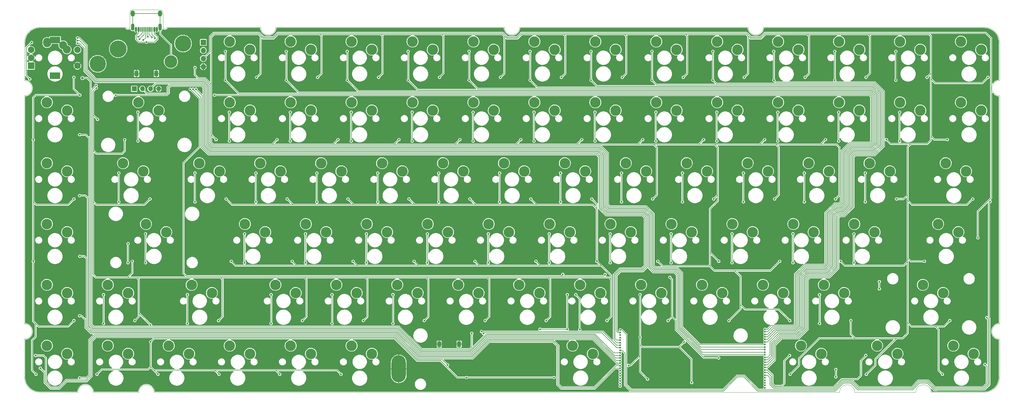
<source format=gbr>
%TF.GenerationSoftware,KiCad,Pcbnew,(6.0.2-0)*%
%TF.CreationDate,2022-03-20T22:32:52+07:00*%
%TF.ProjectId,kb-lone,6b622d6c-6f6e-4652-9e6b-696361645f70,rev?*%
%TF.SameCoordinates,Original*%
%TF.FileFunction,Copper,L2,Bot*%
%TF.FilePolarity,Positive*%
%FSLAX46Y46*%
G04 Gerber Fmt 4.6, Leading zero omitted, Abs format (unit mm)*
G04 Created by KiCad (PCBNEW (6.0.2-0)) date 2022-03-20 22:32:52*
%MOMM*%
%LPD*%
G01*
G04 APERTURE LIST*
G04 Aperture macros list*
%AMRoundRect*
0 Rectangle with rounded corners*
0 $1 Rounding radius*
0 $2 $3 $4 $5 $6 $7 $8 $9 X,Y pos of 4 corners*
0 Add a 4 corners polygon primitive as box body*
4,1,4,$2,$3,$4,$5,$6,$7,$8,$9,$2,$3,0*
0 Add four circle primitives for the rounded corners*
1,1,$1+$1,$2,$3*
1,1,$1+$1,$4,$5*
1,1,$1+$1,$6,$7*
1,1,$1+$1,$8,$9*
0 Add four rect primitives between the rounded corners*
20,1,$1+$1,$2,$3,$4,$5,0*
20,1,$1+$1,$4,$5,$6,$7,0*
20,1,$1+$1,$6,$7,$8,$9,0*
20,1,$1+$1,$8,$9,$2,$3,0*%
G04 Aperture macros list end*
%TA.AperFunction,Profile*%
%ADD10C,0.100000*%
%TD*%
%TA.AperFunction,WasherPad*%
%ADD11C,3.302000*%
%TD*%
%TA.AperFunction,SMDPad,CuDef*%
%ADD12R,1.200000X1.800000*%
%TD*%
%TA.AperFunction,ComponentPad*%
%ADD13C,0.400000*%
%TD*%
%TA.AperFunction,ComponentPad*%
%ADD14C,4.000000*%
%TD*%
%TA.AperFunction,ComponentPad*%
%ADD15C,5.300000*%
%TD*%
%TA.AperFunction,ComponentPad*%
%ADD16O,2.500000X3.000000*%
%TD*%
%TA.AperFunction,ComponentPad*%
%ADD17C,2.500000*%
%TD*%
%TA.AperFunction,ComponentPad*%
%ADD18R,1.524000X1.524000*%
%TD*%
%TA.AperFunction,ComponentPad*%
%ADD19O,1.524000X1.524000*%
%TD*%
%TA.AperFunction,ComponentPad*%
%ADD20O,4.500000X8.500000*%
%TD*%
%TA.AperFunction,ComponentPad*%
%ADD21R,1.700000X1.700000*%
%TD*%
%TA.AperFunction,ComponentPad*%
%ADD22O,1.700000X1.700000*%
%TD*%
%TA.AperFunction,ComponentPad*%
%ADD23C,5.080000*%
%TD*%
%TA.AperFunction,ComponentPad*%
%ADD24R,2.000000X2.000000*%
%TD*%
%TA.AperFunction,ComponentPad*%
%ADD25C,2.000000*%
%TD*%
%TA.AperFunction,ComponentPad*%
%ADD26R,3.200000X2.000000*%
%TD*%
%TA.AperFunction,SMDPad,CuDef*%
%ADD27RoundRect,0.150000X-0.150000X-0.575000X0.150000X-0.575000X0.150000X0.575000X-0.150000X0.575000X0*%
%TD*%
%TA.AperFunction,SMDPad,CuDef*%
%ADD28RoundRect,0.075000X-0.075000X-0.650000X0.075000X-0.650000X0.075000X0.650000X-0.075000X0.650000X0*%
%TD*%
%TA.AperFunction,ComponentPad*%
%ADD29O,1.100000X2.200000*%
%TD*%
%TA.AperFunction,ComponentPad*%
%ADD30O,1.300000X1.900000*%
%TD*%
%TA.AperFunction,ViaPad*%
%ADD31C,0.600000*%
%TD*%
%TA.AperFunction,ViaPad*%
%ADD32C,0.800000*%
%TD*%
%TA.AperFunction,Conductor*%
%ADD33C,0.200000*%
%TD*%
%TA.AperFunction,Conductor*%
%ADD34C,0.250000*%
%TD*%
G04 APERTURE END LIST*
D10*
X352425000Y-169068750D02*
G75*
G03*
X357187500Y-164306250I0J4762500D01*
G01*
X357187500Y-71437500D02*
X357187500Y-59531250D01*
X283368750Y-54768750D02*
X352425000Y-54768750D01*
X95690000Y-54768842D02*
G75*
G03*
X96880626Y-54768796I595313J0D01*
G01*
X311943750Y-169068750D02*
G75*
G03*
X307181250Y-169068750I-2381250J0D01*
G01*
X95692892Y-50277104D02*
X95690000Y-54768842D01*
X357187500Y-71437500D02*
G75*
G03*
X357187500Y-76200000I0J-2381250D01*
G01*
X52387500Y-59531250D02*
X52387500Y-71437500D01*
X96880626Y-54768796D02*
X126206250Y-54768750D01*
X52387500Y-76200000D02*
G75*
G03*
X52387500Y-71437500I0J2381250D01*
G01*
X88106250Y-169068750D02*
X73818750Y-169068750D01*
X335756250Y-169068750D02*
G75*
G03*
X330993750Y-169068750I-2381250J0D01*
G01*
X73818750Y-169068750D02*
G75*
G03*
X69056250Y-169068750I-2381250J0D01*
G01*
X311943750Y-169068750D02*
X330993750Y-169068750D01*
X278606250Y-54768750D02*
G75*
G03*
X283368750Y-54768750I2381250J0D01*
G01*
X69056250Y-169068750D02*
X57150000Y-169068750D01*
X52387500Y-164306250D02*
G75*
G03*
X57150000Y-169068750I4762500J0D01*
G01*
X357187500Y-147637500D02*
X357187500Y-76200000D01*
X335756250Y-169068750D02*
X352425000Y-169068750D01*
X86287104Y-49277108D02*
X94692896Y-49277108D01*
X85287108Y-50277104D02*
X85287108Y-54768750D01*
X84096482Y-54768796D02*
X57150000Y-54768750D01*
X52387500Y-152400000D02*
G75*
G03*
X52387500Y-147637500I0J2381250D01*
G01*
X57150000Y-54768750D02*
G75*
G03*
X52387500Y-59531250I0J-4762500D01*
G01*
X357187500Y-59531250D02*
G75*
G03*
X352425000Y-54768750I-4762500J0D01*
G01*
X95692892Y-50277104D02*
G75*
G03*
X94692896Y-49277108I-999996J0D01*
G01*
X202406250Y-54768750D02*
G75*
G03*
X207168750Y-54768750I2381250J0D01*
G01*
X84096482Y-54768796D02*
G75*
G03*
X85287108Y-54768750I595313J0D01*
G01*
X126206250Y-54768750D02*
G75*
G03*
X130968750Y-54768750I2381250J0D01*
G01*
X52387500Y-152400000D02*
X52387500Y-164306250D01*
X357187500Y-147637500D02*
G75*
G03*
X357187500Y-152400000I0J-2381250D01*
G01*
X92868750Y-169068750D02*
G75*
G03*
X88106250Y-169068750I-2381250J0D01*
G01*
X52387500Y-76200000D02*
X52387500Y-147637500D01*
X86287104Y-49277108D02*
G75*
G03*
X85287108Y-50277104I0J-999996D01*
G01*
X307181250Y-169068750D02*
X92868750Y-169068750D01*
X357187500Y-152400000D02*
X357187500Y-164306250D01*
X207168750Y-54768750D02*
X278606250Y-54768750D01*
X130968750Y-54768750D02*
X202406250Y-54768750D01*
D11*
%TO.P,SW56,*%
%TO.N,*%
X140335000Y-116363750D03*
X146685000Y-118903750D03*
%TD*%
%TO.P,SW33,*%
%TO.N,*%
X303847500Y-99853750D03*
X297497500Y-97313750D03*
%TD*%
%TO.P,SW72,*%
%TO.N,*%
X84772500Y-137953750D03*
X78422500Y-135413750D03*
%TD*%
%TO.P,SW7,*%
%TO.N,*%
X249872500Y-59213750D03*
X256222500Y-61753750D03*
%TD*%
%TO.P,SW81,*%
%TO.N,*%
X103822500Y-157003750D03*
X97472500Y-154463750D03*
%TD*%
%TO.P,SW70,*%
%TO.N,*%
X137160000Y-137953750D03*
X130810000Y-135413750D03*
%TD*%
%TO.P,SW37,*%
%TO.N,*%
X221297500Y-97313750D03*
X227647500Y-99853750D03*
%TD*%
D12*
%TO.P,J2,MP,MountPin*%
%TO.N,GND*%
X93600000Y-69250000D03*
D13*
X87750000Y-69250000D03*
X94000000Y-69950000D03*
X87800000Y-69950000D03*
X87050000Y-69250000D03*
X93200000Y-69950000D03*
X87800000Y-68550000D03*
X94000000Y-68550000D03*
X93950000Y-69250000D03*
X93200000Y-68550000D03*
X87000000Y-68550000D03*
X93250000Y-69250000D03*
X87000000Y-69950000D03*
D12*
X87400000Y-69250000D03*
%TD*%
D11*
%TO.P,SW54,*%
%TO.N,*%
X184785000Y-118903750D03*
X178435000Y-116363750D03*
%TD*%
%TO.P,SW6,*%
%TO.N,*%
X275272500Y-61753750D03*
X268922500Y-59213750D03*
%TD*%
%TO.P,SW74,*%
%TO.N,*%
X349091250Y-157003750D03*
X342741250Y-154463750D03*
%TD*%
%TO.P,SW16,*%
%TO.N,*%
X351472500Y-80803750D03*
X345122500Y-78263750D03*
%TD*%
D14*
%TO.P,H9,1,1*%
%TO.N,GNDPWR*%
X98160000Y-65490000D03*
%TD*%
D11*
%TO.P,SW12,*%
%TO.N,*%
X160972500Y-61753750D03*
X154622500Y-59213750D03*
%TD*%
%TO.P,SW75,*%
%TO.N,*%
X318928750Y-154463750D03*
X325278750Y-157003750D03*
%TD*%
%TO.P,SW39,*%
%TO.N,*%
X189547500Y-99853750D03*
X183197500Y-97313750D03*
%TD*%
%TO.P,SW11,*%
%TO.N,*%
X180022500Y-61753750D03*
X173672500Y-59213750D03*
%TD*%
D15*
%TO.P,H1,1,1*%
%TO.N,Net-(FB1-Pad1)*%
X81650000Y-61510000D03*
%TD*%
D16*
%TO.P,SW15,1,1*%
%TO.N,C14*%
X59430000Y-59530000D03*
D17*
%TO.P,SW15,2,2*%
%TO.N,Net-(D16-Pad2)*%
X65630000Y-61730000D03*
X64430000Y-60330000D03*
%TD*%
D11*
%TO.P,SW27,*%
%TO.N,*%
X141922500Y-80803750D03*
X135572500Y-78263750D03*
%TD*%
%TO.P,SW82,*%
%TO.N,*%
X84772500Y-157003750D03*
X78422500Y-154463750D03*
%TD*%
%TO.P,SW8,*%
%TO.N,*%
X230822500Y-59213750D03*
X237172500Y-61753750D03*
%TD*%
%TO.P,SW71,*%
%TO.N,*%
X110966250Y-137953750D03*
X104616250Y-135413750D03*
%TD*%
%TO.P,SW83,*%
%TO.N,*%
X59372500Y-154463750D03*
X65722500Y-157003750D03*
%TD*%
%TO.P,SW41,*%
%TO.N,*%
X145097500Y-97313750D03*
X151447500Y-99853750D03*
%TD*%
%TO.P,SW9,*%
%TO.N,*%
X218122500Y-61753750D03*
X211772500Y-59213750D03*
%TD*%
%TO.P,SW69,*%
%TO.N,*%
X156210000Y-137953750D03*
X149860000Y-135413750D03*
%TD*%
D13*
%TO.P,J3,MP,MountPin*%
%TO.N,GND*%
X182440000Y-153290000D03*
D12*
X188240000Y-153990000D03*
D13*
X188640000Y-154690000D03*
X181640000Y-154690000D03*
X187890000Y-153990000D03*
X182440000Y-154690000D03*
X188590000Y-153990000D03*
X188640000Y-153290000D03*
X181640000Y-153290000D03*
X187840000Y-154690000D03*
D12*
X182040000Y-153990000D03*
D13*
X187840000Y-153290000D03*
X181690000Y-153990000D03*
X182390000Y-153990000D03*
%TD*%
D11*
%TO.P,SW18,*%
%TO.N,*%
X307022500Y-78263750D03*
X313372500Y-80803750D03*
%TD*%
%TO.P,SW24,*%
%TO.N,*%
X199072500Y-80803750D03*
X192722500Y-78263750D03*
%TD*%
%TO.P,SW44,*%
%TO.N,*%
X83185000Y-97313750D03*
X89535000Y-99853750D03*
%TD*%
%TO.P,SW31,*%
%TO.N,*%
X346710000Y-99853750D03*
X340360000Y-97313750D03*
%TD*%
%TO.P,SW78,*%
%TO.N,*%
X154622500Y-154463750D03*
X160972500Y-157003750D03*
%TD*%
%TO.P,SW26,*%
%TO.N,*%
X160972500Y-80803750D03*
X154622500Y-78263750D03*
%TD*%
%TO.P,SW46,*%
%TO.N,*%
X337978750Y-116363750D03*
X344328750Y-118903750D03*
%TD*%
%TO.P,SW50,*%
%TO.N,*%
X254635000Y-116363750D03*
X260985000Y-118903750D03*
%TD*%
%TO.P,SW5,*%
%TO.N,*%
X287972500Y-59213750D03*
X294322500Y-61753750D03*
%TD*%
%TO.P,SW48,*%
%TO.N,*%
X292735000Y-116363750D03*
X299085000Y-118903750D03*
%TD*%
%TO.P,SW64,*%
%TO.N,*%
X251460000Y-137953750D03*
X245110000Y-135413750D03*
%TD*%
%TO.P,SW55,*%
%TO.N,*%
X165735000Y-118903750D03*
X159385000Y-116363750D03*
%TD*%
%TO.P,SW51,*%
%TO.N,*%
X235585000Y-116363750D03*
X241935000Y-118903750D03*
%TD*%
%TO.P,SW3,*%
%TO.N,*%
X332422500Y-61753750D03*
X326072500Y-59213750D03*
%TD*%
D18*
%TO.P,X1,1,Pin_1*%
%TO.N,5V*%
X86680000Y-74010000D03*
D19*
%TO.P,X1,2,Pin_2*%
%TO.N,D-*%
X89220000Y-74010000D03*
%TO.P,X1,3,Pin_3*%
%TO.N,D+*%
X91760000Y-74010000D03*
%TO.P,X1,4,Pin_4*%
%TO.N,GND*%
X94300000Y-74010000D03*
%TD*%
D11*
%TO.P,SW59,*%
%TO.N,*%
X59372500Y-116363750D03*
X65722500Y-118903750D03*
%TD*%
%TO.P,SW17,*%
%TO.N,*%
X326072500Y-78263750D03*
X332422500Y-80803750D03*
%TD*%
%TO.P,SW67,*%
%TO.N,*%
X187960000Y-135413750D03*
X194310000Y-137953750D03*
%TD*%
%TO.P,SW40,*%
%TO.N,*%
X170497500Y-99853750D03*
X164147500Y-97313750D03*
%TD*%
%TO.P,SW43,*%
%TO.N,*%
X106997500Y-97313750D03*
X113347500Y-99853750D03*
%TD*%
%TO.P,SW60,*%
%TO.N,*%
X339566250Y-137953750D03*
X333216250Y-135413750D03*
%TD*%
%TO.P,SW35,*%
%TO.N,*%
X265747500Y-99853750D03*
X259397500Y-97313750D03*
%TD*%
%TO.P,SW25,*%
%TO.N,*%
X180022500Y-80803750D03*
X173672500Y-78263750D03*
%TD*%
%TO.P,SW49,*%
%TO.N,*%
X273685000Y-116363750D03*
X280035000Y-118903750D03*
%TD*%
%TO.P,SW2,*%
%TO.N,*%
X345122500Y-59213750D03*
X351472500Y-61753750D03*
%TD*%
%TO.P,SW21,*%
%TO.N,*%
X256222500Y-80803750D03*
X249872500Y-78263750D03*
%TD*%
%TO.P,SW73,*%
%TO.N,*%
X65722500Y-137953750D03*
X59372500Y-135413750D03*
%TD*%
%TO.P,SW47,*%
%TO.N,*%
X311785000Y-116363750D03*
X318135000Y-118903750D03*
%TD*%
%TO.P,SW14,*%
%TO.N,*%
X116522500Y-59213750D03*
X122872500Y-61753750D03*
%TD*%
%TO.P,SW36,*%
%TO.N,*%
X240347500Y-97313750D03*
X246697500Y-99853750D03*
%TD*%
%TO.P,SW65,*%
%TO.N,*%
X226060000Y-135413750D03*
X232410000Y-137953750D03*
%TD*%
%TO.P,SW61,*%
%TO.N,*%
X302260000Y-135413750D03*
X308610000Y-137953750D03*
%TD*%
%TO.P,SW30,*%
%TO.N,*%
X65722500Y-80803750D03*
X59372500Y-78263750D03*
%TD*%
%TO.P,SW57,*%
%TO.N,*%
X127635000Y-118903750D03*
X121285000Y-116363750D03*
%TD*%
%TO.P,SW22,*%
%TO.N,*%
X237172500Y-80803750D03*
X230822500Y-78263750D03*
%TD*%
%TO.P,SW34,*%
%TO.N,*%
X278447500Y-97313750D03*
X284797500Y-99853750D03*
%TD*%
%TO.P,SW52,*%
%TO.N,*%
X222885000Y-118903750D03*
X216535000Y-116363750D03*
%TD*%
%TO.P,SW63,*%
%TO.N,*%
X270510000Y-137953750D03*
X264160000Y-135413750D03*
%TD*%
%TO.P,SW45,*%
%TO.N,*%
X65722500Y-99853750D03*
X59372500Y-97313750D03*
%TD*%
%TO.P,SW20,*%
%TO.N,*%
X275272500Y-80803750D03*
X268922500Y-78263750D03*
%TD*%
%TO.P,SW4,*%
%TO.N,*%
X313372500Y-61753750D03*
X307022500Y-59213750D03*
%TD*%
%TO.P,SW42,*%
%TO.N,*%
X132397500Y-99853750D03*
X126047500Y-97313750D03*
%TD*%
%TO.P,SW76,*%
%TO.N,*%
X301466250Y-157003750D03*
X295116250Y-154463750D03*
%TD*%
%TO.P,SW38,*%
%TO.N,*%
X208597500Y-99853750D03*
X202247500Y-97313750D03*
%TD*%
%TO.P,SW58,*%
%TO.N,*%
X90328750Y-116363750D03*
X96678750Y-118903750D03*
%TD*%
%TO.P,SW32,*%
%TO.N,*%
X322897500Y-99853750D03*
X316547500Y-97313750D03*
%TD*%
%TO.P,SW29,*%
%TO.N,*%
X94297500Y-80803750D03*
X87947500Y-78263750D03*
%TD*%
%TO.P,SW68,*%
%TO.N,*%
X168910000Y-135413750D03*
X175260000Y-137953750D03*
%TD*%
%TO.P,SW53,*%
%TO.N,*%
X197485000Y-116363750D03*
X203835000Y-118903750D03*
%TD*%
%TO.P,SW79,*%
%TO.N,*%
X141922500Y-157003750D03*
X135572500Y-154463750D03*
%TD*%
%TO.P,SW10,*%
%TO.N,*%
X192722500Y-59213750D03*
X199072500Y-61753750D03*
%TD*%
%TO.P,SW80,*%
%TO.N,*%
X116522500Y-154463750D03*
X122872500Y-157003750D03*
%TD*%
%TO.P,SW13,*%
%TO.N,*%
X135572500Y-59213750D03*
X141922500Y-61753750D03*
%TD*%
%TO.P,SW62,*%
%TO.N,*%
X289560000Y-137953750D03*
X283210000Y-135413750D03*
%TD*%
%TO.P,SW77,*%
%TO.N,*%
X230028750Y-157003750D03*
X223678750Y-154463750D03*
%TD*%
%TO.P,SW28,*%
%TO.N,*%
X122872500Y-80803750D03*
X116522500Y-78263750D03*
%TD*%
D20*
%TO.P,M1,1,1*%
%TO.N,GND*%
X169370000Y-161730000D03*
%TD*%
D11*
%TO.P,SW23,*%
%TO.N,*%
X218122500Y-80803750D03*
X211772500Y-78263750D03*
%TD*%
%TO.P,SW66,*%
%TO.N,*%
X207010000Y-135413750D03*
X213360000Y-137953750D03*
%TD*%
%TO.P,SW19,*%
%TO.N,*%
X294322500Y-80803750D03*
X287972500Y-78263750D03*
%TD*%
D21*
%TO.P,J4,1,SDA*%
%TO.N,I2C_DAT*%
X108280000Y-59469000D03*
D22*
%TO.P,J4,2,SCL*%
%TO.N,I2C_CLK*%
X108280000Y-62009000D03*
%TO.P,J4,3,VCC*%
%TO.N,3V3*%
X108280000Y-64549000D03*
%TO.P,J4,4,GND*%
%TO.N,GND*%
X108280000Y-67089000D03*
D23*
%TO.P,J4,5,MNT*%
%TO.N,unconnected-(J4-Pad5)*%
X101930000Y-59850000D03*
%TO.P,J4,6,MNT*%
%TO.N,unconnected-(J4-Pad6)*%
X75260000Y-66200000D03*
%TD*%
D24*
%TO.P,SW84,A,A*%
%TO.N,ENC_A*%
X54430000Y-66830000D03*
D25*
%TO.P,SW84,B,B*%
%TO.N,ENC_B*%
X54430000Y-61830000D03*
%TO.P,SW84,C,C*%
%TO.N,GND*%
X54430000Y-64330000D03*
D26*
%TO.P,SW84,MP*%
%TO.N,N/C*%
X61930000Y-58730000D03*
X61930000Y-69930000D03*
D25*
%TO.P,SW84,S1,S1*%
%TO.N,ENC_SW*%
X68930000Y-61830000D03*
%TO.P,SW84,S2,S2*%
%TO.N,GND*%
X68930000Y-66830000D03*
%TD*%
D27*
%TO.P,J1,A1,GND*%
%TO.N,GND*%
X87240000Y-55457500D03*
%TO.P,J1,A4,VBUS*%
%TO.N,VBUS*%
X88040000Y-55457500D03*
D28*
%TO.P,J1,A5,CC1*%
%TO.N,Net-(J1-PadA5)*%
X89240000Y-55457500D03*
%TO.P,J1,A6,D+*%
%TO.N,DBUS+*%
X90236000Y-55457500D03*
%TO.P,J1,A7,D-*%
%TO.N,DBUS-*%
X90740000Y-55457500D03*
%TO.P,J1,A8,SBU1*%
%TO.N,unconnected-(J1-PadA8)*%
X91740000Y-55457500D03*
D27*
%TO.P,J1,B1,GND*%
%TO.N,GND*%
X93740000Y-55457500D03*
%TO.P,J1,B4,VBUS*%
%TO.N,VBUS*%
X92940000Y-55457500D03*
D28*
%TO.P,J1,B5,CC2*%
%TO.N,Net-(J1-PadB5)*%
X92240000Y-55457500D03*
%TO.P,J1,B6,D+*%
%TO.N,DBUS+*%
X91240000Y-55457500D03*
%TO.P,J1,B7,D-*%
%TO.N,DBUS-*%
X89740000Y-55457500D03*
%TO.P,J1,B8,SBU2*%
%TO.N,unconnected-(J1-PadB8)*%
X88740000Y-55457500D03*
D29*
%TO.P,J1,S,SHIELD*%
%TO.N,GNDPWR*%
X94790000Y-54682500D03*
D30*
X86190000Y-50482500D03*
D29*
X86190000Y-54682500D03*
D30*
X94790000Y-50482500D03*
%TD*%
D31*
%TO.N,NRST*%
X238600000Y-155936024D03*
X354280000Y-109350000D03*
%TO.N,GND*%
X172680000Y-90390000D03*
X267930000Y-90390000D03*
X59260000Y-71580000D03*
X312210000Y-86349500D03*
X114430000Y-70170000D03*
X156940000Y-146620000D03*
X137830000Y-146620000D03*
X209300000Y-108530000D03*
X139340000Y-128490000D03*
X142610000Y-70430000D03*
X183620000Y-124449500D03*
X286980000Y-90390000D03*
X95520000Y-124449500D03*
X306030000Y-90390000D03*
X229830000Y-90390000D03*
X243320000Y-146370000D03*
X247390000Y-108530000D03*
X259060000Y-154830000D03*
X180700000Y-70430000D03*
X190200000Y-108530000D03*
X215540000Y-128490000D03*
X123590000Y-70430000D03*
X221720000Y-124439500D03*
X259820000Y-124449500D03*
X114450000Y-163430000D03*
X178860000Y-86349500D03*
X273150000Y-134040000D03*
X171200000Y-108530000D03*
X199750000Y-70430000D03*
X145520000Y-124449500D03*
X111710000Y-146620000D03*
X331260000Y-86349500D03*
X352160000Y-70430000D03*
X78310000Y-147540000D03*
X266470000Y-108530000D03*
X314010000Y-70430000D03*
X340660000Y-163430000D03*
X164570000Y-124449500D03*
X202670000Y-124449500D03*
X196490000Y-128490000D03*
X265500000Y-159260000D03*
X158390000Y-128490000D03*
X93140000Y-86339500D03*
X115530000Y-90390000D03*
X344130000Y-90390000D03*
X140760000Y-86349500D03*
X271250000Y-146620000D03*
X113990000Y-108530000D03*
X285500000Y-108530000D03*
X255060000Y-86349500D03*
X120290000Y-128490000D03*
X310790000Y-128490000D03*
X161620000Y-70430000D03*
X275950000Y-70430000D03*
X66430000Y-108530000D03*
X152150000Y-108530000D03*
X126470000Y-124449500D03*
X336990000Y-128490000D03*
X133090000Y-108530000D03*
X340300000Y-146620000D03*
X228360000Y-108530000D03*
X153630000Y-90390000D03*
X325080000Y-90390000D03*
X256900000Y-70430000D03*
X90280000Y-108530000D03*
X133480000Y-163430000D03*
X66460000Y-70430000D03*
X57290000Y-163430000D03*
X278870000Y-124449500D03*
X243890000Y-164960000D03*
X175950000Y-146620000D03*
X86960000Y-90390000D03*
X177440000Y-128490000D03*
X134580000Y-90390000D03*
X272690000Y-128490000D03*
X197910000Y-86349500D03*
X236010000Y-86349500D03*
X216960000Y-86349500D03*
X58380000Y-90390000D03*
X234590000Y-128490000D03*
X202140000Y-109440000D03*
X293160000Y-86349500D03*
X294970000Y-70430000D03*
X221590000Y-163430000D03*
X240770000Y-124449500D03*
X152680000Y-163430000D03*
X247270000Y-152340000D03*
X248880000Y-90390000D03*
X333130000Y-70430000D03*
X58380000Y-128490000D03*
X218800000Y-70430000D03*
X214090000Y-146620000D03*
X297910000Y-124449500D03*
X274100000Y-86349500D03*
X291740000Y-128490000D03*
X228870000Y-162549500D03*
X89340000Y-128490000D03*
X210780000Y-90390000D03*
X323580000Y-108530000D03*
X66440000Y-146620000D03*
X121710000Y-86349500D03*
X355980000Y-157260000D03*
X304570000Y-108530000D03*
X253640000Y-128490000D03*
X85470000Y-146620000D03*
X309310000Y-146620000D03*
X233100000Y-146620000D03*
X242340000Y-151380000D03*
X76350000Y-163430000D03*
X252140000Y-146620000D03*
X290260000Y-146620000D03*
X195030000Y-146620000D03*
X293040000Y-163430000D03*
X316830000Y-163430000D03*
X237840000Y-70430000D03*
X347390000Y-108530000D03*
X191730000Y-90390000D03*
X159810000Y-86349500D03*
X95410000Y-163430000D03*
%TO.N,BOOT0*%
X353200000Y-145690000D03*
X238600000Y-149540000D03*
%TO.N,3V3*%
X244820000Y-151860000D03*
X233880000Y-132210000D03*
X241190000Y-160660000D03*
X244820000Y-138500000D03*
X222060000Y-149330000D03*
X104190000Y-74150000D03*
X260940000Y-166030000D03*
X247150000Y-164960000D03*
X220670000Y-132120000D03*
X258590000Y-153330000D03*
X222060000Y-138500000D03*
X350420000Y-120690000D03*
X213550000Y-149330000D03*
%TO.N,5V*%
X112260000Y-89940000D03*
X210670000Y-108530000D03*
X144010000Y-70430000D03*
X258300000Y-70430000D03*
X201140000Y-70430000D03*
X315440000Y-70430000D03*
X212270000Y-128040000D03*
X264660000Y-89940000D03*
X67810000Y-70430000D03*
X229730000Y-108530000D03*
X91820000Y-147969028D03*
X250370000Y-128040000D03*
X302760000Y-89940000D03*
X55960000Y-163430000D03*
X291640000Y-146620000D03*
X91630000Y-108530000D03*
X334510000Y-70430000D03*
X215450000Y-146620000D03*
X341640000Y-146620000D03*
X315530000Y-163430000D03*
X91820000Y-153250000D03*
X105670000Y-67370000D03*
X158300000Y-146620000D03*
X321810000Y-89940000D03*
X353590000Y-70430000D03*
X234470000Y-146620000D03*
X75200000Y-83570000D03*
X172580000Y-108530000D03*
X307520000Y-128040000D03*
X150360000Y-89940000D03*
X83690000Y-89940000D03*
X94090000Y-163410000D03*
X55110000Y-128040000D03*
X174170000Y-128040000D03*
X283710000Y-89940000D03*
X124930000Y-70430000D03*
X305920000Y-108530000D03*
X86850000Y-146620000D03*
X67810000Y-146620000D03*
X340860000Y-89940000D03*
X267830000Y-108530000D03*
X151340000Y-163440000D03*
X245610000Y-89940000D03*
X55110000Y-89940000D03*
X139250000Y-146620000D03*
X74819673Y-73778149D03*
X339340000Y-163430000D03*
X272590000Y-146620000D03*
X188460000Y-89940000D03*
X333720000Y-128040000D03*
X86070000Y-128040000D03*
X269420000Y-128040000D03*
X220200000Y-70430000D03*
X348810000Y-108530000D03*
X115430000Y-108530000D03*
X131310000Y-89940000D03*
X136070000Y-128040000D03*
X113170000Y-163430000D03*
X182100000Y-70430000D03*
X153510000Y-108530000D03*
X269400000Y-158310000D03*
X193220000Y-128040000D03*
X190590000Y-164460000D03*
X296400000Y-70430000D03*
X75040000Y-163420000D03*
X239260000Y-70430000D03*
X253550000Y-146620000D03*
X69680000Y-75990000D03*
X324990000Y-108530000D03*
X67820000Y-108530000D03*
X163060000Y-70430000D03*
X113040000Y-146620000D03*
X117020000Y-128040000D03*
X286880000Y-108530000D03*
X310700000Y-146620000D03*
X288470000Y-128040000D03*
X291730000Y-163420000D03*
X177350000Y-146620000D03*
X169410000Y-89940000D03*
X217930000Y-164460000D03*
X248770000Y-108530000D03*
X196390000Y-146620000D03*
X254130000Y-133050000D03*
X191630000Y-108530000D03*
X277350000Y-70430000D03*
X231320000Y-128040000D03*
X207510000Y-89940000D03*
X132160000Y-163420000D03*
X155120000Y-128040000D03*
X134490000Y-108530000D03*
X226560000Y-89940000D03*
%TO.N,OSC1*%
X238600000Y-154337018D03*
X195210000Y-150040000D03*
%TO.N,OSC2*%
X195809500Y-150642072D03*
X238600000Y-155136521D03*
D32*
%TO.N,R0*%
X70460000Y-70660000D03*
D31*
X238600000Y-156735527D03*
%TO.N,R1*%
X238600000Y-157535030D03*
X69620000Y-88390000D03*
%TO.N,R2*%
X69610000Y-107490000D03*
X238600000Y-158334533D03*
%TO.N,R3*%
X238600000Y-159134036D03*
X69650000Y-126480000D03*
%TO.N,R4*%
X238600000Y-159933539D03*
X69580000Y-145110000D03*
%TO.N,R5*%
X238600000Y-160733042D03*
X306020000Y-164240000D03*
X306020000Y-161920000D03*
X69580000Y-164580000D03*
%TO.N,RGB_OUT*%
X57300000Y-161500000D03*
X184640000Y-160510000D03*
%TO.N,VBUS*%
X90490000Y-59400000D03*
X74790000Y-72960000D03*
X192200000Y-150610000D03*
%TO.N,Net-(J1-PadA5)*%
X87900000Y-57730000D03*
%TO.N,DBUS+*%
X89480000Y-58790000D03*
X92190000Y-57930000D03*
%TO.N,DBUS-*%
X88320000Y-58510000D03*
X90950000Y-57710000D03*
%TO.N,Net-(J1-PadB5)*%
X93160000Y-58260000D03*
%TO.N,D-*%
X283850000Y-157306465D03*
%TO.N,D+*%
X283850000Y-156506962D03*
%TO.N,I2C_DAT*%
X105980000Y-74150000D03*
X238600000Y-152738012D03*
%TO.N,I2C_CLK*%
X105040000Y-74150000D03*
X238600000Y-153537515D03*
%TO.N,C0*%
X352650000Y-160360000D03*
X283850001Y-163702488D03*
%TO.N,C1*%
X319620000Y-136670000D03*
X325960000Y-90390000D03*
X324760000Y-62310000D03*
X319630000Y-134400000D03*
X325960000Y-81360000D03*
X324760000Y-71340000D03*
X315210000Y-109440000D03*
X315370000Y-157540000D03*
X315210000Y-100400000D03*
X283850000Y-162902986D03*
X311670000Y-119460000D03*
X311670000Y-128500000D03*
%TO.N,C2*%
X306910000Y-81360000D03*
X283850000Y-162103483D03*
X296160000Y-109450000D03*
X300930000Y-147540000D03*
X300930000Y-138500000D03*
X296160000Y-100400000D03*
X292620000Y-128490000D03*
X306910000Y-90400000D03*
X305680000Y-71340000D03*
X305680000Y-62310000D03*
X291560000Y-157540000D03*
X292620000Y-119440000D03*
%TO.N,C3*%
X287860000Y-81360000D03*
X277110000Y-109440000D03*
X283850000Y-161303980D03*
X273570000Y-119450000D03*
X287860000Y-90390000D03*
X273570000Y-128490000D03*
X286630000Y-71330000D03*
X277110000Y-100400000D03*
X286630000Y-62300000D03*
%TO.N,C4*%
X267580000Y-71340000D03*
X283850000Y-160504477D03*
X258060000Y-100400000D03*
X268810000Y-90400000D03*
X267580000Y-62310000D03*
X268810000Y-81350000D03*
X254520000Y-119450000D03*
X258060000Y-109430000D03*
X254520000Y-128490000D03*
%TO.N,C5*%
X248530000Y-62310000D03*
X249760000Y-81350000D03*
X235470000Y-119450000D03*
X283850000Y-159704974D03*
X249760000Y-90400000D03*
X239010000Y-109440000D03*
X248540000Y-71340000D03*
X239010000Y-100410000D03*
X235470000Y-128490000D03*
%TO.N,C6*%
X229490000Y-71340000D03*
X230710000Y-81350000D03*
X230710000Y-90390000D03*
X219960000Y-100400000D03*
X219960000Y-109440000D03*
X229490000Y-62320000D03*
X216420000Y-119450000D03*
X224720000Y-138500000D03*
X283850000Y-158905471D03*
X216420000Y-128490000D03*
X225950000Y-149443061D03*
%TO.N,C7*%
X200910000Y-109440000D03*
X211660000Y-90390000D03*
X211660000Y-81350000D03*
X210440000Y-71340000D03*
X197370000Y-119450000D03*
X283850000Y-158105968D03*
X200910000Y-100400000D03*
X197370000Y-128490000D03*
X210440000Y-62300000D03*
%TO.N,C8*%
X192610000Y-81360000D03*
X178320000Y-128490000D03*
X191380000Y-62300000D03*
X181870000Y-109440000D03*
X191375000Y-71335000D03*
X181870000Y-100420000D03*
X192610000Y-90390000D03*
X178320000Y-119460000D03*
X283850000Y-153308950D03*
%TO.N,C9*%
X159270000Y-119450000D03*
X159270000Y-128490000D03*
X162820000Y-109440000D03*
X173560000Y-90390000D03*
X173560000Y-81350000D03*
X167570000Y-147540000D03*
X283850000Y-152509447D03*
X162820000Y-100400000D03*
X167570000Y-138480000D03*
X172330000Y-62300000D03*
X172330000Y-71340000D03*
%TO.N,C10*%
X148530000Y-138500000D03*
X154510000Y-81350000D03*
X143760000Y-109440000D03*
X154510000Y-90390000D03*
X283850000Y-151709944D03*
X140220000Y-128490000D03*
X143760000Y-100410000D03*
X153280000Y-71340000D03*
X153280000Y-62300000D03*
X140220000Y-119450000D03*
X148530000Y-147540000D03*
%TO.N,C11*%
X283850000Y-150910441D03*
X121170000Y-119460000D03*
X135460000Y-81360000D03*
X135460000Y-90390000D03*
X129470000Y-147540000D03*
X129470000Y-138500000D03*
X124710000Y-100410000D03*
X124710000Y-109440000D03*
X121170000Y-128490000D03*
X134230000Y-71340000D03*
X134200000Y-62310000D03*
%TO.N,C12*%
X115190000Y-62310000D03*
X105660000Y-109440000D03*
X283850000Y-150110938D03*
X116410000Y-90390000D03*
X90220000Y-128490000D03*
X103290000Y-147540000D03*
X115190000Y-71340000D03*
X116410000Y-81350000D03*
X103290000Y-138500000D03*
X105660000Y-100390000D03*
X90220000Y-119450000D03*
%TO.N,C14*%
X54030000Y-70950000D03*
X55810000Y-157550000D03*
X238600000Y-161532545D03*
X54590000Y-59530000D03*
%TO.N,C13*%
X81850000Y-109440000D03*
X84740000Y-128500000D03*
X77080000Y-138500000D03*
X87840000Y-90390000D03*
X77080000Y-147540000D03*
X283850000Y-149311435D03*
X84740000Y-122510000D03*
X81850000Y-100410000D03*
X87840000Y-81350000D03*
X111770000Y-75990000D03*
%TO.N,ENC_SW*%
X68930000Y-59769423D03*
X283850000Y-155707459D03*
%TO.N,ENC_B*%
X283850000Y-154907956D03*
X68930000Y-58950000D03*
%TO.N,ENC_A*%
X283850000Y-154108453D03*
X68930000Y-58090000D03*
%TO.N,E_PC13*%
X238600000Y-151938509D03*
%TO.N,E_PA4*%
X238600000Y-162332048D03*
%TO.N,E_PA5*%
X238600000Y-163931054D03*
%TO.N,E_PA6*%
X238600000Y-164730557D03*
%TO.N,E_PA7*%
X238600000Y-165530060D03*
%TO.N,E_PC4*%
X238600000Y-166329563D03*
%TO.N,E_PC5*%
X238600000Y-167129066D03*
%TO.N,E_PB0*%
X283850000Y-167700000D03*
%TO.N,E_PA3*%
X238600000Y-163131551D03*
%TO.N,E_PB13*%
X283850000Y-164501990D03*
%TO.N,RGB_3V3*%
X238600000Y-150339503D03*
X80830000Y-75990000D03*
%TO.N,E_PB12*%
X283850000Y-165301492D03*
%TO.N,E_PB9*%
X238600000Y-151139006D03*
%TO.N,E_PB1*%
X283850000Y-166900497D03*
%TO.N,E_PB10*%
X283850000Y-166100994D03*
%TD*%
D33*
%TO.N,NRST*%
X332164514Y-166180480D02*
X334575487Y-166180481D01*
X270870000Y-168690000D02*
X274359533Y-165200467D01*
X337525486Y-168310480D02*
X337542886Y-168293080D01*
X274370467Y-165200467D02*
X275315225Y-164255709D01*
X334575487Y-166180481D02*
X336705486Y-168310480D01*
X308334513Y-166180481D02*
X310755487Y-166180481D01*
X238600000Y-155936024D02*
X239156024Y-155936024D01*
X312868085Y-168293079D02*
X330051913Y-168293079D01*
X275315225Y-164255709D02*
X277198276Y-164255710D01*
X352376920Y-168293080D02*
X354040000Y-166630000D01*
X353880000Y-145804994D02*
X353880000Y-109750000D01*
X239156024Y-155936024D02*
X240120000Y-156900000D01*
X240120000Y-156900000D02*
X240120000Y-166910000D01*
X240120000Y-166910000D02*
X241900000Y-168690000D01*
X305815963Y-168699031D02*
X308334513Y-166180481D01*
X330051913Y-168293079D02*
X332164514Y-166180480D01*
X353880000Y-109750000D02*
X354280000Y-109350000D01*
X354040000Y-166630000D02*
X354040000Y-145964994D01*
X277198276Y-164255710D02*
X281641596Y-168699030D01*
X337542886Y-168293080D02*
X352376920Y-168293080D01*
X310755487Y-166180481D02*
X312868085Y-168293079D01*
X281641596Y-168699030D02*
X305815963Y-168699031D01*
X241900000Y-168690000D02*
X270870000Y-168690000D01*
X274359533Y-165200467D02*
X274370467Y-165200467D01*
X336705486Y-168310480D02*
X337525486Y-168310480D01*
X354040000Y-145964994D02*
X353880000Y-145804994D01*
%TO.N,BOOT0*%
X238600000Y-149540000D02*
X239150000Y-149540000D01*
X277363763Y-163856191D02*
X281807083Y-168299511D01*
X336853572Y-167893560D02*
X352211434Y-167893560D01*
X329886427Y-167893559D02*
X331999027Y-165780961D01*
X242065486Y-168290480D02*
X270704514Y-168290480D01*
X310920974Y-165780962D02*
X313033571Y-167893559D01*
X353640480Y-146130480D02*
X353200000Y-145690000D01*
X240519520Y-166744514D02*
X242065486Y-168290480D01*
X331999027Y-165780961D02*
X334740973Y-165780961D01*
X353640480Y-166464514D02*
X353640480Y-146130480D01*
X352211434Y-167893560D02*
X353640480Y-166464514D01*
X270704514Y-168290480D02*
X275138804Y-163856190D01*
X240519520Y-150909520D02*
X240519520Y-166744514D01*
X334740973Y-165780961D02*
X336853572Y-167893560D01*
X239150000Y-149540000D02*
X240519520Y-150909520D01*
X308169026Y-165780962D02*
X310920974Y-165780962D01*
X281807083Y-168299511D02*
X305650477Y-168299511D01*
X275138804Y-163856190D02*
X277363763Y-163856191D01*
X305650477Y-168299511D02*
X308169026Y-165780962D01*
X313033571Y-167893559D02*
X329886427Y-167893559D01*
%TO.N,3V3*%
X279535486Y-57880480D02*
X278196195Y-56541189D01*
X203335486Y-57880480D02*
X201996195Y-56541189D01*
X257030000Y-154890000D02*
X260940000Y-158800000D01*
X201665222Y-56541190D02*
X131373805Y-56541189D01*
X260940000Y-158800000D02*
X260940000Y-166030000D01*
X222060000Y-149330000D02*
X213550000Y-149330000D01*
X110346640Y-57658354D02*
X110346640Y-62482360D01*
X282414514Y-57880480D02*
X279535486Y-57880480D01*
X107150480Y-77110480D02*
X107150480Y-92149520D01*
X244820000Y-157650000D02*
X244820000Y-154140000D01*
X125796195Y-56541189D02*
X111463804Y-56541190D01*
X206244514Y-57880480D02*
X203335486Y-57880480D01*
X222060000Y-149330000D02*
X222060000Y-138500000D01*
X354590000Y-108192162D02*
X354590000Y-58170000D01*
X220048811Y-132741189D02*
X220670000Y-132120000D01*
X104190000Y-74150000D02*
X107150480Y-77110480D01*
X245570000Y-154890000D02*
X244820000Y-154140000D01*
X244820000Y-162630000D02*
X247150000Y-164960000D01*
X111463804Y-56541190D02*
X110346640Y-57658354D01*
X354590000Y-58170000D02*
X352961189Y-56541189D01*
X131373805Y-56541189D02*
X130034514Y-57880480D01*
X352961189Y-56541189D02*
X283753805Y-56541189D01*
X244820000Y-138500000D02*
X244820000Y-151860000D01*
X278196195Y-56541189D02*
X277865222Y-56541190D01*
X244820000Y-157650000D02*
X244820000Y-162630000D01*
X350420000Y-112362162D02*
X354590000Y-108192162D01*
X350420000Y-120690000D02*
X350420000Y-112362162D01*
X107150480Y-92149520D02*
X102063810Y-97236190D01*
X207583805Y-56541189D02*
X206244514Y-57880480D01*
X241190000Y-160660000D02*
X241810000Y-160660000D01*
X241810000Y-160660000D02*
X244820000Y-157650000D01*
X127135486Y-57880480D02*
X125796195Y-56541189D01*
X102063810Y-97236190D02*
X102063810Y-131773810D01*
X102063810Y-131773810D02*
X103031189Y-132741189D01*
X110346640Y-62482360D02*
X108280000Y-64549000D01*
X283753805Y-56541189D02*
X282414514Y-57880480D01*
X233880000Y-132210000D02*
X233348811Y-132741189D01*
X103031189Y-132741189D02*
X220048811Y-132741189D01*
X257030000Y-154890000D02*
X245570000Y-154890000D01*
X233348811Y-132741189D02*
X220048811Y-132741189D01*
X130034514Y-57880480D02*
X127135486Y-57880480D01*
X277865222Y-56541190D02*
X207583805Y-56541189D01*
X201996195Y-56541189D02*
X201665222Y-56541190D01*
X244820000Y-151860000D02*
X244820000Y-154140000D01*
X258590000Y-153330000D02*
X257030000Y-154890000D01*
%TO.N,5V*%
X307520000Y-128040000D02*
X308874040Y-129394040D01*
X310700000Y-150841418D02*
X312049291Y-152190709D01*
X188460000Y-89940000D02*
X186956151Y-91443849D01*
X232674041Y-129394041D02*
X213624041Y-129394041D01*
X328470000Y-127090000D02*
X328470000Y-108970000D01*
X255971440Y-149456470D02*
X255971440Y-146521440D01*
X244106151Y-91443849D02*
X249123849Y-91443849D01*
X55110000Y-128040000D02*
X55110000Y-109380000D01*
X76572829Y-161887171D02*
X91072829Y-161887171D01*
X134490000Y-108530000D02*
X136304041Y-110344041D01*
X73809520Y-132159520D02*
X73809520Y-109339520D01*
X193220000Y-128040000D02*
X194574041Y-129394041D01*
X283710000Y-89940000D02*
X282206151Y-91443849D01*
X55110000Y-109380000D02*
X55110000Y-89940000D01*
X324879291Y-152190709D02*
X326869291Y-152190709D01*
X55810000Y-151720000D02*
X55810000Y-147500000D01*
X54750000Y-162220000D02*
X54750000Y-152780000D01*
X297080709Y-56940709D02*
X316130709Y-56940709D01*
X244106151Y-91443849D02*
X225056151Y-91443849D01*
X92825479Y-162145479D02*
X92173260Y-161493260D01*
X263156151Y-91443849D02*
X264660000Y-89940000D01*
X145270000Y-57530000D02*
X144680709Y-56940709D01*
X282206151Y-91443849D02*
X268186151Y-91443849D01*
X118374041Y-129394041D02*
X137424041Y-129394041D01*
X216710000Y-145360000D02*
X216710000Y-133730000D01*
X110746161Y-72656125D02*
X110746160Y-57823840D01*
X323164041Y-91294041D02*
X329415959Y-91294041D01*
X88120000Y-133730000D02*
X87530710Y-133140710D01*
X187740000Y-164460000D02*
X190590000Y-164460000D01*
X285540000Y-130970000D02*
X274430000Y-130970000D01*
X296400000Y-70430000D02*
X297670000Y-69160000D01*
X235760000Y-132480000D02*
X235760000Y-133730000D01*
X144010000Y-70430000D02*
X145270000Y-69170000D01*
X250370000Y-128040000D02*
X251875029Y-129545029D01*
X175109661Y-159204713D02*
X182484714Y-159204714D01*
X55110000Y-89940000D02*
X55110000Y-76710000D01*
X341640000Y-146620000D02*
X339815959Y-148444041D01*
X335770000Y-88930000D02*
X335770000Y-70910000D01*
X339340000Y-163430000D02*
X338110000Y-162200000D01*
X338110000Y-149380000D02*
X337174041Y-148444041D01*
X66005960Y-110344040D02*
X56074040Y-110344040D01*
X136304041Y-110344041D02*
X155324041Y-110344041D01*
X264824970Y-158310000D02*
X255971440Y-149456470D01*
X288150000Y-107260000D02*
X288150000Y-92320000D01*
X318410000Y-158660000D02*
X324879291Y-152190709D01*
X56754041Y-148444041D02*
X55810000Y-147500000D01*
X140510000Y-145360000D02*
X140510000Y-133730000D01*
X239260000Y-70430000D02*
X240520000Y-69170000D01*
X329420000Y-128040000D02*
X328470000Y-127090000D01*
X327215960Y-129394040D02*
X328470000Y-128140000D01*
X274430000Y-130970000D02*
X268040000Y-130970000D01*
X266700000Y-111550000D02*
X269100000Y-109150000D01*
X266334971Y-129545029D02*
X266700000Y-129180000D01*
X129806151Y-91443849D02*
X111333849Y-91443849D01*
X132160000Y-163420000D02*
X130885479Y-162145479D01*
X328470000Y-107280000D02*
X328470000Y-92240000D01*
X276220000Y-142990000D02*
X276220000Y-141670000D01*
X297080709Y-56940709D02*
X283919291Y-56940709D01*
X266700000Y-125320000D02*
X266700000Y-129180000D01*
X131310000Y-89940000D02*
X129806151Y-91443849D01*
X220200000Y-70430000D02*
X221470000Y-69160000D01*
X201830709Y-56940709D02*
X202430000Y-57540000D01*
X336780000Y-89940000D02*
X335770000Y-88930000D01*
X113720709Y-133140709D02*
X87530710Y-133140710D01*
X312049291Y-152190709D02*
X324879291Y-152190709D01*
X74814041Y-110344041D02*
X73809520Y-109339520D01*
X164330000Y-69160000D02*
X164330000Y-57540000D01*
X328470000Y-150590000D02*
X328470000Y-147200000D01*
X151340000Y-163440000D02*
X150045479Y-162145479D01*
X335770000Y-90080000D02*
X335770000Y-88930000D01*
X302760000Y-89940000D02*
X301256151Y-91443849D01*
X310700000Y-146620000D02*
X310700000Y-150841418D01*
X353590000Y-70430000D02*
X351770959Y-72249041D01*
X263156151Y-91443849D02*
X249123849Y-91443849D01*
X86850000Y-146620000D02*
X88120000Y-145350000D01*
X92173260Y-161493260D02*
X91820000Y-161140000D01*
X73809520Y-82179520D02*
X73809520Y-93279520D01*
X67810000Y-74120000D02*
X69680000Y-75990000D01*
X55110000Y-76710000D02*
X55829290Y-75990710D01*
X268040000Y-130970000D02*
X266700000Y-129630000D01*
X91630000Y-108530000D02*
X89815959Y-110344041D01*
X191630000Y-108530000D02*
X193444041Y-110344041D01*
X258300000Y-70430000D02*
X259570000Y-69160000D01*
X174170000Y-128040000D02*
X175524041Y-129394041D01*
X126220000Y-69140000D02*
X126220000Y-57530000D01*
X305920000Y-108530000D02*
X307142881Y-107307119D01*
X55110000Y-146800000D02*
X55810000Y-147500000D01*
X202430000Y-57540000D02*
X203170000Y-58280000D01*
X283919291Y-56940709D02*
X282580000Y-58280000D01*
X197660000Y-133730709D02*
X197070000Y-133140709D01*
X140510000Y-133730000D02*
X139920709Y-133140709D01*
X75040000Y-163420000D02*
X76572829Y-161887171D01*
X126220000Y-57530000D02*
X126970000Y-58280000D01*
X329415959Y-91294041D02*
X329800468Y-91294040D01*
X150360000Y-89940000D02*
X148856151Y-91443849D01*
X232674041Y-129394041D02*
X235760000Y-132480000D01*
X294560000Y-158410000D02*
X300779291Y-152190709D01*
X240520000Y-69170000D02*
X240520000Y-57530000D01*
X239930709Y-56940709D02*
X220880709Y-56940709D01*
X279370000Y-58280000D02*
X278620000Y-57530000D01*
X328470000Y-108970000D02*
X328470000Y-107280000D01*
X235760000Y-133730000D02*
X235760000Y-145330000D01*
X301256151Y-91443849D02*
X287273849Y-91443849D01*
X88120000Y-145350000D02*
X88120000Y-144269028D01*
X258980709Y-56940709D02*
X239930709Y-56940709D01*
X346995960Y-110344040D02*
X329844040Y-110344040D01*
X254810000Y-133730000D02*
X254130000Y-133050000D01*
X110746161Y-88426161D02*
X112260000Y-89940000D01*
X137424041Y-129394041D02*
X156474041Y-129394041D01*
X326869291Y-152190709D02*
X328470000Y-150590000D01*
X278030709Y-56940709D02*
X258980709Y-56940709D01*
X210670000Y-108530000D02*
X212484041Y-110344041D01*
X88120000Y-144269028D02*
X88120000Y-133730000D01*
X206410000Y-58280000D02*
X207749291Y-56940709D01*
X307142881Y-107307119D02*
X307142881Y-92312881D01*
X335180709Y-56940709D02*
X316130709Y-56940709D01*
X177350000Y-146620000D02*
X178610000Y-145360000D01*
X316720000Y-57530000D02*
X316130709Y-56940709D01*
X92905798Y-152164202D02*
X168069150Y-152164202D01*
X231320000Y-128040000D02*
X232674041Y-129394041D01*
X327220000Y-108530000D02*
X328470000Y-107280000D01*
X267830000Y-108530000D02*
X269100000Y-107260000D01*
X206006151Y-91443849D02*
X225056151Y-91443849D01*
X235760000Y-145330000D02*
X234470000Y-146620000D01*
X229730000Y-108530000D02*
X231320000Y-110120000D01*
X231320000Y-111600000D02*
X231320000Y-128040000D01*
X172580000Y-108530000D02*
X174394041Y-110344041D01*
X163060000Y-70430000D02*
X164330000Y-69160000D01*
X318410000Y-160550000D02*
X318410000Y-158660000D01*
X268186151Y-91443849D02*
X263156151Y-91443849D01*
X163730709Y-56940709D02*
X182780709Y-56940709D01*
X139920709Y-133140709D02*
X113720709Y-133140709D01*
X321810000Y-89940000D02*
X323164041Y-91294041D01*
X148856151Y-91443849D02*
X167906151Y-91443849D01*
X231320000Y-110120000D02*
X231320000Y-111600000D01*
X114310000Y-145350000D02*
X114310000Y-133730000D01*
X126970000Y-58280000D02*
X130200000Y-58280000D01*
X315530000Y-163430000D02*
X318410000Y-160550000D01*
X105670000Y-67370000D02*
X105670000Y-69720000D01*
X139250000Y-146620000D02*
X140510000Y-145360000D01*
X335770000Y-69170000D02*
X335770000Y-70910000D01*
X178020709Y-133140709D02*
X158970709Y-133140709D01*
X91820000Y-161140000D02*
X91820000Y-153250000D01*
X203170000Y-58280000D02*
X206410000Y-58280000D01*
X169410000Y-89940000D02*
X167906151Y-91443849D01*
X197660000Y-145350000D02*
X197660000Y-133730709D01*
X306273849Y-91443849D02*
X301256151Y-91443849D01*
X250040000Y-107260000D02*
X250040000Y-92360000D01*
X307142881Y-92312881D02*
X306273849Y-91443849D01*
X113040000Y-146620000D02*
X114310000Y-145350000D01*
X278620000Y-69160000D02*
X278620000Y-57530000D01*
X197070000Y-133140709D02*
X178020709Y-133140709D01*
X67810000Y-146620000D02*
X65985959Y-148444041D01*
X276220000Y-141670000D02*
X276220000Y-132760000D01*
X89815959Y-110344041D02*
X74814041Y-110344041D01*
X297670000Y-57530000D02*
X297080709Y-56940709D01*
X108802918Y-70712882D02*
X110746161Y-72656125D01*
X67820000Y-108530000D02*
X66005960Y-110344040D01*
X83690000Y-93590000D02*
X82938309Y-94341691D01*
X55110000Y-128040000D02*
X55110000Y-146800000D01*
X131539291Y-56940709D02*
X144680709Y-56940709D01*
X329714041Y-148444041D02*
X328470000Y-147200000D01*
X194574041Y-129394041D02*
X213624041Y-129394041D01*
X155120000Y-128040000D02*
X156474041Y-129394041D01*
X269420000Y-128040000D02*
X266700000Y-125320000D01*
X225056151Y-91443849D02*
X226560000Y-89940000D01*
X136070000Y-128040000D02*
X137424041Y-129394041D01*
X253550000Y-146620000D02*
X254810000Y-145360000D01*
X348810000Y-108530000D02*
X346995960Y-110344040D01*
X297670000Y-69160000D02*
X297670000Y-57530000D01*
X150045479Y-162145479D02*
X130885479Y-162145479D01*
X186956151Y-91443849D02*
X206006151Y-91443849D01*
X124930000Y-70430000D02*
X126220000Y-69140000D01*
X201140000Y-70430000D02*
X202430000Y-69140000D01*
X155324041Y-110344041D02*
X174394041Y-110344041D01*
X328470000Y-128140000D02*
X328470000Y-127090000D01*
X291640000Y-146620000D02*
X288115479Y-143095479D01*
X334510000Y-70430000D02*
X335770000Y-69170000D01*
X178610000Y-145360000D02*
X178610000Y-133730000D01*
X193444041Y-110344041D02*
X212484041Y-110344041D01*
X269100000Y-109150000D02*
X269100000Y-107260000D01*
X86070000Y-128040000D02*
X86070000Y-131682840D01*
X126220000Y-57530000D02*
X125630709Y-56940709D01*
X111629291Y-56940709D02*
X110746160Y-57823840D01*
X277350000Y-70430000D02*
X278620000Y-69160000D01*
X334555960Y-91294040D02*
X335770000Y-90080000D01*
X338110000Y-162200000D02*
X338110000Y-149380000D01*
X328470000Y-147200000D02*
X328470000Y-128140000D01*
X259570000Y-57530000D02*
X258980709Y-56940709D01*
X110746161Y-72656125D02*
X110746161Y-88426161D01*
X183380000Y-57540000D02*
X182780709Y-56940709D01*
X337174041Y-148444041D02*
X329714041Y-148444041D01*
X178610000Y-133730000D02*
X178020709Y-133140709D01*
X164330000Y-57540000D02*
X163730709Y-56940709D01*
X288150000Y-92320000D02*
X287273849Y-91443849D01*
X216120709Y-133140709D02*
X235170709Y-133140709D01*
X212484041Y-110344041D02*
X230064041Y-110344041D01*
X125630709Y-56940709D02*
X111629291Y-56940709D01*
X106662882Y-70712882D02*
X108802918Y-70712882D01*
X167906151Y-91443849D02*
X186956151Y-91443849D01*
X91072829Y-161887171D02*
X91820000Y-161140000D01*
X182100000Y-70430000D02*
X183380000Y-69150000D01*
X277645479Y-143095479D02*
X276220000Y-141670000D01*
X324990000Y-108530000D02*
X327220000Y-108530000D01*
X259570000Y-69160000D02*
X259570000Y-57530000D01*
X153510000Y-108530000D02*
X155324041Y-110344041D01*
X316720000Y-69150000D02*
X316720000Y-57530000D01*
X136304041Y-110344041D02*
X117244041Y-110344041D01*
X272590000Y-146620000D02*
X276220000Y-142990000D01*
X129806151Y-91443849D02*
X148856151Y-91443849D01*
X73809520Y-109339520D02*
X73809520Y-93279520D01*
X105670000Y-69720000D02*
X106662882Y-70712882D01*
X111333849Y-91443849D02*
X110746161Y-90856161D01*
X94090000Y-163410000D02*
X92825479Y-162145479D01*
X55829290Y-75990710D02*
X67730710Y-75990710D01*
X266700000Y-129630000D02*
X266700000Y-129180000D01*
X235170709Y-133140709D02*
X235760000Y-133730000D01*
X308874040Y-129394040D02*
X327215960Y-129394040D01*
X254810000Y-145360000D02*
X254810000Y-133730000D01*
X340860000Y-89940000D02*
X336780000Y-89940000D01*
X221470000Y-57530000D02*
X220880709Y-56940709D01*
X288470000Y-128040000D02*
X285540000Y-130970000D01*
X329800468Y-91294040D02*
X334555960Y-91294040D01*
X130200000Y-58280000D02*
X131539291Y-56940709D01*
X207749291Y-56940709D02*
X220880709Y-56940709D01*
X83690000Y-89940000D02*
X83690000Y-93590000D01*
X91820000Y-153250000D02*
X92905798Y-152164202D01*
X266700000Y-125320000D02*
X266700000Y-111550000D01*
X251875029Y-129545029D02*
X266334971Y-129545029D01*
X351770959Y-72249041D02*
X337109041Y-72249041D01*
X75200000Y-83570000D02*
X73809520Y-82179520D01*
X278620000Y-57530000D02*
X278030709Y-56940709D01*
X56074040Y-110344040D02*
X55110000Y-109380000D01*
X67810000Y-70430000D02*
X67810000Y-74120000D01*
X65985959Y-148444041D02*
X56754041Y-148444041D01*
X207510000Y-89940000D02*
X206006151Y-91443849D01*
X74790710Y-133140710D02*
X73809520Y-132159520D01*
X54750000Y-152780000D02*
X55810000Y-151720000D01*
X282206151Y-91443849D02*
X287273849Y-91443849D01*
X110746161Y-90856161D02*
X110746161Y-88426161D01*
X217930000Y-164460000D02*
X190590000Y-164460000D01*
X245610000Y-89940000D02*
X244106151Y-91443849D01*
X74819673Y-73778149D02*
X73809520Y-74788302D01*
X286880000Y-108530000D02*
X288150000Y-107260000D01*
X92825479Y-162145479D02*
X111885479Y-162145479D01*
X294560000Y-160590000D02*
X294560000Y-158410000D01*
X73809520Y-82179520D02*
X73809520Y-74788302D01*
X159560000Y-133730000D02*
X158970709Y-133140709D01*
X194574041Y-129394041D02*
X175524041Y-129394041D01*
X230064041Y-110344041D02*
X231320000Y-111600000D01*
X215450000Y-146620000D02*
X216710000Y-145360000D01*
X86070000Y-131682840D02*
X84612130Y-133140710D01*
X91820000Y-147969028D02*
X88120000Y-144269028D01*
X159560000Y-145360000D02*
X159560000Y-133730000D01*
X174394041Y-110344041D02*
X193444041Y-110344041D01*
X315440000Y-70430000D02*
X316720000Y-69150000D01*
X282580000Y-58280000D02*
X279370000Y-58280000D01*
X335770000Y-69170000D02*
X335770000Y-57530000D01*
X250040000Y-92360000D02*
X249123849Y-91443849D01*
X145270000Y-69170000D02*
X145270000Y-57530000D01*
X221470000Y-69160000D02*
X221470000Y-57530000D01*
X216120709Y-133140709D02*
X197070000Y-133140709D01*
X156474041Y-129394041D02*
X175524041Y-129394041D01*
X255971440Y-146521440D02*
X254810000Y-145360000D01*
X74871691Y-94341691D02*
X73809520Y-93279520D01*
X111885479Y-162145479D02*
X113170000Y-163430000D01*
X216710000Y-133730000D02*
X216120709Y-133140709D01*
X337109041Y-72249041D02*
X335770000Y-70910000D01*
X276220000Y-132760000D02*
X274430000Y-130970000D01*
X300779291Y-152190709D02*
X312049291Y-152190709D01*
X328470000Y-92240000D02*
X329415959Y-91294041D01*
X130885479Y-162145479D02*
X111885479Y-162145479D01*
X82938309Y-94341691D02*
X74871691Y-94341691D01*
X202430000Y-69140000D02*
X202430000Y-57540000D01*
X212270000Y-128040000D02*
X213624041Y-129394041D01*
X269100000Y-107260000D02*
X269100000Y-92357698D01*
X84612130Y-133140710D02*
X74790710Y-133140710D01*
X196390000Y-146620000D02*
X197660000Y-145350000D01*
X168069150Y-152164202D02*
X175109661Y-159204713D01*
X339815959Y-148444041D02*
X337174041Y-148444041D01*
X117244041Y-110344041D02*
X115430000Y-108530000D01*
X55960000Y-163430000D02*
X54750000Y-162220000D01*
X158300000Y-146620000D02*
X159560000Y-145360000D01*
X158970709Y-133140709D02*
X139920709Y-133140709D01*
X269100000Y-92357698D02*
X268186151Y-91443849D01*
X114310000Y-133730000D02*
X113720709Y-133140709D01*
X183380000Y-69150000D02*
X183380000Y-57540000D01*
X288115479Y-143095479D02*
X277645479Y-143095479D01*
X182780709Y-56940709D02*
X201830709Y-56940709D01*
X291730000Y-163420000D02*
X294560000Y-160590000D01*
X329844040Y-110344040D02*
X328470000Y-108970000D01*
X240520000Y-57530000D02*
X239930709Y-56940709D01*
X117020000Y-128040000D02*
X118374041Y-129394041D01*
X67730710Y-75990710D02*
X69680000Y-75990000D01*
X269400000Y-158310000D02*
X264824970Y-158310000D01*
X335770000Y-57530000D02*
X335180709Y-56940709D01*
X182484714Y-159204714D02*
X187740000Y-164460000D01*
X163730709Y-56940709D02*
X144680709Y-56940709D01*
X84612130Y-133140710D02*
X87530710Y-133140710D01*
X248770000Y-108530000D02*
X250040000Y-107260000D01*
X333720000Y-128040000D02*
X329420000Y-128040000D01*
%TO.N,OSC1*%
X237507018Y-154337018D02*
X233212572Y-150042572D01*
X195212572Y-150042572D02*
X195210000Y-150040000D01*
X238600000Y-154337018D02*
X237507018Y-154337018D01*
X233212572Y-150042572D02*
X195212572Y-150042572D01*
%TO.N,OSC2*%
X238600000Y-155136521D02*
X237496521Y-155136521D01*
X196009480Y-150442092D02*
X195809500Y-150642072D01*
X237496521Y-155136521D02*
X232802092Y-150442092D01*
X232802092Y-150442092D02*
X196009480Y-150442092D01*
%TO.N,R0*%
X72060000Y-70660000D02*
X70460000Y-70660000D01*
X230696618Y-150841612D02*
X196778388Y-150841612D01*
X73858071Y-148968047D02*
X73010481Y-148120457D01*
X238600000Y-156735527D02*
X236590533Y-156735527D01*
X196778388Y-150841612D02*
X191611440Y-156008560D01*
X236590533Y-156735527D02*
X230696618Y-150841612D01*
X176433558Y-156008560D02*
X169393045Y-148968049D01*
X191611440Y-156008560D02*
X176433558Y-156008560D01*
X169393045Y-148968049D02*
X73858071Y-148968047D01*
X73010481Y-71610481D02*
X72060000Y-70660000D01*
X73010481Y-148120457D02*
X73010481Y-71610481D01*
%TO.N,R1*%
X72610962Y-148285944D02*
X72610961Y-89470961D01*
X191776927Y-156408079D02*
X176268071Y-156408079D01*
X230531132Y-151241132D02*
X196943874Y-151241132D01*
X238600000Y-157535030D02*
X236825030Y-157535030D01*
X176268071Y-156408079D02*
X169227558Y-149367568D01*
X71530000Y-88390000D02*
X69620000Y-88390000D01*
X236825030Y-157535030D02*
X230531132Y-151241132D01*
X73692585Y-149367567D02*
X72610962Y-148285944D01*
X196943874Y-151241132D02*
X191776927Y-156408079D01*
X169227558Y-149367568D02*
X73692585Y-149367567D01*
X72610961Y-89470961D02*
X71530000Y-88390000D01*
%TO.N,R2*%
X230365646Y-151640652D02*
X197109360Y-151640652D01*
X169062071Y-149767087D02*
X73527098Y-149767086D01*
X73527098Y-149767086D02*
X72211443Y-148451431D01*
X72211443Y-148451431D02*
X72211442Y-108261442D01*
X237059527Y-158334533D02*
X230365646Y-151640652D01*
X71440000Y-107490000D02*
X69610000Y-107490000D01*
X176102584Y-156807598D02*
X169062071Y-149767087D01*
X197109360Y-151640652D02*
X191942414Y-156807598D01*
X72211442Y-108261442D02*
X71440000Y-107490000D01*
X191942414Y-156807598D02*
X176102584Y-156807598D01*
X238600000Y-158334533D02*
X237059527Y-158334533D01*
%TO.N,R3*%
X230200160Y-152040172D02*
X197274846Y-152040172D01*
X238600000Y-159134036D02*
X237294024Y-159134036D01*
X73361612Y-150166606D02*
X71811924Y-148616918D01*
X197274846Y-152040172D02*
X192107901Y-157207117D01*
X71120000Y-126480000D02*
X69650000Y-126480000D01*
X71811924Y-148616918D02*
X71811923Y-127171923D01*
X237294024Y-159134036D02*
X230200160Y-152040172D01*
X175937097Y-157207117D02*
X168896584Y-150166606D01*
X168896584Y-150166606D02*
X73361612Y-150166606D01*
X192107901Y-157207117D02*
X175937097Y-157207117D01*
X71811923Y-127171923D02*
X71120000Y-126480000D01*
%TO.N,R4*%
X73196127Y-150566126D02*
X71412405Y-148782405D01*
X192273388Y-157606636D02*
X175771610Y-157606636D01*
X197440332Y-152439692D02*
X192273388Y-157606636D01*
X71412405Y-148782405D02*
X71412404Y-146342404D01*
X71412404Y-146342404D02*
X70180000Y-145110000D01*
X175771610Y-157606636D02*
X168731100Y-150566126D01*
X237528521Y-159933539D02*
X230034674Y-152439692D01*
X70180000Y-145110000D02*
X69580000Y-145110000D01*
X230034674Y-152439692D02*
X197440332Y-152439692D01*
X168731100Y-150566126D02*
X73196127Y-150566126D01*
X238600000Y-159933539D02*
X237528521Y-159933539D01*
%TO.N,R5*%
X175606121Y-158006155D02*
X168565610Y-150965644D01*
X72600962Y-152629026D02*
X72600962Y-163709026D01*
X238600000Y-160733042D02*
X237291952Y-160733042D01*
X220264040Y-167494040D02*
X219360000Y-166590000D01*
X217729212Y-152839212D02*
X197605818Y-152839212D01*
X71729988Y-164580000D02*
X69580000Y-164580000D01*
X168565610Y-150965644D02*
X74264345Y-150965643D01*
X72600962Y-163709026D02*
X71729988Y-164580000D01*
X74264345Y-150965643D02*
X72600962Y-152629026D01*
X219360000Y-166590000D02*
X219360000Y-154470000D01*
X306020000Y-161920000D02*
X306020000Y-164240000D01*
X197605818Y-152839212D02*
X192438875Y-158006155D01*
X237291952Y-160733042D02*
X230530954Y-167494040D01*
X230530954Y-167494040D02*
X220264040Y-167494040D01*
X219360000Y-154470000D02*
X217729212Y-152839212D01*
X192438875Y-158006155D02*
X175606121Y-158006155D01*
%TO.N,RGB_OUT*%
X71830480Y-165609520D02*
X73400000Y-164040000D01*
X60885020Y-167893560D02*
X63301446Y-167893560D01*
X57300000Y-161500000D02*
X58630480Y-162830480D01*
X60554047Y-167893561D02*
X60885020Y-167893560D01*
X58630481Y-165969995D02*
X60554047Y-167893561D01*
X182935194Y-158805194D02*
X184640000Y-160510000D01*
X74595317Y-151764683D02*
X168234637Y-151764683D01*
X73400000Y-152960000D02*
X74595317Y-151764683D01*
X168234637Y-151764683D02*
X175275148Y-158805194D01*
X58630480Y-162830480D02*
X58630481Y-165969995D01*
X63301446Y-167893560D02*
X65585486Y-165609520D01*
X65585486Y-165609520D02*
X71830480Y-165609520D01*
X73400000Y-164040000D02*
X73400000Y-152960000D01*
X175275148Y-158805194D02*
X182935194Y-158805194D01*
%TO.N,VBUS*%
X88160000Y-59400000D02*
X90490000Y-59400000D01*
X93000000Y-59400000D02*
X93950000Y-58450000D01*
X87290000Y-57320000D02*
X88040000Y-56570000D01*
X74790000Y-72960000D02*
X73410000Y-74340000D01*
X88040000Y-56570000D02*
X88040000Y-55457500D01*
X192200000Y-154854994D02*
X192200000Y-150610000D01*
X93950000Y-58450000D02*
X93950000Y-57770000D01*
X88160000Y-59400000D02*
X87290000Y-58530000D01*
X93950000Y-57770000D02*
X92940000Y-56760000D01*
X191445953Y-155609041D02*
X192200000Y-154854994D01*
X87290000Y-58530000D02*
X87290000Y-57320000D01*
X73410000Y-147954970D02*
X74023557Y-148568527D01*
X74023557Y-148568527D02*
X169558532Y-148568530D01*
X169558532Y-148568530D02*
X176599045Y-155609041D01*
X176599045Y-155609041D02*
X191445953Y-155609041D01*
X93000000Y-59400000D02*
X90490000Y-59400000D01*
X92940000Y-56760000D02*
X92940000Y-55457500D01*
X73410000Y-74340000D02*
X73410000Y-147954970D01*
%TO.N,GNDPWR*%
X94790000Y-50482500D02*
X94790000Y-54682500D01*
X94790000Y-56860000D02*
X98160000Y-60230000D01*
X86190000Y-50482500D02*
X94790000Y-50482500D01*
X86190000Y-54682500D02*
X86190000Y-50482500D01*
X94790000Y-54682500D02*
X94790000Y-56860000D01*
X98160000Y-60230000D02*
X98160000Y-65490000D01*
%TO.N,Net-(J1-PadA5)*%
X88050000Y-57730000D02*
X89240040Y-56539960D01*
X89240000Y-56539920D02*
X89240000Y-55457500D01*
X87900000Y-57730000D02*
X88050000Y-57730000D01*
X89240040Y-56539960D02*
X89240000Y-56539920D01*
%TO.N,DBUS+*%
X92190000Y-57930000D02*
X91240000Y-56980000D01*
X91240000Y-56980000D02*
X91240000Y-55457500D01*
X90236000Y-58034000D02*
X90236000Y-55457500D01*
X90236000Y-58034000D02*
X89480000Y-58790000D01*
%TO.N,DBUS-*%
X89740000Y-57090000D02*
X89740000Y-55457500D01*
X90740000Y-57500000D02*
X90740000Y-55457500D01*
X88320000Y-58510000D02*
X89740000Y-57090000D01*
X90950000Y-57710000D02*
X90740000Y-57500000D01*
%TO.N,Net-(J1-PadB5)*%
X93160000Y-57890000D02*
X92240000Y-56970000D01*
X93160000Y-58260000D02*
X93160000Y-57890000D01*
X92240000Y-56970000D02*
X92240000Y-55457500D01*
%TO.N,D-*%
X249032605Y-131542629D02*
X255607647Y-131542629D01*
X256370960Y-149290984D02*
X264386441Y-157306465D01*
X108748560Y-73483554D02*
X108748560Y-91683590D01*
X256370960Y-132305942D02*
X256370960Y-149290984D01*
X264386441Y-157306465D02*
X283850000Y-157306465D01*
X247450000Y-113824982D02*
X247450002Y-129960026D01*
X97080000Y-75210000D02*
X97080001Y-73454993D01*
X97824514Y-72710480D02*
X107975487Y-72710481D01*
X90800480Y-75590480D02*
X96699520Y-75590480D01*
X97080001Y-73454993D02*
X97824514Y-72710480D01*
X255607647Y-131542629D02*
X256370960Y-132305942D01*
X233160001Y-110920025D02*
X234731415Y-112491439D01*
X89220000Y-74010000D02*
X90800480Y-75590480D01*
X231816465Y-93441447D02*
X233160001Y-94784983D01*
X247450002Y-129960026D02*
X249032605Y-131542629D01*
X246116458Y-112491440D02*
X247450000Y-113824982D01*
X234731415Y-112491439D02*
X246116458Y-112491440D01*
X233160001Y-94784983D02*
X233160001Y-110920025D01*
X108748560Y-91683590D02*
X110506417Y-93441447D01*
X96699520Y-75590480D02*
X97080000Y-75210000D01*
X107975487Y-72710481D02*
X108748560Y-73483554D01*
X110506417Y-93441447D02*
X231816465Y-93441447D01*
%TO.N,D+*%
X247849520Y-113659496D02*
X246281944Y-112091920D01*
X256770480Y-132140456D02*
X255773133Y-131143109D01*
X233559521Y-94619497D02*
X231981951Y-93041927D01*
X108140974Y-72310962D02*
X93459038Y-72310962D01*
X247849521Y-129794539D02*
X247849522Y-129463566D01*
X245950971Y-112091921D02*
X234896901Y-112091919D01*
X110671902Y-93041926D02*
X109148080Y-91518104D01*
X234896901Y-112091919D02*
X233559521Y-110754539D01*
X246281944Y-112091920D02*
X245950971Y-112091921D01*
X283850000Y-156506962D02*
X264151944Y-156506962D01*
X255773133Y-131143109D02*
X249198091Y-131143109D01*
X264151944Y-156506962D02*
X256770480Y-149125498D01*
X249198091Y-131143109D02*
X247849521Y-129794539D01*
X109148080Y-91518104D02*
X109148080Y-73318068D01*
X256770480Y-149125498D02*
X256770480Y-132140456D01*
X233559521Y-110754539D02*
X233559521Y-94619497D01*
X109148080Y-73318068D02*
X108140974Y-72310962D01*
X247849522Y-129463566D02*
X247849520Y-113659496D01*
X93459038Y-72310962D02*
X91760000Y-74010000D01*
X231981951Y-93041927D02*
X110671902Y-93041926D01*
%TO.N,I2C_DAT*%
X245785487Y-113290481D02*
X234400444Y-113290480D01*
X238624526Y-130750480D02*
X245544514Y-130750480D01*
X107949522Y-76119522D02*
X105980000Y-74150000D01*
X232360962Y-95115956D02*
X231485494Y-94240488D01*
X238600000Y-152738012D02*
X237488012Y-152738012D01*
X237030481Y-132344525D02*
X238624526Y-130750480D01*
X245544514Y-130750480D02*
X246650960Y-129644034D01*
X110175446Y-94240488D02*
X107949522Y-92014564D01*
X246650960Y-114155954D02*
X245785487Y-113290481D01*
X246650960Y-129644034D02*
X246650960Y-114155954D01*
X107949522Y-92014564D02*
X107949522Y-76119522D01*
X232360962Y-111250998D02*
X232360962Y-95115956D01*
X237488012Y-152738012D02*
X237030481Y-152280481D01*
X234400444Y-113290480D02*
X232360962Y-111250998D01*
X231485494Y-94240488D02*
X110175446Y-94240488D01*
X237030481Y-152280481D02*
X237030481Y-132344525D01*
%TO.N,I2C_CLK*%
X238459040Y-130350960D02*
X245379028Y-130350960D01*
X231961443Y-111416485D02*
X231961442Y-95281442D01*
X236630961Y-132179039D02*
X238459040Y-130350960D01*
X238600000Y-153537515D02*
X237497515Y-153537515D01*
X107550000Y-76660000D02*
X105040000Y-74150000D01*
X245379028Y-130350960D02*
X246251440Y-129478548D01*
X231320007Y-94640007D02*
X110009959Y-94640007D01*
X231961442Y-95281442D02*
X231320007Y-94640007D01*
X107550000Y-92180048D02*
X107550000Y-76660000D01*
X234234958Y-113690000D02*
X231961443Y-111416485D01*
X246251440Y-114321440D02*
X245620000Y-113690000D01*
X110009959Y-94640007D02*
X107550000Y-92180048D01*
X237497515Y-153537515D02*
X236630961Y-152670961D01*
X236630961Y-152670961D02*
X236630961Y-132179039D01*
X245620000Y-113690000D02*
X234234958Y-113690000D01*
X246251440Y-129478548D02*
X246251440Y-114321440D01*
%TO.N,C0*%
X352045948Y-167494040D02*
X337019058Y-167494040D01*
X284652488Y-163702488D02*
X283850001Y-163702488D01*
X311086461Y-165381443D02*
X308003539Y-165381443D01*
X334906459Y-165381441D02*
X331833540Y-165381442D01*
X337019058Y-167494040D02*
X334906459Y-165381441D01*
X305491421Y-167893561D02*
X286613561Y-167893561D01*
X331833540Y-165381442D02*
X329720942Y-167494040D01*
X285420000Y-164470000D02*
X284652488Y-163702488D01*
X313199058Y-167494040D02*
X311086461Y-165381443D01*
X285420000Y-166700000D02*
X285420000Y-164470000D01*
X352650000Y-160360000D02*
X353240960Y-160950960D01*
X329720942Y-167494040D02*
X313199058Y-167494040D01*
X286613561Y-167893561D02*
X285420000Y-166700000D01*
X353240960Y-166299028D02*
X352045948Y-167494040D01*
X308003539Y-165381443D02*
X305491421Y-167893561D01*
X353240960Y-160950960D02*
X353240960Y-166299028D01*
%TO.N,C1*%
X305325935Y-167494041D02*
X286779047Y-167494041D01*
X313870000Y-163830000D02*
X312720000Y-164980000D01*
X285819519Y-166534513D02*
X285819519Y-164069519D01*
X286779047Y-167494041D02*
X285819519Y-166534513D01*
D34*
X324760000Y-71340000D02*
X324760000Y-62310000D01*
D33*
X313870000Y-159170000D02*
X313870000Y-163830000D01*
X284652986Y-162902986D02*
X283850000Y-162902986D01*
X315370000Y-157670000D02*
X313870000Y-159170000D01*
X315370000Y-157540000D02*
X315370000Y-157670000D01*
X285819519Y-164069519D02*
X284652986Y-162902986D01*
X312720000Y-164980000D02*
X307839976Y-164980000D01*
X319620000Y-134410000D02*
X319630000Y-134400000D01*
X315207921Y-109437921D02*
X315210000Y-109440000D01*
X325960000Y-81360000D02*
X325960000Y-90390000D01*
X319620000Y-136670000D02*
X319620000Y-134410000D01*
X311670000Y-119460000D02*
X311670000Y-128500000D01*
X315210000Y-100400000D02*
X315207921Y-100402079D01*
X315207921Y-100402079D02*
X315207921Y-109437921D01*
X307839976Y-164980000D02*
X305325935Y-167494041D01*
%TO.N,C2*%
X289910000Y-166290000D02*
X289105479Y-167094521D01*
X296160000Y-100400000D02*
X296160000Y-109450000D01*
X305680000Y-63793597D02*
X305682921Y-63796518D01*
X305682921Y-64790982D02*
X305680000Y-64793903D01*
X300930000Y-147540000D02*
X300930000Y-138500000D01*
X286219039Y-166369027D02*
X286219039Y-163669039D01*
X291560000Y-157540000D02*
X289910000Y-159190000D01*
X289910000Y-159190000D02*
X289910000Y-166290000D01*
X305680000Y-64793903D02*
X305680000Y-71340000D01*
X284650000Y-162100000D02*
X283853483Y-162100000D01*
X286219039Y-163669039D02*
X284650000Y-162100000D01*
X306910000Y-81360000D02*
X306910000Y-90400000D01*
X289105479Y-167094521D02*
X286944533Y-167094521D01*
X305680000Y-62310000D02*
X305680000Y-63793597D01*
X292620000Y-119440000D02*
X292620000Y-128490000D01*
X283853483Y-162100000D02*
X283850000Y-162103483D01*
X286944533Y-167094521D02*
X286219039Y-166369027D01*
X305682921Y-63796518D02*
X305682921Y-64790982D01*
%TO.N,C3*%
X297257600Y-149282460D02*
X297257600Y-133692400D01*
X273570000Y-119450000D02*
X273570000Y-120120000D01*
X284626020Y-161303980D02*
X287018557Y-158911443D01*
X273570000Y-120120000D02*
X273570000Y-128490000D01*
X273570000Y-119760000D02*
X273570000Y-120120000D01*
X286632921Y-62302921D02*
X286630000Y-62300000D01*
X287860000Y-90390000D02*
X287860000Y-81360000D01*
X287295510Y-71995510D02*
X286630000Y-71330000D01*
X318147430Y-94867600D02*
X321060487Y-91954543D01*
X311537600Y-111052460D02*
X311537600Y-95402400D01*
X283850000Y-161303980D02*
X284626020Y-161303980D01*
X311537600Y-95402400D02*
X312072400Y-94867600D01*
X289079303Y-152190709D02*
X294349351Y-152190709D01*
X303889351Y-133140709D02*
X306770000Y-130260060D01*
X306770000Y-130260060D02*
X306770000Y-114480000D01*
X306770000Y-114480000D02*
X307332398Y-113917602D01*
X277107921Y-109432079D02*
X277107921Y-100402079D01*
X286632921Y-71327079D02*
X286632921Y-62302921D01*
X287018557Y-154251455D02*
X289079303Y-152190709D01*
X318190529Y-71995511D02*
X287295510Y-71995510D01*
X287018557Y-158911443D02*
X287018557Y-154251455D01*
X308672458Y-113917602D02*
X311537600Y-111052460D01*
X321060487Y-91954543D02*
X321060488Y-74865470D01*
X321060488Y-74865470D02*
X318190529Y-71995511D01*
X312072400Y-94867600D02*
X318147430Y-94867600D01*
X307332398Y-113917602D02*
X308672458Y-113917602D01*
X277107921Y-100402079D02*
X277110000Y-100400000D01*
X294349351Y-152190709D02*
X297257600Y-149282460D01*
X297257600Y-133692400D02*
X297809291Y-133140709D01*
X286630000Y-71330000D02*
X286632921Y-71327079D01*
X297809291Y-133140709D02*
X303889351Y-133140709D01*
%TO.N,C4*%
X267580000Y-71340000D02*
X268635029Y-72395029D01*
X288913817Y-151791189D02*
X286619040Y-154085966D01*
X318025042Y-72395030D02*
X320660968Y-75030956D01*
X317981943Y-94468079D02*
X311906914Y-94468080D01*
X268635029Y-72395029D02*
X318025042Y-72395030D01*
X267580000Y-71340000D02*
X267582921Y-71337079D01*
X311138081Y-95236913D02*
X311138076Y-110886978D01*
X306370478Y-130094576D02*
X303723865Y-132741189D01*
X254520000Y-119450000D02*
X254520000Y-128490000D01*
X286619038Y-158500962D02*
X284615523Y-160504477D01*
X296858080Y-133526914D02*
X296858080Y-149116974D01*
X296858080Y-149116974D02*
X294183865Y-151791189D01*
X267582921Y-71337079D02*
X267582921Y-62312921D01*
X297643805Y-132741189D02*
X296858080Y-133526914D01*
X307166912Y-113518082D02*
X306370480Y-114314514D01*
X308506972Y-113518082D02*
X307166912Y-113518082D01*
X320660968Y-75030956D02*
X320660968Y-91789056D01*
X284615523Y-160504477D02*
X283850000Y-160504477D01*
X267582921Y-62312921D02*
X267580000Y-62310000D01*
X268810000Y-81350000D02*
X268810000Y-90400000D01*
X303723865Y-132741189D02*
X297643805Y-132741189D01*
X294183865Y-151791189D02*
X288913817Y-151791189D01*
X306370480Y-114314514D02*
X306370478Y-130094576D01*
X311138076Y-110886978D02*
X308506972Y-113518082D01*
X286619040Y-154085966D02*
X286619038Y-158500962D01*
X320660968Y-91789056D02*
X317981943Y-94468079D01*
X311906914Y-94468080D02*
X311138081Y-95236913D01*
X258060000Y-109430000D02*
X258060000Y-100400000D01*
%TO.N,C5*%
X248532921Y-62312921D02*
X248530000Y-62310000D01*
X305970960Y-114084058D02*
X305970959Y-129929089D01*
X303558378Y-132341670D02*
X297478318Y-132341670D01*
X296458558Y-148951490D02*
X294018379Y-151391669D01*
X320261446Y-91623572D02*
X317816459Y-94068559D01*
X286219519Y-158120481D02*
X284635026Y-159704974D01*
X305970959Y-129929089D02*
X303558378Y-132341670D01*
X311741427Y-94068561D02*
X310738561Y-95071427D01*
X306936455Y-113118563D02*
X305970960Y-114084058D01*
X249994549Y-72794549D02*
X317859557Y-72794551D01*
X317816459Y-94068559D02*
X311741427Y-94068561D01*
X249760000Y-81350000D02*
X249760000Y-90400000D01*
X239010000Y-109440000D02*
X239010000Y-100410000D01*
X248532921Y-71332921D02*
X248532921Y-62312921D01*
X297478318Y-132341670D02*
X296458560Y-133361428D01*
X284635026Y-159704974D02*
X283850000Y-159704974D01*
X248540000Y-71340000D02*
X249994549Y-72794549D01*
X317859557Y-72794551D02*
X320261448Y-75196442D01*
X310738557Y-110721491D02*
X308341486Y-113118562D01*
X310738561Y-95071427D02*
X310738557Y-110721491D01*
X308341486Y-113118562D02*
X306936455Y-113118563D01*
X235470000Y-119450000D02*
X235470000Y-128490000D01*
X320261448Y-75196442D02*
X320261446Y-91623572D01*
X296458560Y-133361428D02*
X296458558Y-148951490D01*
X294018379Y-151391669D02*
X288748331Y-151391669D01*
X248540000Y-71340000D02*
X248532921Y-71332921D01*
X288748331Y-151391669D02*
X286219520Y-153920480D01*
X286219520Y-153920480D02*
X286219519Y-158120481D01*
%TO.N,C6*%
X319861927Y-91458085D02*
X317650973Y-93669039D01*
X305571440Y-114788560D02*
X305571440Y-129763602D01*
X297312831Y-131942151D02*
X296059040Y-133195942D01*
X305571441Y-114249545D02*
X305571440Y-114788560D01*
X229490000Y-71340000D02*
X231344069Y-73194069D01*
X305571440Y-113918572D02*
X305571441Y-114249545D01*
X285820000Y-153640000D02*
X285820000Y-157720000D01*
X306770968Y-112719044D02*
X305571440Y-113918572D01*
X296059040Y-133195942D02*
X296059039Y-148786003D01*
X219960000Y-109440000D02*
X219960000Y-100400000D01*
X310339041Y-94905941D02*
X310339038Y-110556004D01*
X296059039Y-148786003D02*
X293852892Y-150992150D01*
X229490000Y-71340000D02*
X229490000Y-62320000D01*
X293852892Y-150992150D02*
X288467850Y-150992150D01*
X310339038Y-110556004D02*
X308176000Y-112719042D01*
X230710000Y-81350000D02*
X230710000Y-90390000D01*
X284634529Y-158905471D02*
X283850000Y-158905471D01*
X319861928Y-75361928D02*
X319861927Y-91458085D01*
X285820000Y-157720000D02*
X284634529Y-158905471D01*
X308176000Y-112719042D02*
X306770968Y-112719044D01*
X317694070Y-73194070D02*
X319861928Y-75361928D01*
X288467850Y-150992150D02*
X285820000Y-153640000D01*
X216420000Y-119450000D02*
X216420000Y-128490000D01*
X311575943Y-93669039D02*
X310339041Y-94905941D01*
X303392891Y-131942151D02*
X297312831Y-131942151D01*
X225950000Y-149443061D02*
X225950000Y-139730000D01*
X305571440Y-129763602D02*
X303392891Y-131942151D01*
X231344069Y-73194069D02*
X317694070Y-73194070D01*
X225950000Y-139730000D02*
X224720000Y-138500000D01*
X317650973Y-93669039D02*
X311575943Y-93669039D01*
%TO.N,C7*%
X211660000Y-81350000D02*
X211660000Y-90390000D01*
X293687405Y-150592631D02*
X288167369Y-150592631D01*
X308010515Y-112319521D02*
X306605486Y-112319521D01*
X288167369Y-150592631D02*
X285420480Y-153339520D01*
X295659520Y-133030456D02*
X295659520Y-148620516D01*
X285420480Y-157339520D02*
X284654032Y-158105968D01*
X303227405Y-131542631D02*
X297147344Y-131542632D01*
X306605486Y-112319521D02*
X305171920Y-113753087D01*
X305171918Y-129598118D02*
X303227405Y-131542631D01*
X212693589Y-73593589D02*
X317523631Y-73593590D01*
X311410456Y-93269520D02*
X309939521Y-94740455D01*
X305171920Y-113753087D02*
X305171918Y-129598118D01*
X197370000Y-119450000D02*
X197370000Y-128490000D01*
X200907921Y-100402079D02*
X200910000Y-100400000D01*
X210440000Y-71340000D02*
X212693589Y-73593589D01*
X317485487Y-93269519D02*
X311410456Y-93269520D01*
X319462408Y-75532367D02*
X319462408Y-91292598D01*
X297147344Y-131542632D02*
X295659520Y-133030456D01*
X317523631Y-73593590D02*
X319462408Y-75532367D01*
X284654032Y-158105968D02*
X283850000Y-158105968D01*
X319462408Y-91292598D02*
X317485487Y-93269519D01*
X210440000Y-71340000D02*
X210440000Y-62300000D01*
X309939521Y-94740455D02*
X309939519Y-110390517D01*
X295659520Y-148620516D02*
X293687405Y-150592631D01*
X200907921Y-109437921D02*
X200907921Y-100402079D01*
X309939519Y-110390517D02*
X308010515Y-112319521D01*
X285420480Y-153339520D02*
X285420480Y-157339520D01*
X200910000Y-109440000D02*
X200907921Y-109437921D01*
%TO.N,C8*%
X192610000Y-81360000D02*
X192610000Y-90390000D01*
X284631050Y-153308950D02*
X283850000Y-153308950D01*
X296981857Y-131143113D02*
X295260000Y-132864970D01*
X287746891Y-150193109D02*
X284631050Y-153308950D01*
X306439999Y-111920002D02*
X304772400Y-113587601D01*
X309540001Y-94574969D02*
X309540000Y-110225030D01*
X295260000Y-132864970D02*
X295259998Y-148455032D01*
X295259998Y-148455032D02*
X293521921Y-150193109D01*
X191375000Y-71335000D02*
X194033109Y-73993109D01*
X304772400Y-114567600D02*
X304772399Y-129432631D01*
X317358143Y-73993110D02*
X319062888Y-75697855D01*
X194033109Y-73993109D02*
X317358143Y-73993110D01*
X304772400Y-113587601D02*
X304772401Y-113918574D01*
X311244970Y-92870000D02*
X309540001Y-94574969D01*
X309540000Y-110225030D02*
X307845028Y-111920002D01*
X307845028Y-111920002D02*
X306439999Y-111920002D01*
X319062888Y-75697855D02*
X319062888Y-91127112D01*
X293521921Y-150193109D02*
X287746891Y-150193109D01*
X191390000Y-62310000D02*
X191390000Y-71320000D01*
X319062888Y-91127112D02*
X317320001Y-92869999D01*
X191380000Y-62300000D02*
X191390000Y-62310000D01*
X304772399Y-129432631D02*
X303061919Y-131143111D01*
X304772401Y-113918574D02*
X304772400Y-114567600D01*
X303061919Y-131143111D02*
X296981857Y-131143113D01*
X178320000Y-119460000D02*
X178320000Y-128490000D01*
X181870000Y-109440000D02*
X181870000Y-100420000D01*
X317320001Y-92869999D02*
X311244970Y-92870000D01*
%TO.N,C9*%
X309140481Y-94409483D02*
X309140481Y-110059543D01*
X304372880Y-118483143D02*
X304372880Y-129267144D01*
X175382629Y-74392629D02*
X317192655Y-74392630D01*
X317154515Y-92470479D02*
X311079485Y-92470479D01*
X162820000Y-109440000D02*
X162820000Y-100400000D01*
X173560000Y-81350000D02*
X173560000Y-90390000D01*
X296816370Y-130743594D02*
X294860480Y-132699484D01*
X167570000Y-139996097D02*
X167570000Y-138480000D01*
X318663367Y-90961627D02*
X317154515Y-92470479D01*
X294860480Y-132699484D02*
X294860479Y-148289545D01*
X317192655Y-74392630D02*
X318663368Y-75863344D01*
X284630553Y-152509447D02*
X283850000Y-152509447D01*
X293356435Y-149793589D02*
X287346411Y-149793589D01*
X302896433Y-130743591D02*
X296816370Y-130743594D01*
X307679542Y-111520482D02*
X306274512Y-111520483D01*
X304372880Y-129267144D02*
X302896433Y-130743591D01*
X294860479Y-148289545D02*
X293356435Y-149793589D01*
X172332921Y-71337079D02*
X172332921Y-62302921D01*
X167570421Y-147549579D02*
X167570421Y-139996518D01*
X309140481Y-110059543D02*
X307679542Y-111520482D01*
X311079485Y-92470479D02*
X309140481Y-94409483D01*
X172332921Y-62302921D02*
X172330000Y-62300000D01*
X287346411Y-149793589D02*
X284630553Y-152509447D01*
X172330000Y-71340000D02*
X175382629Y-74392629D01*
X304372881Y-113422115D02*
X304372880Y-118483143D01*
X306274512Y-111520483D02*
X304372881Y-113422115D01*
X159270000Y-119450000D02*
X159270000Y-128490000D01*
X167570421Y-139996518D02*
X167570000Y-139996097D01*
X318663368Y-75863344D02*
X318663367Y-90961627D01*
X172330000Y-71340000D02*
X172332921Y-71337079D01*
%TO.N,C10*%
X308740961Y-94243997D02*
X308740961Y-109280000D01*
X303973358Y-129101660D02*
X302730947Y-130344071D01*
X293190949Y-149394069D02*
X286945931Y-149394069D01*
X294460960Y-148124058D02*
X293190949Y-149394069D01*
X307514056Y-111120962D02*
X306109025Y-111120964D01*
X286945931Y-149394069D02*
X284630056Y-151709944D01*
X308740958Y-109894060D02*
X307514056Y-111120962D01*
X156732149Y-74792149D02*
X317027167Y-74792149D01*
X296650883Y-130344075D02*
X294460960Y-132533998D01*
X306109025Y-111120964D02*
X303973361Y-113256628D01*
X308740959Y-109280000D02*
X308740958Y-109894060D01*
X154510000Y-81350000D02*
X154510000Y-90390000D01*
X318263848Y-90796140D02*
X316989029Y-92070959D01*
X284630056Y-151709944D02*
X283850000Y-151709944D01*
X308740961Y-109280000D02*
X308740959Y-109280000D01*
X303973361Y-113256628D02*
X303973358Y-129101660D01*
X310913998Y-92070960D02*
X308740961Y-94243997D01*
X148530000Y-147540000D02*
X148530000Y-138500000D01*
X143760000Y-109440000D02*
X143760000Y-100410000D01*
X316989029Y-92070959D02*
X310913998Y-92070960D01*
X317027167Y-74792149D02*
X318263848Y-76028830D01*
X318263848Y-76028830D02*
X318263848Y-90796140D01*
X140220000Y-119450000D02*
X140220000Y-128490000D01*
X153280000Y-64793903D02*
X153282921Y-64790982D01*
X153280000Y-63793597D02*
X153280000Y-62300000D01*
X153280000Y-71340000D02*
X153280000Y-64793903D01*
X302730947Y-130344071D02*
X296650883Y-130344075D01*
X294460960Y-132533998D02*
X294460960Y-148124058D01*
X153282921Y-63796518D02*
X153280000Y-63793597D01*
X153282921Y-64790982D02*
X153282921Y-63796518D01*
X153280000Y-71340000D02*
X156732149Y-74792149D01*
%TO.N,C11*%
X305943538Y-110721445D02*
X303573841Y-113091142D01*
X129470421Y-140990982D02*
X129470421Y-139996518D01*
X134232921Y-71337079D02*
X134232921Y-62342921D01*
X138081669Y-75191669D02*
X316861683Y-75191671D01*
X124707921Y-100412079D02*
X124710000Y-100410000D01*
X317864326Y-90630656D02*
X316823543Y-91671439D01*
X308341441Y-94078511D02*
X308341439Y-109728573D01*
X303573841Y-113091142D02*
X303573839Y-128936173D01*
X317864328Y-76194316D02*
X317864326Y-90630656D01*
X293025462Y-148994550D02*
X286555450Y-148994550D01*
X307348570Y-110721442D02*
X305943538Y-110721445D01*
X129470000Y-140991403D02*
X129470421Y-140990982D01*
X286555450Y-148994550D02*
X284639559Y-150910441D01*
X124707921Y-109437921D02*
X124707921Y-100412079D01*
X135460000Y-81360000D02*
X135460000Y-90390000D01*
X316823543Y-91671439D02*
X310748511Y-91671441D01*
X294061438Y-147958574D02*
X293025462Y-148994550D01*
X134230000Y-71340000D02*
X134232921Y-71337079D01*
X302565461Y-129944551D02*
X296485396Y-129944556D01*
X134230000Y-71340000D02*
X138081669Y-75191669D01*
X121170000Y-119460000D02*
X121170000Y-128490000D01*
X134232921Y-62342921D02*
X134200000Y-62310000D01*
X124710000Y-109440000D02*
X124707921Y-109437921D01*
X296485396Y-129944556D02*
X294061440Y-132368512D01*
X308341439Y-109728573D02*
X307348570Y-110721442D01*
X294061440Y-132368512D02*
X294061438Y-147958574D01*
X129470000Y-147540000D02*
X129470000Y-140991403D01*
X129470000Y-139996097D02*
X129470000Y-138500000D01*
X303573839Y-128936173D02*
X302565461Y-129944551D01*
X284639559Y-150910441D02*
X283850000Y-150910441D01*
X310748511Y-91671441D02*
X308341441Y-94078511D01*
X129470421Y-139996518D02*
X129470000Y-139996097D01*
X316861683Y-75191671D02*
X317864328Y-76194316D01*
%TO.N,C12*%
X307941920Y-109563086D02*
X307183083Y-110321923D01*
X317464807Y-90465169D02*
X316658057Y-91271919D01*
X90220000Y-119450000D02*
X90220000Y-128490000D01*
X303174321Y-112925658D02*
X303174320Y-128770686D01*
X307941921Y-93913027D02*
X307941920Y-109563086D01*
X303174320Y-128770686D02*
X302399975Y-129545031D01*
X296319909Y-129545037D02*
X293661920Y-132203026D01*
X103290000Y-147540000D02*
X103290000Y-138500000D01*
X317464808Y-76359802D02*
X317464807Y-90465169D01*
X286164970Y-148595030D02*
X284649062Y-150110938D01*
X316658057Y-91271919D02*
X310583027Y-91271919D01*
X316696196Y-75591190D02*
X317464808Y-76359802D01*
X302399975Y-129545031D02*
X296319909Y-129545037D01*
X293661919Y-147793087D02*
X292859976Y-148595030D01*
X284649062Y-150110938D02*
X283850000Y-150110938D01*
X293661920Y-132203026D02*
X293661919Y-147793087D01*
X105660000Y-100390000D02*
X105660000Y-109440000D01*
X292859976Y-148595030D02*
X286164970Y-148595030D01*
X310583027Y-91271919D02*
X307941921Y-93913027D01*
X119441190Y-75591190D02*
X316696196Y-75591190D01*
X307183083Y-110321923D02*
X305778051Y-110321926D01*
X116410000Y-81350000D02*
X116410000Y-90390000D01*
X305778051Y-110321926D02*
X303174321Y-112925658D01*
X115190000Y-71340000D02*
X119441190Y-75591190D01*
X115190000Y-62310000D02*
X115190000Y-71340000D01*
%TO.N,C14*%
X175440634Y-158405674D02*
X168400123Y-151365163D01*
X59030000Y-165804508D02*
X59030000Y-158220000D01*
X238600000Y-161532545D02*
X237057455Y-161532545D01*
X73000481Y-152794513D02*
X73000481Y-163874513D01*
X230696439Y-167893559D02*
X220098553Y-167893559D01*
X71664994Y-165210000D02*
X65420000Y-165210000D01*
X220098553Y-167893559D02*
X218960480Y-166755486D01*
X218960480Y-166755486D02*
X218960480Y-154635486D01*
X59030000Y-158220000D02*
X58360000Y-157550000D01*
X192604362Y-158405674D02*
X175440634Y-158405674D01*
X217579851Y-153254857D02*
X197755179Y-153254857D01*
X52890000Y-69810000D02*
X54030000Y-70950000D01*
X168069150Y-151365164D02*
X74429831Y-151365163D01*
X73000481Y-163874513D02*
X71664994Y-165210000D01*
X60719533Y-167494041D02*
X59030000Y-165804508D01*
X168400123Y-151365163D02*
X168069150Y-151365164D01*
X52890000Y-61230000D02*
X52890000Y-69810000D01*
X54590000Y-59530000D02*
X52890000Y-61230000D01*
X197755179Y-153254857D02*
X192604362Y-158405674D01*
X58360000Y-157550000D02*
X55810000Y-157550000D01*
X63135959Y-167494041D02*
X60719533Y-167494041D01*
X237057455Y-161532545D02*
X230696439Y-167893559D01*
X74429831Y-151365163D02*
X73000481Y-152794513D01*
X65420000Y-165210000D02*
X63135959Y-167494041D01*
X218960480Y-154635486D02*
X217579851Y-153254857D01*
%TO.N,C13*%
X81850000Y-100410000D02*
X81845421Y-100414579D01*
X310417540Y-90872400D02*
X307542400Y-93747540D01*
X302774801Y-128605199D02*
X302234489Y-129145511D01*
X77082921Y-138502921D02*
X77080000Y-138500000D01*
X293262400Y-132037540D02*
X293262400Y-147627600D01*
X81845421Y-109435421D02*
X81850000Y-109440000D01*
X284648565Y-149311435D02*
X283850000Y-149311435D01*
X302774800Y-112760171D02*
X302774801Y-113091144D01*
X307017596Y-109922404D02*
X305612564Y-109922407D01*
X81845421Y-100414579D02*
X81845421Y-109435421D01*
X77080000Y-147540000D02*
X77082921Y-147537079D01*
X285764490Y-148195510D02*
X284648565Y-149311435D01*
X317065288Y-76525288D02*
X317065288Y-90299682D01*
X302774801Y-113091144D02*
X302774801Y-128605199D01*
X307542401Y-109397599D02*
X307017596Y-109922404D01*
X317065288Y-90299682D02*
X316492571Y-90872399D01*
X77082921Y-147537079D02*
X77082921Y-138502921D01*
X316530709Y-75990709D02*
X317065288Y-76525288D01*
X292694490Y-148195510D02*
X285764490Y-148195510D01*
X307542401Y-94078513D02*
X307542401Y-109397599D01*
X87840000Y-81350000D02*
X87840000Y-90390000D01*
X296154422Y-129145518D02*
X293262400Y-132037540D01*
X307542400Y-93747540D02*
X307542401Y-94078513D01*
X84740000Y-122510000D02*
X84740000Y-128500000D01*
X111770000Y-75990000D02*
X111770709Y-75990709D01*
X316492571Y-90872399D02*
X310417540Y-90872400D01*
X302234489Y-129145511D02*
X296154422Y-129145518D01*
X293262400Y-147627600D02*
X292694490Y-148195510D01*
X111770709Y-75990709D02*
X316530709Y-75990709D01*
X305612564Y-109922407D02*
X302774800Y-112760171D01*
%TO.N,ENC_SW*%
X74541431Y-71911443D02*
X108306461Y-71911443D01*
X257170000Y-148960012D02*
X263917447Y-155707459D01*
X257170000Y-131974970D02*
X257170000Y-148960012D01*
X248249039Y-113824983D02*
X248249041Y-129629053D01*
X109547600Y-91352618D02*
X110837389Y-92642407D01*
X248249040Y-113494010D02*
X248249039Y-113824983D01*
X71070962Y-68440974D02*
X74541431Y-71911443D01*
X71070960Y-61340960D02*
X71070962Y-68440974D01*
X248249041Y-129629053D02*
X249363577Y-130743589D01*
X233959042Y-110589054D02*
X235062387Y-111692399D01*
X233959041Y-94454011D02*
X233959042Y-110589054D01*
X263917447Y-155707459D02*
X283850000Y-155707459D01*
X108306461Y-71911443D02*
X109547600Y-73152582D01*
X69499423Y-59769423D02*
X71070960Y-61340960D01*
X235062387Y-111692399D02*
X246447431Y-111692401D01*
X249363577Y-130743589D02*
X255938619Y-130743589D01*
X68930000Y-59769423D02*
X69499423Y-59769423D01*
X109547600Y-73152582D02*
X109547600Y-91352618D01*
X232147437Y-92642407D02*
X233959041Y-94454011D01*
X246447431Y-111692401D02*
X248249040Y-113494010D01*
X110837389Y-92642407D02*
X232147437Y-92642407D01*
X255938619Y-130743589D02*
X257170000Y-131974970D01*
%TO.N,ENC_B*%
X263682950Y-154907956D02*
X283850000Y-154907956D01*
X234358561Y-110423567D02*
X235227874Y-111292878D01*
X234358560Y-94288524D02*
X234358561Y-110423567D01*
X108471947Y-71511923D02*
X109947122Y-72987098D01*
X111002876Y-92242888D02*
X232312924Y-92242888D01*
X248648559Y-113328525D02*
X248648560Y-129463566D01*
X69610000Y-58950000D02*
X71470480Y-60810480D01*
X235227874Y-111292878D02*
X246612918Y-111292882D01*
X71470481Y-68275487D02*
X74706917Y-71511923D01*
X71470480Y-60810480D02*
X71470481Y-68275487D01*
X68930000Y-58950000D02*
X69610000Y-58950000D01*
X248648560Y-129463566D02*
X249529063Y-130344069D01*
X257569520Y-148794526D02*
X263682950Y-154907956D01*
X246612918Y-111292882D02*
X248648559Y-113328525D01*
X109947122Y-91187134D02*
X111002876Y-92242888D01*
X249529063Y-130344069D02*
X256104105Y-130344069D01*
X256104105Y-130344069D02*
X257569520Y-131809484D01*
X109947122Y-72987098D02*
X109947122Y-91187134D01*
X232312924Y-92242888D02*
X234358560Y-94288524D01*
X74706917Y-71511923D02*
X108471947Y-71511923D01*
X257569520Y-131809484D02*
X257569520Y-148794526D01*
%TO.N,ENC_A*%
X257969040Y-148629040D02*
X263448453Y-154108453D01*
X111168363Y-91843369D02*
X232478411Y-91843369D01*
X246778405Y-110893363D02*
X249048080Y-113163038D01*
X234758080Y-94123038D02*
X234758080Y-110258080D01*
X68930000Y-58090000D02*
X69520000Y-58090000D01*
X249048079Y-113494011D02*
X249048079Y-129298079D01*
X110346641Y-72821611D02*
X110346641Y-91021647D01*
X234758080Y-110258080D02*
X235393359Y-110893359D01*
X232478411Y-91843369D02*
X234758080Y-94123038D01*
X249694549Y-129944549D02*
X256269591Y-129944549D01*
X257969040Y-131643998D02*
X257969040Y-148629040D01*
X249048079Y-129298079D02*
X249694549Y-129944549D01*
X256269591Y-129944549D02*
X257969040Y-131643998D01*
X74872403Y-71112403D02*
X108637433Y-71112403D01*
X263448453Y-154108453D02*
X283850000Y-154108453D01*
X249048080Y-113163038D02*
X249048079Y-113494011D01*
X108637433Y-71112403D02*
X110346641Y-72821611D01*
X110346641Y-91021647D02*
X111168363Y-91843369D01*
X69520000Y-58090000D02*
X71870000Y-60440000D01*
X235393359Y-110893359D02*
X246778405Y-110893363D01*
X71870000Y-60440000D02*
X71870000Y-68110000D01*
X71870000Y-68110000D02*
X74872403Y-71112403D01*
%TO.N,RGB_3V3*%
X231650978Y-93840966D02*
X110340930Y-93840966D01*
X234565930Y-112890960D02*
X232760482Y-111085512D01*
X232760482Y-94950470D02*
X231650978Y-93840966D01*
X237430001Y-132510011D02*
X238790012Y-131150000D01*
X237939503Y-150339503D02*
X237430001Y-149830001D01*
X97479519Y-75375487D02*
X96865006Y-75990000D01*
X107810000Y-73110000D02*
X97990000Y-73110000D01*
X108349041Y-73649041D02*
X107810000Y-73110000D01*
X237430001Y-149830001D02*
X237430001Y-132510011D01*
X96865006Y-75990000D02*
X80830000Y-75990000D01*
X97990000Y-73110000D02*
X97479521Y-73620479D01*
X247050480Y-113990468D02*
X245950973Y-112890961D01*
X110340930Y-93840966D02*
X108349041Y-91849077D01*
X108349041Y-91849077D02*
X108349041Y-73649041D01*
X245950973Y-112890961D02*
X234565930Y-112890960D01*
X245710001Y-131149999D02*
X247050479Y-129809521D01*
X247050479Y-129809521D02*
X247050480Y-113990468D01*
X232760482Y-111085512D02*
X232760482Y-94950470D01*
X238790012Y-131150000D02*
X245710001Y-131149999D01*
X238600000Y-150339503D02*
X237939503Y-150339503D01*
X97479521Y-73620479D02*
X97479519Y-75375487D01*
%TD*%
%TA.AperFunction,Conductor*%
%TO.N,GND*%
G36*
X355067431Y-75298138D02*
G01*
X355251875Y-75533564D01*
X355472686Y-75754375D01*
X355718503Y-75946960D01*
X355806201Y-75999975D01*
X355959428Y-76092604D01*
X355985741Y-76108511D01*
X355988458Y-76109734D01*
X355988466Y-76109738D01*
X356267778Y-76235446D01*
X356267784Y-76235448D01*
X356270503Y-76236672D01*
X356273353Y-76237560D01*
X356273358Y-76237562D01*
X356550021Y-76323773D01*
X356568637Y-76329574D01*
X356571573Y-76330112D01*
X356571577Y-76330113D01*
X356838591Y-76379045D01*
X356875796Y-76385863D01*
X356878786Y-76386044D01*
X356878787Y-76386044D01*
X356894477Y-76386993D01*
X356951420Y-76409379D01*
X356984330Y-76460960D01*
X356987500Y-76485812D01*
X356987500Y-147351688D01*
X356968593Y-147409879D01*
X356919093Y-147445843D01*
X356894477Y-147450507D01*
X356878787Y-147451456D01*
X356878786Y-147451456D01*
X356875796Y-147451637D01*
X356872850Y-147452177D01*
X356872849Y-147452177D01*
X356571577Y-147507387D01*
X356571573Y-147507388D01*
X356568637Y-147507926D01*
X356565784Y-147508815D01*
X356273358Y-147599938D01*
X356273353Y-147599940D01*
X356270503Y-147600828D01*
X356267784Y-147602052D01*
X356267778Y-147602054D01*
X355988466Y-147727762D01*
X355988458Y-147727766D01*
X355985741Y-147728989D01*
X355983182Y-147730536D01*
X355983180Y-147730537D01*
X355925832Y-147765205D01*
X355718503Y-147890540D01*
X355472686Y-148083125D01*
X355251875Y-148303936D01*
X355059290Y-148549753D01*
X355057739Y-148552319D01*
X354899932Y-148813364D01*
X354897739Y-148816991D01*
X354896516Y-148819708D01*
X354896512Y-148819716D01*
X354775044Y-149089608D01*
X354769578Y-149101753D01*
X354768690Y-149104603D01*
X354768688Y-149104608D01*
X354695795Y-149338533D01*
X354676676Y-149399887D01*
X354676138Y-149402823D01*
X354676137Y-149402827D01*
X354625281Y-149680342D01*
X354620387Y-149707046D01*
X354620206Y-149710034D01*
X354620206Y-149710036D01*
X354606272Y-149940391D01*
X354601532Y-150018750D01*
X354601713Y-150021742D01*
X354618981Y-150307203D01*
X354620387Y-150330454D01*
X354620927Y-150333400D01*
X354620927Y-150333401D01*
X354674571Y-150626124D01*
X354676676Y-150637613D01*
X354677565Y-150640466D01*
X354764175Y-150918407D01*
X354769578Y-150935747D01*
X354770802Y-150938466D01*
X354770804Y-150938472D01*
X354896512Y-151217784D01*
X354896516Y-151217792D01*
X354897739Y-151220509D01*
X354899286Y-151223068D01*
X354899287Y-151223070D01*
X354945242Y-151299088D01*
X355059290Y-151487747D01*
X355251875Y-151733564D01*
X355472686Y-151954375D01*
X355718503Y-152146960D01*
X355806201Y-152199975D01*
X355959428Y-152292604D01*
X355985741Y-152308511D01*
X355988458Y-152309734D01*
X355988466Y-152309738D01*
X356267778Y-152435446D01*
X356267784Y-152435448D01*
X356270503Y-152436672D01*
X356273353Y-152437560D01*
X356273358Y-152437562D01*
X356514290Y-152512639D01*
X356568637Y-152529574D01*
X356571573Y-152530112D01*
X356571577Y-152530113D01*
X356865946Y-152584058D01*
X356875796Y-152585863D01*
X356878786Y-152586044D01*
X356878787Y-152586044D01*
X356894477Y-152586993D01*
X356951420Y-152609379D01*
X356984330Y-152660960D01*
X356987500Y-152685812D01*
X356987500Y-164272290D01*
X356984982Y-164294477D01*
X356982357Y-164305892D01*
X356984817Y-164316766D01*
X356984805Y-164323773D01*
X356986103Y-164338241D01*
X356970326Y-164699582D01*
X356969573Y-164708186D01*
X356946888Y-164880500D01*
X356918764Y-165094127D01*
X356918749Y-165094239D01*
X356917251Y-165102735D01*
X356832974Y-165482886D01*
X356830739Y-165491227D01*
X356714611Y-165859542D01*
X356713648Y-165862595D01*
X356710697Y-165870704D01*
X356616877Y-166097203D01*
X356561682Y-166230455D01*
X356558032Y-166238282D01*
X356378234Y-166583671D01*
X356373928Y-166591131D01*
X356178833Y-166897368D01*
X356164700Y-166919552D01*
X356159746Y-166926626D01*
X355922706Y-167235544D01*
X355917167Y-167242144D01*
X355654088Y-167529246D01*
X355647996Y-167535338D01*
X355360894Y-167798417D01*
X355354294Y-167803956D01*
X355103530Y-167996373D01*
X355045376Y-168040996D01*
X355038303Y-168045949D01*
X354709881Y-168255178D01*
X354702421Y-168259484D01*
X354618348Y-168303250D01*
X354357032Y-168439282D01*
X354349205Y-168442932D01*
X354262840Y-168478706D01*
X353989454Y-168591947D01*
X353981352Y-168594895D01*
X353648809Y-168699746D01*
X353609979Y-168711989D01*
X353601639Y-168714223D01*
X353221485Y-168798501D01*
X353212998Y-168799997D01*
X353037381Y-168823118D01*
X352826936Y-168850823D01*
X352818332Y-168851576D01*
X352457512Y-168867330D01*
X352444273Y-168866120D01*
X352436224Y-168866106D01*
X352425358Y-168863607D01*
X352414486Y-168866067D01*
X352414484Y-168866067D01*
X352413417Y-168866309D01*
X352391568Y-168868750D01*
X336042062Y-168868750D01*
X335983871Y-168849843D01*
X335947907Y-168800343D01*
X335943243Y-168775727D01*
X335942294Y-168760037D01*
X335942294Y-168760036D01*
X335942113Y-168757046D01*
X335916232Y-168615820D01*
X335886363Y-168452827D01*
X335886362Y-168452823D01*
X335885824Y-168449887D01*
X335835338Y-168287871D01*
X335793812Y-168154608D01*
X335793810Y-168154603D01*
X335792922Y-168151753D01*
X335791052Y-168147596D01*
X335745497Y-168046379D01*
X335738856Y-167985555D01*
X335769235Y-167932444D01*
X335825030Y-167907333D01*
X335884929Y-167919813D01*
X335905779Y-167935744D01*
X336455166Y-168485131D01*
X336457866Y-168488260D01*
X336460061Y-168492749D01*
X336466764Y-168498967D01*
X336496308Y-168526373D01*
X336498984Y-168528949D01*
X336512762Y-168542727D01*
X336516473Y-168545272D01*
X336520378Y-168548700D01*
X336542132Y-168568881D01*
X336550619Y-168572267D01*
X336552822Y-168573146D01*
X336572138Y-168583460D01*
X336574093Y-168584801D01*
X336574096Y-168584802D01*
X336581632Y-168589972D01*
X336607544Y-168596121D01*
X336621370Y-168600494D01*
X336639618Y-168607774D01*
X336639620Y-168607774D01*
X336646108Y-168610363D01*
X336652401Y-168610980D01*
X336658570Y-168610980D01*
X336681429Y-168613655D01*
X336681659Y-168613710D01*
X336681661Y-168613710D01*
X336690552Y-168615820D01*
X336719474Y-168611884D01*
X336732823Y-168610980D01*
X337471978Y-168610980D01*
X337476103Y-168611283D01*
X337480828Y-168612905D01*
X337530247Y-168611050D01*
X337533960Y-168610980D01*
X337553434Y-168610980D01*
X337557864Y-168610155D01*
X337563057Y-168609819D01*
X337579088Y-168609217D01*
X337583561Y-168609049D01*
X337592694Y-168608706D01*
X337601088Y-168605100D01*
X337601091Y-168605099D01*
X337603269Y-168604163D01*
X337624220Y-168597797D01*
X337635539Y-168595689D01*
X337635540Y-168595688D01*
X337635542Y-168595688D01*
X337635808Y-168597117D01*
X337654793Y-168593580D01*
X352323412Y-168593580D01*
X352327537Y-168593883D01*
X352332262Y-168595505D01*
X352381681Y-168593650D01*
X352385394Y-168593580D01*
X352404868Y-168593580D01*
X352409298Y-168592755D01*
X352414491Y-168592419D01*
X352430522Y-168591817D01*
X352434995Y-168591649D01*
X352444128Y-168591306D01*
X352452522Y-168587700D01*
X352452525Y-168587699D01*
X352454703Y-168586763D01*
X352475654Y-168580397D01*
X352486973Y-168578289D01*
X352509650Y-168564311D01*
X352522516Y-168557628D01*
X352522519Y-168557627D01*
X352536826Y-168551480D01*
X352540562Y-168549875D01*
X352540563Y-168549874D01*
X352546983Y-168547116D01*
X352551869Y-168543102D01*
X352556234Y-168538737D01*
X352574288Y-168524467D01*
X352574290Y-168524466D01*
X352582268Y-168519548D01*
X352599938Y-168496311D01*
X352608730Y-168486241D01*
X354214656Y-166880316D01*
X354217781Y-166877619D01*
X354222269Y-166875425D01*
X354255880Y-166839192D01*
X354258456Y-166836516D01*
X354272248Y-166822724D01*
X354274793Y-166819013D01*
X354278234Y-166815094D01*
X354292185Y-166800055D01*
X354292185Y-166800054D01*
X354298401Y-166793354D01*
X354301787Y-166784866D01*
X354301789Y-166784863D01*
X354302667Y-166782662D01*
X354312981Y-166763346D01*
X354314322Y-166761391D01*
X354314323Y-166761389D01*
X354319492Y-166753854D01*
X354321832Y-166743996D01*
X354325641Y-166727942D01*
X354330014Y-166714116D01*
X354337294Y-166695868D01*
X354337294Y-166695866D01*
X354339883Y-166689378D01*
X354340500Y-166683085D01*
X354340500Y-166676916D01*
X354343175Y-166654057D01*
X354343230Y-166653827D01*
X354343230Y-166653825D01*
X354345340Y-166644934D01*
X354341404Y-166616012D01*
X354340500Y-166602663D01*
X354340500Y-146018502D01*
X354340803Y-146014377D01*
X354342425Y-146009652D01*
X354340570Y-145960233D01*
X354340500Y-145956520D01*
X354340500Y-145937046D01*
X354339675Y-145932616D01*
X354339338Y-145927411D01*
X354338569Y-145906919D01*
X354338226Y-145897786D01*
X354334620Y-145889392D01*
X354334619Y-145889389D01*
X354333683Y-145887211D01*
X354327317Y-145866260D01*
X354325209Y-145854941D01*
X354311232Y-145832265D01*
X354304548Y-145819398D01*
X354296795Y-145801352D01*
X354296794Y-145801351D01*
X354294036Y-145794931D01*
X354290022Y-145790045D01*
X354285658Y-145785681D01*
X354271387Y-145767626D01*
X354271264Y-145767427D01*
X354266468Y-145759646D01*
X354243231Y-145741976D01*
X354233161Y-145733184D01*
X354209496Y-145709519D01*
X354181719Y-145655002D01*
X354180500Y-145639515D01*
X354180500Y-109949631D01*
X354199407Y-109891440D01*
X354248907Y-109855476D01*
X354281314Y-109850648D01*
X354303072Y-109851047D01*
X354335446Y-109851641D01*
X354335448Y-109851641D01*
X354342499Y-109851770D01*
X354349302Y-109849915D01*
X354349304Y-109849915D01*
X354425853Y-109829045D01*
X354480817Y-109814060D01*
X354602991Y-109739045D01*
X354614429Y-109726409D01*
X354694468Y-109637982D01*
X354699200Y-109632754D01*
X354761710Y-109503733D01*
X354768038Y-109466124D01*
X354784862Y-109366124D01*
X354784862Y-109366120D01*
X354785496Y-109362354D01*
X354785647Y-109350000D01*
X354765323Y-109208082D01*
X354705984Y-109077572D01*
X354632109Y-108991836D01*
X354617005Y-108974307D01*
X354617004Y-108974306D01*
X354612400Y-108968963D01*
X354492095Y-108890985D01*
X354493101Y-108889432D01*
X354454932Y-108854085D01*
X354443049Y-108794065D01*
X354471348Y-108735785D01*
X354764651Y-108442482D01*
X354767780Y-108439782D01*
X354772269Y-108437587D01*
X354805893Y-108401340D01*
X354808469Y-108398664D01*
X354822248Y-108384885D01*
X354824793Y-108381175D01*
X354828229Y-108377262D01*
X354842187Y-108362215D01*
X354848401Y-108355516D01*
X354851788Y-108347028D01*
X354852667Y-108344825D01*
X354862978Y-108325514D01*
X354864322Y-108323555D01*
X354864323Y-108323552D01*
X354869493Y-108316016D01*
X354875644Y-108290096D01*
X354880014Y-108276277D01*
X354889883Y-108251540D01*
X354890500Y-108245247D01*
X354890500Y-108239077D01*
X354893175Y-108216218D01*
X354893230Y-108215988D01*
X354895340Y-108207096D01*
X354891404Y-108178174D01*
X354890500Y-108164825D01*
X354890500Y-75359193D01*
X354909407Y-75301002D01*
X354958907Y-75265038D01*
X355020093Y-75265038D01*
X355067431Y-75298138D01*
G37*
%TD.AperFunction*%
%TA.AperFunction,Conductor*%
G36*
X202178629Y-54987657D02*
G01*
X202214593Y-55037157D01*
X202219257Y-55061773D01*
X202220387Y-55080454D01*
X202220927Y-55083400D01*
X202220927Y-55083401D01*
X202274055Y-55373309D01*
X202276676Y-55387613D01*
X202277565Y-55390466D01*
X202358983Y-55651745D01*
X202369578Y-55685747D01*
X202370802Y-55688466D01*
X202370804Y-55688472D01*
X202496512Y-55967784D01*
X202496516Y-55967792D01*
X202497739Y-55970509D01*
X202499286Y-55973068D01*
X202499287Y-55973070D01*
X202505222Y-55982888D01*
X202659290Y-56237747D01*
X202851875Y-56483564D01*
X203072686Y-56704375D01*
X203318503Y-56896960D01*
X203402111Y-56947503D01*
X203567752Y-57047636D01*
X203585741Y-57058511D01*
X203588458Y-57059734D01*
X203588466Y-57059738D01*
X203867778Y-57185446D01*
X203867784Y-57185448D01*
X203870503Y-57186672D01*
X203873353Y-57187560D01*
X203873358Y-57187562D01*
X204135769Y-57269332D01*
X204168637Y-57279574D01*
X204171573Y-57280112D01*
X204171577Y-57280113D01*
X204472849Y-57335323D01*
X204475796Y-57335863D01*
X204478784Y-57336044D01*
X204478786Y-57336044D01*
X204784508Y-57354537D01*
X204787500Y-57354718D01*
X204790492Y-57354537D01*
X205096214Y-57336044D01*
X205096216Y-57336044D01*
X205099204Y-57335863D01*
X205102151Y-57335323D01*
X205403423Y-57280113D01*
X205403427Y-57280112D01*
X205406363Y-57279574D01*
X205439231Y-57269332D01*
X205701642Y-57187562D01*
X205701647Y-57187560D01*
X205704497Y-57186672D01*
X205707216Y-57185448D01*
X205707222Y-57185446D01*
X205986534Y-57059738D01*
X205986542Y-57059734D01*
X205989259Y-57058511D01*
X206007249Y-57047636D01*
X206172889Y-56947503D01*
X206256497Y-56896960D01*
X206502314Y-56704375D01*
X206723125Y-56483564D01*
X206915710Y-56237747D01*
X207069778Y-55982888D01*
X207075713Y-55973070D01*
X207075714Y-55973068D01*
X207077261Y-55970509D01*
X207078484Y-55967792D01*
X207078488Y-55967784D01*
X207204196Y-55688472D01*
X207204198Y-55688466D01*
X207205422Y-55685747D01*
X207216018Y-55651745D01*
X207297435Y-55390466D01*
X207298324Y-55387613D01*
X207300946Y-55373309D01*
X207354073Y-55083401D01*
X207354073Y-55083400D01*
X207354613Y-55080454D01*
X207355743Y-55061773D01*
X207378129Y-55004830D01*
X207429710Y-54971920D01*
X207454562Y-54968750D01*
X278320438Y-54968750D01*
X278378629Y-54987657D01*
X278414593Y-55037157D01*
X278419257Y-55061773D01*
X278420387Y-55080454D01*
X278420927Y-55083400D01*
X278420927Y-55083401D01*
X278474055Y-55373309D01*
X278476676Y-55387613D01*
X278477565Y-55390466D01*
X278558983Y-55651745D01*
X278569578Y-55685747D01*
X278570802Y-55688466D01*
X278570804Y-55688472D01*
X278696512Y-55967784D01*
X278696516Y-55967792D01*
X278697739Y-55970509D01*
X278699286Y-55973068D01*
X278699287Y-55973070D01*
X278705222Y-55982888D01*
X278859290Y-56237747D01*
X279051875Y-56483564D01*
X279272686Y-56704375D01*
X279518503Y-56896960D01*
X279602111Y-56947503D01*
X279767752Y-57047636D01*
X279785741Y-57058511D01*
X279788458Y-57059734D01*
X279788466Y-57059738D01*
X280067778Y-57185446D01*
X280067784Y-57185448D01*
X280070503Y-57186672D01*
X280073353Y-57187560D01*
X280073358Y-57187562D01*
X280335769Y-57269332D01*
X280368637Y-57279574D01*
X280371573Y-57280112D01*
X280371577Y-57280113D01*
X280672849Y-57335323D01*
X280675796Y-57335863D01*
X280678784Y-57336044D01*
X280678786Y-57336044D01*
X280984508Y-57354537D01*
X280987500Y-57354718D01*
X280990492Y-57354537D01*
X281296214Y-57336044D01*
X281296216Y-57336044D01*
X281299204Y-57335863D01*
X281302151Y-57335323D01*
X281603423Y-57280113D01*
X281603427Y-57280112D01*
X281606363Y-57279574D01*
X281639231Y-57269332D01*
X281901642Y-57187562D01*
X281901647Y-57187560D01*
X281904497Y-57186672D01*
X281907216Y-57185448D01*
X281907222Y-57185446D01*
X282186534Y-57059738D01*
X282186542Y-57059734D01*
X282189259Y-57058511D01*
X282207249Y-57047636D01*
X282372889Y-56947503D01*
X282456497Y-56896960D01*
X282702314Y-56704375D01*
X282923125Y-56483564D01*
X283115710Y-56237747D01*
X283269778Y-55982888D01*
X283275713Y-55973070D01*
X283275714Y-55973068D01*
X283277261Y-55970509D01*
X283278484Y-55967792D01*
X283278488Y-55967784D01*
X283404196Y-55688472D01*
X283404198Y-55688466D01*
X283405422Y-55685747D01*
X283416018Y-55651745D01*
X283497435Y-55390466D01*
X283498324Y-55387613D01*
X283500946Y-55373309D01*
X283554073Y-55083401D01*
X283554073Y-55083400D01*
X283554613Y-55080454D01*
X283555743Y-55061773D01*
X283578129Y-55004830D01*
X283629710Y-54971920D01*
X283654562Y-54968750D01*
X352391040Y-54968750D01*
X352413227Y-54971268D01*
X352424642Y-54973893D01*
X352435516Y-54971433D01*
X352442523Y-54971445D01*
X352456991Y-54970147D01*
X352479092Y-54971112D01*
X352818332Y-54985924D01*
X352826936Y-54986677D01*
X353037381Y-55014382D01*
X353212998Y-55037503D01*
X353221485Y-55038999D01*
X353601639Y-55123277D01*
X353609977Y-55125511D01*
X353981352Y-55242605D01*
X353989454Y-55245553D01*
X354245006Y-55351407D01*
X354349205Y-55394568D01*
X354357032Y-55398218D01*
X354702421Y-55578016D01*
X354709881Y-55582322D01*
X354914026Y-55712377D01*
X355038302Y-55791550D01*
X355045376Y-55796504D01*
X355354294Y-56033544D01*
X355360894Y-56039083D01*
X355647996Y-56302162D01*
X355654088Y-56308254D01*
X355917167Y-56595356D01*
X355922706Y-56601956D01*
X356106659Y-56841689D01*
X356159746Y-56910874D01*
X356164699Y-56917947D01*
X356373928Y-57246369D01*
X356378234Y-57253829D01*
X356500384Y-57488476D01*
X356558032Y-57599218D01*
X356561682Y-57607045D01*
X356596040Y-57689992D01*
X356709809Y-57964652D01*
X356710694Y-57966789D01*
X356713645Y-57974898D01*
X356822165Y-58319077D01*
X356830739Y-58346271D01*
X356832973Y-58354611D01*
X356913644Y-58718493D01*
X356917249Y-58734756D01*
X356918747Y-58743252D01*
X356939638Y-58901929D01*
X356969573Y-59129314D01*
X356970326Y-59137918D01*
X356986080Y-59498738D01*
X356984870Y-59511977D01*
X356984856Y-59520026D01*
X356982357Y-59530892D01*
X356984817Y-59541764D01*
X356984817Y-59541766D01*
X356985059Y-59542833D01*
X356987500Y-59564682D01*
X356987500Y-71151688D01*
X356968593Y-71209879D01*
X356919093Y-71245843D01*
X356894477Y-71250507D01*
X356878787Y-71251456D01*
X356878786Y-71251456D01*
X356875796Y-71251637D01*
X356872850Y-71252177D01*
X356872849Y-71252177D01*
X356571577Y-71307387D01*
X356571573Y-71307388D01*
X356568637Y-71307926D01*
X356565784Y-71308815D01*
X356273358Y-71399938D01*
X356273353Y-71399940D01*
X356270503Y-71400828D01*
X356267784Y-71402052D01*
X356267778Y-71402054D01*
X355988466Y-71527762D01*
X355988458Y-71527766D01*
X355985741Y-71528989D01*
X355983182Y-71530536D01*
X355983180Y-71530537D01*
X355940829Y-71556139D01*
X355718503Y-71690540D01*
X355472686Y-71883125D01*
X355251875Y-72103936D01*
X355115264Y-72278307D01*
X355067431Y-72339362D01*
X355016660Y-72373508D01*
X354955515Y-72371291D01*
X354907351Y-72333557D01*
X354890500Y-72278307D01*
X354890500Y-58223514D01*
X354890803Y-58219385D01*
X354892426Y-58214658D01*
X354890570Y-58165223D01*
X354890500Y-58161509D01*
X354890500Y-58142052D01*
X354889675Y-58137622D01*
X354889339Y-58132436D01*
X354888569Y-58111925D01*
X354888569Y-58111924D01*
X354888226Y-58102792D01*
X354884620Y-58094398D01*
X354884619Y-58094395D01*
X354883683Y-58092217D01*
X354877317Y-58071266D01*
X354875209Y-58059947D01*
X354861230Y-58037269D01*
X354854550Y-58024409D01*
X354846792Y-58006352D01*
X354846791Y-58006351D01*
X354844036Y-57999938D01*
X354840023Y-57995051D01*
X354835657Y-57990685D01*
X354821385Y-57972629D01*
X354821264Y-57972432D01*
X354821263Y-57972431D01*
X354816468Y-57964652D01*
X354793244Y-57946992D01*
X354783165Y-57938193D01*
X353211509Y-56366538D01*
X353208809Y-56363409D01*
X353206614Y-56358920D01*
X353170367Y-56325296D01*
X353167691Y-56322720D01*
X353153912Y-56308941D01*
X353150202Y-56306396D01*
X353146289Y-56302960D01*
X353131244Y-56289004D01*
X353124543Y-56282788D01*
X353113853Y-56278523D01*
X353094537Y-56268209D01*
X353092582Y-56266868D01*
X353092579Y-56266867D01*
X353085043Y-56261697D01*
X353059130Y-56255548D01*
X353045305Y-56251175D01*
X353027057Y-56243895D01*
X353027055Y-56243895D01*
X353020567Y-56241306D01*
X353014274Y-56240689D01*
X353008105Y-56240689D01*
X352985246Y-56238014D01*
X352985016Y-56237959D01*
X352985014Y-56237959D01*
X352976123Y-56235849D01*
X352947202Y-56239785D01*
X352933852Y-56240689D01*
X283807312Y-56240689D01*
X283803188Y-56240386D01*
X283798463Y-56238764D01*
X283762746Y-56240105D01*
X283749055Y-56240619D01*
X283745341Y-56240689D01*
X283725857Y-56240689D01*
X283721425Y-56241514D01*
X283716235Y-56241851D01*
X283686596Y-56242964D01*
X283676024Y-56247506D01*
X283655071Y-56253872D01*
X283652739Y-56254306D01*
X283652737Y-56254307D01*
X283643752Y-56255980D01*
X283621073Y-56269960D01*
X283608212Y-56276640D01*
X283601786Y-56279401D01*
X283583742Y-56287153D01*
X283578856Y-56291167D01*
X283574492Y-56295531D01*
X283556437Y-56309802D01*
X283548457Y-56314721D01*
X283530787Y-56337958D01*
X283521995Y-56348028D01*
X282319039Y-57550984D01*
X282264522Y-57578761D01*
X282249035Y-57579980D01*
X279700965Y-57579980D01*
X279642774Y-57561073D01*
X279630961Y-57550984D01*
X278446516Y-56366539D01*
X278443813Y-56363407D01*
X278441619Y-56358919D01*
X278405364Y-56325288D01*
X278402688Y-56322711D01*
X278388918Y-56308941D01*
X278385202Y-56306392D01*
X278381290Y-56302957D01*
X278366249Y-56289004D01*
X278366248Y-56289004D01*
X278359548Y-56282788D01*
X278351060Y-56279401D01*
X278351056Y-56279399D01*
X278348855Y-56278521D01*
X278329543Y-56268209D01*
X278327589Y-56266869D01*
X278327587Y-56266868D01*
X278320049Y-56261697D01*
X278311155Y-56259586D01*
X278311152Y-56259585D01*
X278294131Y-56255545D01*
X278280309Y-56251174D01*
X278262064Y-56243895D01*
X278262058Y-56243894D01*
X278255572Y-56241306D01*
X278249279Y-56240689D01*
X278243111Y-56240689D01*
X278220252Y-56238014D01*
X278220022Y-56237959D01*
X278220020Y-56237959D01*
X278211129Y-56235849D01*
X278182207Y-56239785D01*
X278168857Y-56240689D01*
X277837745Y-56240690D01*
X207637312Y-56240689D01*
X207633188Y-56240386D01*
X207628463Y-56238764D01*
X207592746Y-56240105D01*
X207579055Y-56240619D01*
X207575341Y-56240689D01*
X207555857Y-56240689D01*
X207551425Y-56241514D01*
X207546235Y-56241851D01*
X207516596Y-56242964D01*
X207506024Y-56247506D01*
X207485071Y-56253872D01*
X207482739Y-56254306D01*
X207482737Y-56254307D01*
X207473752Y-56255980D01*
X207451073Y-56269960D01*
X207438212Y-56276640D01*
X207431786Y-56279401D01*
X207413742Y-56287153D01*
X207408856Y-56291167D01*
X207404492Y-56295531D01*
X207386437Y-56309802D01*
X207378457Y-56314721D01*
X207360787Y-56337958D01*
X207351995Y-56348028D01*
X206149039Y-57550984D01*
X206094522Y-57578761D01*
X206079035Y-57579980D01*
X203500965Y-57579980D01*
X203442774Y-57561073D01*
X203430961Y-57550984D01*
X202246516Y-56366539D01*
X202243813Y-56363407D01*
X202241619Y-56358919D01*
X202205364Y-56325288D01*
X202202688Y-56322711D01*
X202188918Y-56308941D01*
X202185202Y-56306392D01*
X202181290Y-56302957D01*
X202166249Y-56289004D01*
X202166248Y-56289004D01*
X202159548Y-56282788D01*
X202151060Y-56279401D01*
X202151056Y-56279399D01*
X202148855Y-56278521D01*
X202129543Y-56268209D01*
X202127589Y-56266869D01*
X202127587Y-56266868D01*
X202120049Y-56261697D01*
X202111155Y-56259586D01*
X202111152Y-56259585D01*
X202094131Y-56255545D01*
X202080309Y-56251174D01*
X202062064Y-56243895D01*
X202062058Y-56243894D01*
X202055572Y-56241306D01*
X202049279Y-56240689D01*
X202043111Y-56240689D01*
X202020252Y-56238014D01*
X202020022Y-56237959D01*
X202020020Y-56237959D01*
X202011129Y-56235849D01*
X201982207Y-56239785D01*
X201968857Y-56240689D01*
X201637745Y-56240690D01*
X131427312Y-56240689D01*
X131423188Y-56240386D01*
X131418463Y-56238764D01*
X131382746Y-56240105D01*
X131369055Y-56240619D01*
X131365341Y-56240689D01*
X131345857Y-56240689D01*
X131341425Y-56241514D01*
X131336235Y-56241851D01*
X131306596Y-56242964D01*
X131296024Y-56247506D01*
X131275071Y-56253872D01*
X131272739Y-56254306D01*
X131272737Y-56254307D01*
X131263752Y-56255980D01*
X131241073Y-56269960D01*
X131228212Y-56276640D01*
X131221786Y-56279401D01*
X131203742Y-56287153D01*
X131198856Y-56291167D01*
X131194492Y-56295531D01*
X131176437Y-56309802D01*
X131168457Y-56314721D01*
X131150787Y-56337958D01*
X131141995Y-56348028D01*
X129939039Y-57550984D01*
X129884522Y-57578761D01*
X129869035Y-57579980D01*
X127300965Y-57579980D01*
X127242774Y-57561073D01*
X127230961Y-57550984D01*
X126046515Y-56366538D01*
X126043815Y-56363409D01*
X126041620Y-56358920D01*
X126005373Y-56325296D01*
X126002697Y-56322720D01*
X125988918Y-56308941D01*
X125985208Y-56306396D01*
X125981295Y-56302960D01*
X125966250Y-56289004D01*
X125959549Y-56282788D01*
X125948859Y-56278523D01*
X125929543Y-56268209D01*
X125927588Y-56266868D01*
X125927585Y-56266867D01*
X125920049Y-56261697D01*
X125894136Y-56255548D01*
X125880311Y-56251175D01*
X125862063Y-56243895D01*
X125862061Y-56243895D01*
X125855573Y-56241306D01*
X125849280Y-56240689D01*
X125843111Y-56240689D01*
X125820252Y-56238014D01*
X125820022Y-56237959D01*
X125820020Y-56237959D01*
X125811129Y-56235849D01*
X125782208Y-56239785D01*
X125768858Y-56240689D01*
X116161347Y-56240690D01*
X111517311Y-56240690D01*
X111513187Y-56240387D01*
X111508462Y-56238765D01*
X111467136Y-56240317D01*
X111459054Y-56240620D01*
X111455340Y-56240690D01*
X111435856Y-56240690D01*
X111431424Y-56241515D01*
X111426234Y-56241852D01*
X111396595Y-56242965D01*
X111386023Y-56247507D01*
X111365070Y-56253873D01*
X111362738Y-56254307D01*
X111362736Y-56254308D01*
X111353751Y-56255981D01*
X111331072Y-56269961D01*
X111318211Y-56276641D01*
X111300168Y-56284393D01*
X111293741Y-56287154D01*
X111288855Y-56291168D01*
X111284491Y-56295532D01*
X111266436Y-56309803D01*
X111258456Y-56314722D01*
X111240786Y-56337959D01*
X111231994Y-56348029D01*
X110171989Y-57408034D01*
X110168860Y-57410734D01*
X110164371Y-57412929D01*
X110158153Y-57419632D01*
X110130747Y-57449176D01*
X110128171Y-57451852D01*
X110114392Y-57465631D01*
X110111847Y-57469341D01*
X110108411Y-57473254D01*
X110088239Y-57495000D01*
X110084852Y-57503488D01*
X110084852Y-57503489D01*
X110083974Y-57505690D01*
X110073660Y-57525006D01*
X110072319Y-57526961D01*
X110072318Y-57526964D01*
X110067148Y-57534500D01*
X110065038Y-57543392D01*
X110060999Y-57560412D01*
X110056626Y-57574238D01*
X110049346Y-57592486D01*
X110046757Y-57598976D01*
X110046140Y-57605269D01*
X110046140Y-57611438D01*
X110043465Y-57634297D01*
X110041300Y-57643420D01*
X110043955Y-57662927D01*
X110045236Y-57672341D01*
X110046140Y-57685691D01*
X110046140Y-62316881D01*
X110027233Y-62375072D01*
X110017144Y-62386885D01*
X108831503Y-63572526D01*
X108776986Y-63600303D01*
X108714413Y-63589608D01*
X108708306Y-63586306D01*
X108689055Y-63575897D01*
X108610593Y-63551609D01*
X108496875Y-63516407D01*
X108496871Y-63516406D01*
X108492254Y-63514977D01*
X108487446Y-63514472D01*
X108487443Y-63514471D01*
X108292185Y-63493949D01*
X108292183Y-63493949D01*
X108287369Y-63493443D01*
X108227354Y-63498905D01*
X108087022Y-63511675D01*
X108087017Y-63511676D01*
X108082203Y-63512114D01*
X107884572Y-63570280D01*
X107880288Y-63572519D01*
X107880287Y-63572520D01*
X107827144Y-63600303D01*
X107702002Y-63665726D01*
X107698231Y-63668758D01*
X107545220Y-63791781D01*
X107545217Y-63791783D01*
X107541447Y-63794815D01*
X107538333Y-63798526D01*
X107538332Y-63798527D01*
X107414237Y-63946418D01*
X107409024Y-63952630D01*
X107406689Y-63956878D01*
X107406688Y-63956879D01*
X107390750Y-63985870D01*
X107309776Y-64133162D01*
X107308313Y-64137775D01*
X107308311Y-64137779D01*
X107263317Y-64279621D01*
X107247484Y-64329532D01*
X107246944Y-64334344D01*
X107246944Y-64334345D01*
X107240668Y-64390302D01*
X107224520Y-64534262D01*
X107227711Y-64572266D01*
X107237616Y-64690212D01*
X107241759Y-64739553D01*
X107243092Y-64744201D01*
X107243092Y-64744202D01*
X107295124Y-64925658D01*
X107298544Y-64937586D01*
X107392712Y-65120818D01*
X107520677Y-65282270D01*
X107524357Y-65285402D01*
X107524359Y-65285404D01*
X107603597Y-65352840D01*
X107677564Y-65415791D01*
X107681787Y-65418151D01*
X107681791Y-65418154D01*
X107773699Y-65469519D01*
X107857398Y-65516297D01*
X107861996Y-65517791D01*
X108048724Y-65578463D01*
X108048726Y-65578464D01*
X108053329Y-65579959D01*
X108257894Y-65604351D01*
X108262716Y-65603980D01*
X108262719Y-65603980D01*
X108330541Y-65598761D01*
X108463300Y-65588546D01*
X108661725Y-65533145D01*
X108666038Y-65530966D01*
X108666044Y-65530964D01*
X108841289Y-65442441D01*
X108841291Y-65442440D01*
X108845610Y-65440258D01*
X108857236Y-65431175D01*
X109004135Y-65316406D01*
X109004139Y-65316402D01*
X109007951Y-65313424D01*
X109011136Y-65309735D01*
X109098369Y-65208673D01*
X109142564Y-65157472D01*
X109161231Y-65124613D01*
X109241934Y-64982550D01*
X109241935Y-64982547D01*
X109244323Y-64978344D01*
X109246269Y-64972496D01*
X109307824Y-64787454D01*
X109307824Y-64787452D01*
X109309351Y-64782863D01*
X109310093Y-64776995D01*
X109333457Y-64592040D01*
X109335171Y-64578474D01*
X109335583Y-64549000D01*
X109332015Y-64512605D01*
X109315952Y-64348780D01*
X109315951Y-64348776D01*
X109315480Y-64343970D01*
X109313551Y-64337579D01*
X109257333Y-64151380D01*
X109255935Y-64146749D01*
X109238704Y-64114342D01*
X109228078Y-64054087D01*
X109256111Y-63997860D01*
X110276656Y-62977316D01*
X110331173Y-62949539D01*
X110391605Y-62959110D01*
X110434870Y-63002375D01*
X110445660Y-63047320D01*
X110445661Y-71691645D01*
X110426754Y-71749836D01*
X110377254Y-71785800D01*
X110316068Y-71785800D01*
X110276657Y-71761649D01*
X109053238Y-70538231D01*
X109050538Y-70535102D01*
X109048343Y-70530613D01*
X109012096Y-70496989D01*
X109009420Y-70494413D01*
X108995641Y-70480634D01*
X108991931Y-70478089D01*
X108988018Y-70474653D01*
X108972973Y-70460697D01*
X108966272Y-70454481D01*
X108955582Y-70450216D01*
X108936266Y-70439902D01*
X108934311Y-70438561D01*
X108934308Y-70438560D01*
X108926772Y-70433390D01*
X108900859Y-70427241D01*
X108887034Y-70422868D01*
X108868786Y-70415588D01*
X108868784Y-70415588D01*
X108862296Y-70412999D01*
X108856003Y-70412382D01*
X108849834Y-70412382D01*
X108826975Y-70409707D01*
X108826745Y-70409652D01*
X108826743Y-70409652D01*
X108817852Y-70407542D01*
X108788931Y-70411478D01*
X108775581Y-70412382D01*
X106828361Y-70412382D01*
X106770170Y-70393475D01*
X106758357Y-70383386D01*
X105999496Y-69624525D01*
X105971719Y-69570008D01*
X105970500Y-69554521D01*
X105970500Y-67822044D01*
X105989407Y-67763853D01*
X105996102Y-67755608D01*
X106084468Y-67657982D01*
X106089200Y-67652754D01*
X106151710Y-67523733D01*
X106155875Y-67498982D01*
X106174862Y-67386124D01*
X106174862Y-67386120D01*
X106175496Y-67382354D01*
X106175647Y-67370000D01*
X106155323Y-67228082D01*
X106153397Y-67223846D01*
X107237582Y-67223846D01*
X107241847Y-67274643D01*
X107243585Y-67284111D01*
X107297674Y-67472743D01*
X107301225Y-67481711D01*
X107390919Y-67656236D01*
X107396142Y-67664341D01*
X107518037Y-67818134D01*
X107524720Y-67825055D01*
X107674164Y-67952241D01*
X107682078Y-67957742D01*
X107853373Y-68053475D01*
X107862201Y-68057332D01*
X108048838Y-68117974D01*
X108058238Y-68120041D01*
X108139432Y-68129723D01*
X108152514Y-68127132D01*
X108153955Y-68125576D01*
X108155000Y-68120822D01*
X108155000Y-68116851D01*
X108405000Y-68116851D01*
X108409122Y-68129536D01*
X108411735Y-68131435D01*
X108414680Y-68131786D01*
X108458385Y-68128423D01*
X108467876Y-68126750D01*
X108656882Y-68073978D01*
X108665862Y-68070496D01*
X108841020Y-67982017D01*
X108849155Y-67976854D01*
X109003787Y-67856042D01*
X109010771Y-67849391D01*
X109138990Y-67700848D01*
X109144546Y-67692973D01*
X109241471Y-67522353D01*
X109245392Y-67513546D01*
X109307334Y-67327346D01*
X109309469Y-67317944D01*
X109320636Y-67229557D01*
X109318136Y-67216454D01*
X109316726Y-67215130D01*
X109311671Y-67214000D01*
X108420680Y-67214000D01*
X108407995Y-67218122D01*
X108405000Y-67222243D01*
X108405000Y-68116851D01*
X108155000Y-68116851D01*
X108155000Y-67229680D01*
X108150878Y-67216995D01*
X108146757Y-67214000D01*
X107252435Y-67214000D01*
X107239750Y-67218122D01*
X107237959Y-67220586D01*
X107237582Y-67223846D01*
X106153397Y-67223846D01*
X106115576Y-67140663D01*
X106098905Y-67103996D01*
X106098904Y-67103995D01*
X106095984Y-67097572D01*
X106022771Y-67012605D01*
X106007005Y-66994307D01*
X106007004Y-66994306D01*
X106002400Y-66988963D01*
X105939845Y-66948417D01*
X107239139Y-66948417D01*
X107241821Y-66961484D01*
X107243524Y-66963039D01*
X107247970Y-66964000D01*
X108139320Y-66964000D01*
X108152005Y-66959878D01*
X108155000Y-66955757D01*
X108155000Y-66948320D01*
X108405000Y-66948320D01*
X108409122Y-66961005D01*
X108413243Y-66964000D01*
X109307145Y-66964000D01*
X109319830Y-66959878D01*
X109321403Y-66957713D01*
X109321827Y-66953818D01*
X109315459Y-66888885D01*
X109313589Y-66879437D01*
X109256869Y-66691572D01*
X109253199Y-66682668D01*
X109161072Y-66509401D01*
X109155740Y-66501376D01*
X109031716Y-66349307D01*
X109024922Y-66342466D01*
X108873721Y-66217381D01*
X108865738Y-66211997D01*
X108693114Y-66118660D01*
X108684243Y-66114931D01*
X108496774Y-66056899D01*
X108487342Y-66054963D01*
X108420593Y-66047948D01*
X108407548Y-66050721D01*
X108405881Y-66052572D01*
X108405000Y-66056716D01*
X108405000Y-66948320D01*
X108155000Y-66948320D01*
X108155000Y-66061671D01*
X108150878Y-66048986D01*
X108148563Y-66047303D01*
X108144987Y-66046902D01*
X108087117Y-66052168D01*
X108077654Y-66053974D01*
X107889407Y-66109378D01*
X107880466Y-66112991D01*
X107706573Y-66203899D01*
X107698497Y-66209184D01*
X107545571Y-66332140D01*
X107538687Y-66338881D01*
X107412551Y-66489205D01*
X107407104Y-66497159D01*
X107312573Y-66669111D01*
X107308773Y-66677976D01*
X107249439Y-66865021D01*
X107247435Y-66874449D01*
X107239139Y-66948417D01*
X105939845Y-66948417D01*
X105882095Y-66910985D01*
X105744739Y-66869907D01*
X105661497Y-66869398D01*
X105608427Y-66869074D01*
X105608426Y-66869074D01*
X105601376Y-66869031D01*
X105594599Y-66870968D01*
X105594598Y-66870968D01*
X105470309Y-66906490D01*
X105470307Y-66906491D01*
X105463529Y-66908428D01*
X105342280Y-66984930D01*
X105337613Y-66990214D01*
X105337611Y-66990216D01*
X105252044Y-67087103D01*
X105252042Y-67087105D01*
X105247377Y-67092388D01*
X105186447Y-67222163D01*
X105185362Y-67229132D01*
X105185361Y-67229135D01*
X105183463Y-67241327D01*
X105164391Y-67363823D01*
X105165306Y-67370820D01*
X105165306Y-67370821D01*
X105166814Y-67382354D01*
X105182980Y-67505979D01*
X105185821Y-67512435D01*
X105185821Y-67512436D01*
X105216709Y-67582633D01*
X105240720Y-67637203D01*
X105288556Y-67694111D01*
X105317649Y-67728721D01*
X105332970Y-67746948D01*
X105336999Y-67749630D01*
X105367265Y-67801636D01*
X105369500Y-67822554D01*
X105369500Y-69666492D01*
X105369197Y-69670617D01*
X105367575Y-69675342D01*
X105367965Y-69685730D01*
X105369430Y-69724761D01*
X105369500Y-69728474D01*
X105369500Y-69747948D01*
X105370325Y-69752378D01*
X105370661Y-69757571D01*
X105371774Y-69787208D01*
X105375380Y-69795602D01*
X105375381Y-69795605D01*
X105376317Y-69797783D01*
X105382683Y-69818734D01*
X105384791Y-69830053D01*
X105392975Y-69843330D01*
X105398768Y-69852728D01*
X105405451Y-69865595D01*
X105415964Y-69890063D01*
X105419978Y-69894949D01*
X105424342Y-69899313D01*
X105438613Y-69917368D01*
X105443532Y-69925348D01*
X105466769Y-69943018D01*
X105476839Y-69951810D01*
X106167927Y-70642899D01*
X106195704Y-70697416D01*
X106186133Y-70757848D01*
X106142868Y-70801113D01*
X106097923Y-70811903D01*
X75037882Y-70811903D01*
X74979691Y-70792996D01*
X74967878Y-70782907D01*
X74349811Y-70164840D01*
X86600000Y-70164840D01*
X86600948Y-70174462D01*
X86609702Y-70218474D01*
X86617021Y-70236142D01*
X86650389Y-70286082D01*
X86663918Y-70299611D01*
X86713858Y-70332979D01*
X86731526Y-70340298D01*
X86775538Y-70349052D01*
X86785160Y-70350000D01*
X87259320Y-70350000D01*
X87272005Y-70345878D01*
X87275000Y-70341757D01*
X87275000Y-70334320D01*
X87525000Y-70334320D01*
X87529122Y-70347005D01*
X87533243Y-70350000D01*
X88014840Y-70350000D01*
X88024462Y-70349052D01*
X88068474Y-70340298D01*
X88086142Y-70332979D01*
X88136082Y-70299611D01*
X88149611Y-70286082D01*
X88182979Y-70236142D01*
X88190298Y-70218474D01*
X88199052Y-70174462D01*
X88200000Y-70164840D01*
X92800000Y-70164840D01*
X92800948Y-70174462D01*
X92809702Y-70218474D01*
X92817021Y-70236142D01*
X92850389Y-70286082D01*
X92863918Y-70299611D01*
X92913858Y-70332979D01*
X92931526Y-70340298D01*
X92975538Y-70349052D01*
X92985160Y-70350000D01*
X93459320Y-70350000D01*
X93472005Y-70345878D01*
X93475000Y-70341757D01*
X93475000Y-70334320D01*
X93725000Y-70334320D01*
X93729122Y-70347005D01*
X93733243Y-70350000D01*
X94214840Y-70350000D01*
X94224462Y-70349052D01*
X94268474Y-70340298D01*
X94286142Y-70332979D01*
X94336082Y-70299611D01*
X94349611Y-70286082D01*
X94382979Y-70236142D01*
X94390298Y-70218474D01*
X94399052Y-70174462D01*
X94400000Y-70164840D01*
X94400000Y-69390680D01*
X94395878Y-69377995D01*
X94391757Y-69375000D01*
X93740680Y-69375000D01*
X93727995Y-69379122D01*
X93725000Y-69383243D01*
X93725000Y-70334320D01*
X93475000Y-70334320D01*
X93475000Y-69390680D01*
X93470878Y-69377995D01*
X93466757Y-69375000D01*
X92815680Y-69375000D01*
X92802995Y-69379122D01*
X92800000Y-69383243D01*
X92800000Y-70164840D01*
X88200000Y-70164840D01*
X88200000Y-69390680D01*
X88195878Y-69377995D01*
X88191757Y-69375000D01*
X87540680Y-69375000D01*
X87527995Y-69379122D01*
X87525000Y-69383243D01*
X87525000Y-70334320D01*
X87275000Y-70334320D01*
X87275000Y-69390680D01*
X87270878Y-69377995D01*
X87266757Y-69375000D01*
X86615680Y-69375000D01*
X86602995Y-69379122D01*
X86600000Y-69383243D01*
X86600000Y-70164840D01*
X74349811Y-70164840D01*
X73294291Y-69109320D01*
X86600000Y-69109320D01*
X86604122Y-69122005D01*
X86608243Y-69125000D01*
X87259320Y-69125000D01*
X87272005Y-69120878D01*
X87275000Y-69116757D01*
X87275000Y-69109320D01*
X87525000Y-69109320D01*
X87529122Y-69122005D01*
X87533243Y-69125000D01*
X88184320Y-69125000D01*
X88197005Y-69120878D01*
X88200000Y-69116757D01*
X88200000Y-69109320D01*
X92800000Y-69109320D01*
X92804122Y-69122005D01*
X92808243Y-69125000D01*
X93459320Y-69125000D01*
X93472005Y-69120878D01*
X93475000Y-69116757D01*
X93475000Y-69109320D01*
X93725000Y-69109320D01*
X93729122Y-69122005D01*
X93733243Y-69125000D01*
X94384320Y-69125000D01*
X94397005Y-69120878D01*
X94400000Y-69116757D01*
X94400000Y-68335160D01*
X94399052Y-68325538D01*
X94390298Y-68281526D01*
X94382979Y-68263858D01*
X94349611Y-68213918D01*
X94336082Y-68200389D01*
X94286142Y-68167021D01*
X94268474Y-68159702D01*
X94224462Y-68150948D01*
X94214840Y-68150000D01*
X93740680Y-68150000D01*
X93727995Y-68154122D01*
X93725000Y-68158243D01*
X93725000Y-69109320D01*
X93475000Y-69109320D01*
X93475000Y-68165680D01*
X93470878Y-68152995D01*
X93466757Y-68150000D01*
X92985160Y-68150000D01*
X92975538Y-68150948D01*
X92931526Y-68159702D01*
X92913858Y-68167021D01*
X92863918Y-68200389D01*
X92850389Y-68213918D01*
X92817021Y-68263858D01*
X92809702Y-68281526D01*
X92800948Y-68325538D01*
X92800000Y-68335160D01*
X92800000Y-69109320D01*
X88200000Y-69109320D01*
X88200000Y-68335160D01*
X88199052Y-68325538D01*
X88190298Y-68281526D01*
X88182979Y-68263858D01*
X88149611Y-68213918D01*
X88136082Y-68200389D01*
X88086142Y-68167021D01*
X88068474Y-68159702D01*
X88024462Y-68150948D01*
X88014840Y-68150000D01*
X87540680Y-68150000D01*
X87527995Y-68154122D01*
X87525000Y-68158243D01*
X87525000Y-69109320D01*
X87275000Y-69109320D01*
X87275000Y-68165680D01*
X87270878Y-68152995D01*
X87266757Y-68150000D01*
X86785160Y-68150000D01*
X86775538Y-68150948D01*
X86731526Y-68159702D01*
X86713858Y-68167021D01*
X86663918Y-68200389D01*
X86650389Y-68213918D01*
X86617021Y-68263858D01*
X86609702Y-68281526D01*
X86600948Y-68325538D01*
X86600000Y-68335160D01*
X86600000Y-69109320D01*
X73294291Y-69109320D01*
X72199496Y-68014525D01*
X72171719Y-67960008D01*
X72170500Y-67944521D01*
X72170500Y-66171250D01*
X72514642Y-66171250D01*
X72514790Y-66174224D01*
X72514790Y-66174229D01*
X72521854Y-66316123D01*
X72531071Y-66501277D01*
X72531575Y-66504212D01*
X72531576Y-66504218D01*
X72563770Y-66691572D01*
X72587030Y-66826939D01*
X72602730Y-66879437D01*
X72669888Y-67103996D01*
X72681708Y-67143521D01*
X72682900Y-67146255D01*
X72682900Y-67146256D01*
X72809307Y-67436277D01*
X72813734Y-67446435D01*
X72815242Y-67449001D01*
X72815244Y-67449004D01*
X72963296Y-67700848D01*
X72981194Y-67731294D01*
X72983002Y-67733663D01*
X72983004Y-67733666D01*
X73071323Y-67849391D01*
X73181663Y-67993972D01*
X73183736Y-67996100D01*
X73183742Y-67996107D01*
X73382745Y-68200389D01*
X73412238Y-68230664D01*
X73414556Y-68232531D01*
X73414557Y-68232532D01*
X73667247Y-68436064D01*
X73667253Y-68436068D01*
X73669578Y-68437941D01*
X73672108Y-68439519D01*
X73672111Y-68439521D01*
X73727884Y-68474304D01*
X73949956Y-68612800D01*
X73952654Y-68614061D01*
X74245182Y-68750780D01*
X74249311Y-68752710D01*
X74563305Y-68855642D01*
X74566232Y-68856224D01*
X74566235Y-68856225D01*
X74884474Y-68919527D01*
X74884481Y-68919528D01*
X74887392Y-68920107D01*
X74890354Y-68920332D01*
X74890359Y-68920333D01*
X75213901Y-68944944D01*
X75213905Y-68944944D01*
X75216875Y-68945170D01*
X75546984Y-68930469D01*
X75549912Y-68929982D01*
X75549918Y-68929981D01*
X75760330Y-68894959D01*
X75872935Y-68876216D01*
X76113832Y-68805545D01*
X76187135Y-68784040D01*
X76187137Y-68784039D01*
X76190008Y-68783197D01*
X76246663Y-68758856D01*
X76490870Y-68653936D01*
X76490873Y-68653934D01*
X76493609Y-68652759D01*
X76504692Y-68646322D01*
X76776762Y-68488291D01*
X76779341Y-68486793D01*
X77043065Y-68287701D01*
X77280961Y-68058369D01*
X77489583Y-67802118D01*
X77508299Y-67772456D01*
X77569331Y-67675725D01*
X77665908Y-67522659D01*
X77783410Y-67274643D01*
X77806108Y-67226733D01*
X77806110Y-67226728D01*
X77807383Y-67224041D01*
X77810141Y-67215776D01*
X77883928Y-66994606D01*
X77911958Y-66910590D01*
X77916394Y-66888885D01*
X77977522Y-66589770D01*
X77977523Y-66589761D01*
X77978119Y-66586846D01*
X77979075Y-66575098D01*
X78004765Y-66259249D01*
X78004766Y-66259237D01*
X78004907Y-66257498D01*
X78005509Y-66200000D01*
X77989298Y-65931109D01*
X77985803Y-65873129D01*
X77985803Y-65873126D01*
X77985624Y-65870163D01*
X77926258Y-65545104D01*
X77906006Y-65479882D01*
X77829153Y-65232375D01*
X77829152Y-65232372D01*
X77828270Y-65229532D01*
X77693080Y-64928017D01*
X77525326Y-64649379D01*
X77524185Y-64647483D01*
X77524184Y-64647481D01*
X77522646Y-64644927D01*
X77520809Y-64642571D01*
X77321278Y-64386722D01*
X77321274Y-64386717D01*
X77319437Y-64384362D01*
X77086396Y-64150098D01*
X76930582Y-64027264D01*
X76829244Y-63947375D01*
X76829237Y-63947370D01*
X76826899Y-63945527D01*
X76802517Y-63930673D01*
X76640615Y-63832042D01*
X76544706Y-63773614D01*
X76485087Y-63746507D01*
X76246621Y-63638083D01*
X76246617Y-63638082D01*
X76243902Y-63636847D01*
X75928847Y-63537208D01*
X75892378Y-63530350D01*
X75607035Y-63476691D01*
X75607032Y-63476691D01*
X75604104Y-63476140D01*
X75274375Y-63454529D01*
X75271394Y-63454693D01*
X75271387Y-63454693D01*
X74947415Y-63472522D01*
X74947411Y-63472522D01*
X74944439Y-63472686D01*
X74619074Y-63530350D01*
X74616216Y-63531221D01*
X74616212Y-63531222D01*
X74549321Y-63551609D01*
X74302992Y-63626684D01*
X74300266Y-63627889D01*
X74300261Y-63627891D01*
X74003506Y-63759085D01*
X74000774Y-63760293D01*
X73716795Y-63929243D01*
X73455170Y-64131085D01*
X73411469Y-64174105D01*
X73238915Y-64343970D01*
X73219689Y-64362896D01*
X73013763Y-64621318D01*
X73012198Y-64623857D01*
X72850996Y-64885375D01*
X72840373Y-64902608D01*
X72839124Y-64905316D01*
X72839123Y-64905319D01*
X72824851Y-64936277D01*
X72702033Y-65202690D01*
X72701117Y-65205534D01*
X72701116Y-65205537D01*
X72700106Y-65208673D01*
X72600746Y-65517220D01*
X72600181Y-65520139D01*
X72600181Y-65520140D01*
X72544052Y-65810252D01*
X72537979Y-65841639D01*
X72537769Y-65844601D01*
X72537769Y-65844603D01*
X72531644Y-65931109D01*
X72514642Y-66171250D01*
X72170500Y-66171250D01*
X72170500Y-61420312D01*
X78796078Y-61420312D01*
X78800242Y-61579333D01*
X78804119Y-61727371D01*
X78804683Y-61748928D01*
X78805085Y-61751755D01*
X78805086Y-61751763D01*
X78849629Y-62064737D01*
X78851001Y-62074377D01*
X78851727Y-62077145D01*
X78851728Y-62077149D01*
X78863762Y-62123020D01*
X78934419Y-62392346D01*
X78998063Y-62555585D01*
X79052619Y-62695512D01*
X79053830Y-62698619D01*
X79055162Y-62701134D01*
X79055163Y-62701137D01*
X79204583Y-62983342D01*
X79207652Y-62989139D01*
X79393846Y-63260053D01*
X79609944Y-63507770D01*
X79853082Y-63729009D01*
X79855398Y-63730673D01*
X79855399Y-63730674D01*
X80021495Y-63850026D01*
X80120037Y-63920836D01*
X80122519Y-63922217D01*
X80122523Y-63922220D01*
X80231127Y-63982668D01*
X80407271Y-64080708D01*
X80409899Y-64081796D01*
X80409904Y-64081799D01*
X80708345Y-64205417D01*
X80708348Y-64205418D01*
X80710977Y-64206507D01*
X80906130Y-64262098D01*
X81024390Y-64295785D01*
X81024394Y-64295786D01*
X81027129Y-64296565D01*
X81351537Y-64349689D01*
X81679900Y-64365174D01*
X81682745Y-64364980D01*
X81682749Y-64364980D01*
X82005022Y-64343010D01*
X82007868Y-64342816D01*
X82254940Y-64297024D01*
X82328282Y-64283431D01*
X82328285Y-64283430D01*
X82331092Y-64282910D01*
X82645289Y-64186250D01*
X82647892Y-64185107D01*
X82647901Y-64185104D01*
X82943688Y-64055263D01*
X82943695Y-64055259D01*
X82946293Y-64054119D01*
X82948746Y-64052686D01*
X82948755Y-64052681D01*
X83227657Y-63889703D01*
X83227658Y-63889702D01*
X83230116Y-63888266D01*
X83441829Y-63729307D01*
X83490715Y-63692602D01*
X83490716Y-63692601D01*
X83492995Y-63690890D01*
X83731447Y-63464609D01*
X83942310Y-63212419D01*
X83945967Y-63206853D01*
X84039816Y-63063980D01*
X84122789Y-62937665D01*
X84124063Y-62935132D01*
X84124067Y-62935125D01*
X84269217Y-62646526D01*
X84270493Y-62643989D01*
X84347632Y-62433197D01*
X84382482Y-62337965D01*
X84382483Y-62337962D01*
X84383464Y-62335281D01*
X84385663Y-62326124D01*
X84459539Y-62018407D01*
X84459540Y-62018403D01*
X84460204Y-62015636D01*
X84462208Y-61999082D01*
X84482669Y-61830000D01*
X84499697Y-61689288D01*
X84505331Y-61510000D01*
X84504507Y-61495698D01*
X84487635Y-61203099D01*
X84486408Y-61181816D01*
X84485918Y-61179008D01*
X84430379Y-60860782D01*
X84430377Y-60860774D01*
X84429890Y-60857983D01*
X84425886Y-60844464D01*
X84387068Y-60713418D01*
X84336526Y-60542791D01*
X84207554Y-60240419D01*
X84204656Y-60235337D01*
X84046099Y-59957359D01*
X84046098Y-59957357D01*
X84044682Y-59954875D01*
X84040666Y-59949407D01*
X83959140Y-59838424D01*
X83850070Y-59689944D01*
X83848139Y-59687866D01*
X83848134Y-59687860D01*
X83628243Y-59451229D01*
X83628242Y-59451228D01*
X83626298Y-59449136D01*
X83427676Y-59279496D01*
X83378495Y-59237491D01*
X83378492Y-59237489D01*
X83376331Y-59235643D01*
X83103482Y-59052297D01*
X82811368Y-58901525D01*
X82808704Y-58900519D01*
X82808701Y-58900517D01*
X82638667Y-58836267D01*
X82503860Y-58785328D01*
X82501095Y-58784633D01*
X82501087Y-58784631D01*
X82273111Y-58727368D01*
X82185036Y-58705245D01*
X81959831Y-58675596D01*
X81861947Y-58662709D01*
X81861942Y-58662709D01*
X81859119Y-58662337D01*
X81856273Y-58662292D01*
X81856269Y-58662292D01*
X81729133Y-58660295D01*
X81530431Y-58657174D01*
X81203328Y-58689823D01*
X81067538Y-58719430D01*
X80894891Y-58757073D01*
X80882145Y-58759852D01*
X80571139Y-58866333D01*
X80395551Y-58950084D01*
X80314642Y-58988676D01*
X80274434Y-59007854D01*
X80272028Y-59009363D01*
X80272023Y-59009366D01*
X80095301Y-59120224D01*
X79995961Y-59182540D01*
X79739411Y-59388076D01*
X79508185Y-59621736D01*
X79506424Y-59623982D01*
X79506423Y-59623983D01*
X79321071Y-59860371D01*
X79305347Y-59880424D01*
X79181616Y-60082335D01*
X79142375Y-60146371D01*
X79133587Y-60160711D01*
X79132387Y-60163296D01*
X79132386Y-60163298D01*
X79079905Y-60276358D01*
X78995180Y-60458883D01*
X78891962Y-60770986D01*
X78825300Y-61092885D01*
X78825047Y-61095723D01*
X78825046Y-61095728D01*
X78796764Y-61412630D01*
X78796078Y-61420312D01*
X72170500Y-61420312D01*
X72170500Y-60493508D01*
X72170803Y-60489383D01*
X72172425Y-60484658D01*
X72170570Y-60435239D01*
X72170500Y-60431526D01*
X72170500Y-60412052D01*
X72169675Y-60407622D01*
X72169338Y-60402417D01*
X72169144Y-60397231D01*
X72168226Y-60372792D01*
X72164620Y-60364398D01*
X72164619Y-60364395D01*
X72163683Y-60362217D01*
X72157317Y-60341266D01*
X72155209Y-60329947D01*
X72141232Y-60307271D01*
X72134548Y-60294404D01*
X72126795Y-60276358D01*
X72126794Y-60276357D01*
X72124036Y-60269937D01*
X72120022Y-60265051D01*
X72115658Y-60260687D01*
X72101387Y-60242632D01*
X72101264Y-60242433D01*
X72096468Y-60234652D01*
X72073231Y-60216982D01*
X72063161Y-60208190D01*
X69770320Y-57915349D01*
X69767620Y-57912220D01*
X69765425Y-57907731D01*
X69729178Y-57874107D01*
X69726502Y-57871531D01*
X69712723Y-57857752D01*
X69709013Y-57855207D01*
X69705100Y-57851771D01*
X69690055Y-57837815D01*
X69683354Y-57831599D01*
X69672664Y-57827334D01*
X69653348Y-57817020D01*
X69651393Y-57815679D01*
X69651390Y-57815678D01*
X69643854Y-57810508D01*
X69617941Y-57804359D01*
X69604116Y-57799986D01*
X69585868Y-57792706D01*
X69585866Y-57792706D01*
X69579378Y-57790117D01*
X69573085Y-57789500D01*
X69566916Y-57789500D01*
X69544057Y-57786825D01*
X69543827Y-57786770D01*
X69543825Y-57786770D01*
X69534934Y-57784660D01*
X69506013Y-57788596D01*
X69492663Y-57789500D01*
X69377173Y-57789500D01*
X69318982Y-57770593D01*
X69302174Y-57755123D01*
X69267005Y-57714307D01*
X69267004Y-57714306D01*
X69262400Y-57708963D01*
X69142095Y-57630985D01*
X69004739Y-57589907D01*
X68921497Y-57589398D01*
X68868427Y-57589074D01*
X68868426Y-57589074D01*
X68861376Y-57589031D01*
X68854599Y-57590968D01*
X68854598Y-57590968D01*
X68730309Y-57626490D01*
X68730307Y-57626491D01*
X68723529Y-57628428D01*
X68602280Y-57704930D01*
X68597613Y-57710214D01*
X68597611Y-57710216D01*
X68512044Y-57807103D01*
X68512042Y-57807105D01*
X68507377Y-57812388D01*
X68504381Y-57818770D01*
X68504380Y-57818771D01*
X68498668Y-57830938D01*
X68446447Y-57942163D01*
X68445362Y-57949132D01*
X68445361Y-57949135D01*
X68432602Y-58031084D01*
X68424391Y-58083823D01*
X68425306Y-58090820D01*
X68425306Y-58090821D01*
X68442065Y-58218982D01*
X68442980Y-58225979D01*
X68445821Y-58232435D01*
X68445821Y-58232436D01*
X68497126Y-58349034D01*
X68500720Y-58357203D01*
X68583665Y-58455878D01*
X68584820Y-58457252D01*
X68607790Y-58513962D01*
X68593040Y-58573343D01*
X68583242Y-58586486D01*
X68571968Y-58599252D01*
X68512044Y-58667103D01*
X68512042Y-58667105D01*
X68507377Y-58672388D01*
X68504381Y-58678770D01*
X68504380Y-58678771D01*
X68488553Y-58712482D01*
X68446447Y-58802163D01*
X68424391Y-58943823D01*
X68425306Y-58950820D01*
X68425306Y-58950821D01*
X68440685Y-59068428D01*
X68442980Y-59085979D01*
X68445821Y-59092435D01*
X68445821Y-59092436D01*
X68477479Y-59164383D01*
X68500720Y-59217203D01*
X68544602Y-59269407D01*
X68567344Y-59296462D01*
X68590314Y-59353172D01*
X68575563Y-59412553D01*
X68565765Y-59425698D01*
X68537120Y-59458133D01*
X68507377Y-59491811D01*
X68504381Y-59498193D01*
X68504380Y-59498194D01*
X68495440Y-59517235D01*
X68446447Y-59621586D01*
X68445362Y-59628555D01*
X68445361Y-59628558D01*
X68433995Y-59701562D01*
X68424391Y-59763246D01*
X68425306Y-59770243D01*
X68425306Y-59770244D01*
X68437816Y-59865914D01*
X68442980Y-59905402D01*
X68445821Y-59911858D01*
X68445821Y-59911859D01*
X68497480Y-60029262D01*
X68500720Y-60036626D01*
X68544194Y-60088345D01*
X68588431Y-60140972D01*
X68588434Y-60140974D01*
X68592970Y-60146371D01*
X68712313Y-60225813D01*
X68798625Y-60252778D01*
X68842425Y-60266462D01*
X68842426Y-60266462D01*
X68849157Y-60268565D01*
X68920828Y-60269879D01*
X68985445Y-60271064D01*
X68985447Y-60271064D01*
X68992499Y-60271193D01*
X68999302Y-60269338D01*
X68999304Y-60269338D01*
X69105376Y-60240419D01*
X69130817Y-60233483D01*
X69252991Y-60158468D01*
X69283177Y-60125118D01*
X69336244Y-60094664D01*
X69397077Y-60101218D01*
X69426579Y-60121550D01*
X70741464Y-61436435D01*
X70769241Y-61490952D01*
X70770460Y-61506439D01*
X70770462Y-68387466D01*
X70770159Y-68391591D01*
X70768537Y-68396316D01*
X70768880Y-68405450D01*
X70770392Y-68445735D01*
X70770462Y-68449448D01*
X70770462Y-68468922D01*
X70771287Y-68473352D01*
X70771623Y-68478545D01*
X70772736Y-68508182D01*
X70776342Y-68516576D01*
X70776343Y-68516579D01*
X70777279Y-68518757D01*
X70783645Y-68539708D01*
X70785753Y-68551027D01*
X70790550Y-68558809D01*
X70799730Y-68573702D01*
X70806413Y-68586569D01*
X70816926Y-68611037D01*
X70820940Y-68615923D01*
X70825304Y-68620287D01*
X70839575Y-68638342D01*
X70844494Y-68646322D01*
X70867731Y-68663992D01*
X70877801Y-68672784D01*
X72585524Y-70380508D01*
X74291115Y-72086099D01*
X74293812Y-72089224D01*
X74296006Y-72093712D01*
X74302708Y-72099929D01*
X74332239Y-72127323D01*
X74334915Y-72129899D01*
X74348707Y-72143691D01*
X74352418Y-72146236D01*
X74356337Y-72149677D01*
X74378077Y-72169844D01*
X74386565Y-72173230D01*
X74386568Y-72173232D01*
X74388769Y-72174110D01*
X74408085Y-72184424D01*
X74410040Y-72185765D01*
X74410042Y-72185766D01*
X74417577Y-72190935D01*
X74426465Y-72193044D01*
X74426467Y-72193045D01*
X74443489Y-72197084D01*
X74457315Y-72201457D01*
X74475563Y-72208737D01*
X74475565Y-72208737D01*
X74482053Y-72211326D01*
X74488346Y-72211943D01*
X74494515Y-72211943D01*
X74517374Y-72214618D01*
X74517604Y-72214673D01*
X74517606Y-72214673D01*
X74526497Y-72216783D01*
X74555419Y-72212847D01*
X74568768Y-72211943D01*
X92894077Y-72211943D01*
X92952268Y-72230850D01*
X92988232Y-72280350D01*
X92988232Y-72341536D01*
X92964081Y-72380947D01*
X92246118Y-73098911D01*
X92191601Y-73126688D01*
X92138126Y-73120219D01*
X92134788Y-73118414D01*
X92125417Y-73115513D01*
X92083374Y-73102499D01*
X91954474Y-73062597D01*
X91949660Y-73062091D01*
X91771568Y-73043373D01*
X91771566Y-73043373D01*
X91766752Y-73042867D01*
X91715843Y-73047500D01*
X91583592Y-73059535D01*
X91583588Y-73059536D01*
X91578773Y-73059974D01*
X91557599Y-73066206D01*
X91402344Y-73111900D01*
X91402341Y-73111901D01*
X91397697Y-73113268D01*
X91377006Y-73124085D01*
X91234717Y-73198471D01*
X91234713Y-73198474D01*
X91230420Y-73200718D01*
X91226644Y-73203754D01*
X91226641Y-73203756D01*
X91091313Y-73312563D01*
X91083316Y-73318993D01*
X91080207Y-73322698D01*
X91080204Y-73322701D01*
X90981729Y-73440059D01*
X90961986Y-73463588D01*
X90959650Y-73467836D01*
X90959650Y-73467837D01*
X90928991Y-73523605D01*
X90871052Y-73628996D01*
X90813978Y-73808917D01*
X90792937Y-73996496D01*
X90796570Y-74039758D01*
X90808320Y-74179681D01*
X90808732Y-74184590D01*
X90810065Y-74189238D01*
X90810065Y-74189239D01*
X90854158Y-74343009D01*
X90860760Y-74366034D01*
X90862975Y-74370344D01*
X90944827Y-74529612D01*
X90944830Y-74529616D01*
X90947040Y-74533917D01*
X91064285Y-74681844D01*
X91067972Y-74684982D01*
X91067974Y-74684984D01*
X91204342Y-74801042D01*
X91204347Y-74801045D01*
X91208030Y-74804180D01*
X91212253Y-74806540D01*
X91212257Y-74806543D01*
X91311796Y-74862173D01*
X91372800Y-74896267D01*
X91442698Y-74918978D01*
X91547718Y-74953101D01*
X91547721Y-74953102D01*
X91552317Y-74954595D01*
X91557113Y-74955167D01*
X91557118Y-74955168D01*
X91635565Y-74964522D01*
X91739745Y-74976945D01*
X91744567Y-74976574D01*
X91744570Y-74976574D01*
X91809834Y-74971552D01*
X91927945Y-74962464D01*
X92109748Y-74911703D01*
X92278229Y-74826598D01*
X92426970Y-74710388D01*
X92430132Y-74706725D01*
X92430137Y-74706720D01*
X92523508Y-74598548D01*
X92550307Y-74567501D01*
X92552864Y-74563001D01*
X92641153Y-74407584D01*
X92641154Y-74407581D01*
X92643542Y-74403378D01*
X92645137Y-74398585D01*
X92701596Y-74228863D01*
X92701596Y-74228861D01*
X92703123Y-74224272D01*
X92706745Y-74195605D01*
X92713157Y-74144846D01*
X93345896Y-74144846D01*
X93348821Y-74179681D01*
X93350559Y-74189150D01*
X93399891Y-74361191D01*
X93403442Y-74370159D01*
X93485247Y-74529335D01*
X93490470Y-74537440D01*
X93601646Y-74677708D01*
X93608329Y-74684629D01*
X93744630Y-74800630D01*
X93752544Y-74806131D01*
X93908775Y-74893445D01*
X93917603Y-74897302D01*
X94087824Y-74952610D01*
X94097227Y-74954678D01*
X94159431Y-74962095D01*
X94172516Y-74959505D01*
X94173954Y-74957951D01*
X94175000Y-74953195D01*
X94175000Y-74949587D01*
X94425000Y-74949587D01*
X94429122Y-74962272D01*
X94431735Y-74964171D01*
X94434680Y-74964522D01*
X94463029Y-74962341D01*
X94472522Y-74960667D01*
X94644897Y-74912539D01*
X94653894Y-74909049D01*
X94813638Y-74828357D01*
X94821773Y-74823195D01*
X94962807Y-74713006D01*
X94969791Y-74706356D01*
X95086733Y-74570876D01*
X95092289Y-74563001D01*
X95180694Y-74407380D01*
X95184610Y-74398585D01*
X95241106Y-74228752D01*
X95243240Y-74219358D01*
X95251932Y-74150557D01*
X95249432Y-74137454D01*
X95248022Y-74136130D01*
X95242967Y-74135000D01*
X94440680Y-74135000D01*
X94427995Y-74139122D01*
X94425000Y-74143243D01*
X94425000Y-74949587D01*
X94175000Y-74949587D01*
X94175000Y-74150680D01*
X94170878Y-74137995D01*
X94166757Y-74135000D01*
X93360749Y-74135000D01*
X93348064Y-74139122D01*
X93346273Y-74141586D01*
X93345896Y-74144846D01*
X92713157Y-74144846D01*
X92723055Y-74066492D01*
X92726780Y-74037005D01*
X92727157Y-74010000D01*
X92714807Y-73884038D01*
X92713373Y-73869417D01*
X93347694Y-73869417D01*
X93350376Y-73882484D01*
X93352079Y-73884038D01*
X93356527Y-73885000D01*
X94159320Y-73885000D01*
X94172005Y-73880878D01*
X94175000Y-73876757D01*
X94175000Y-73869320D01*
X94425000Y-73869320D01*
X94429122Y-73882005D01*
X94433243Y-73885000D01*
X95238719Y-73885000D01*
X95251404Y-73880878D01*
X95252978Y-73878713D01*
X95253401Y-73874818D01*
X95248717Y-73827060D01*
X95246847Y-73817610D01*
X95195115Y-73646268D01*
X95191446Y-73637364D01*
X95107420Y-73479335D01*
X95102088Y-73471310D01*
X94988971Y-73332615D01*
X94982177Y-73325774D01*
X94844274Y-73211690D01*
X94836291Y-73206306D01*
X94678848Y-73121176D01*
X94669977Y-73117447D01*
X94498994Y-73064519D01*
X94489562Y-73062583D01*
X94440593Y-73057437D01*
X94427549Y-73060210D01*
X94425881Y-73062063D01*
X94425000Y-73066206D01*
X94425000Y-73869320D01*
X94175000Y-73869320D01*
X94175000Y-73071039D01*
X94170878Y-73058354D01*
X94168563Y-73056671D01*
X94164987Y-73056270D01*
X94123686Y-73060028D01*
X94114223Y-73061834D01*
X93942532Y-73112365D01*
X93933591Y-73115978D01*
X93774986Y-73198895D01*
X93766925Y-73204169D01*
X93627434Y-73316323D01*
X93620560Y-73323054D01*
X93505509Y-73460166D01*
X93500068Y-73468114D01*
X93413844Y-73624954D01*
X93410050Y-73633806D01*
X93355935Y-73804401D01*
X93353929Y-73813838D01*
X93347694Y-73869417D01*
X92713373Y-73869417D01*
X92709210Y-73826955D01*
X92709209Y-73826951D01*
X92708738Y-73822145D01*
X92680243Y-73727766D01*
X92655580Y-73646077D01*
X92655578Y-73646072D01*
X92654181Y-73641445D01*
X92651909Y-73637172D01*
X92650063Y-73632693D01*
X92652126Y-73631843D01*
X92643005Y-73580177D01*
X92671040Y-73523931D01*
X93554513Y-72640458D01*
X93609030Y-72612681D01*
X93624517Y-72611462D01*
X97259553Y-72611462D01*
X97317744Y-72630369D01*
X97353708Y-72679869D01*
X97353708Y-72741055D01*
X97329557Y-72780466D01*
X96905350Y-73204673D01*
X96902221Y-73207373D01*
X96897732Y-73209568D01*
X96891514Y-73216271D01*
X96864108Y-73245815D01*
X96861532Y-73248491D01*
X96847753Y-73262270D01*
X96845208Y-73265980D01*
X96841772Y-73269893D01*
X96821600Y-73291639D01*
X96818213Y-73300127D01*
X96818213Y-73300128D01*
X96817335Y-73302329D01*
X96807021Y-73321645D01*
X96805680Y-73323600D01*
X96805679Y-73323603D01*
X96800509Y-73331139D01*
X96798399Y-73340031D01*
X96794360Y-73357051D01*
X96789987Y-73370877D01*
X96782707Y-73389125D01*
X96780118Y-73395615D01*
X96779501Y-73401908D01*
X96779501Y-73408077D01*
X96776826Y-73430936D01*
X96774661Y-73440059D01*
X96777863Y-73463588D01*
X96778597Y-73468980D01*
X96779501Y-73482330D01*
X96779500Y-75044521D01*
X96760593Y-75102712D01*
X96750504Y-75114525D01*
X96604045Y-75260984D01*
X96549528Y-75288761D01*
X96534041Y-75289980D01*
X90965959Y-75289980D01*
X90907768Y-75271073D01*
X90895955Y-75260984D01*
X90130504Y-74495533D01*
X90102727Y-74441016D01*
X90106569Y-74394280D01*
X90161596Y-74228863D01*
X90161596Y-74228861D01*
X90163123Y-74224272D01*
X90166745Y-74195605D01*
X90183055Y-74066492D01*
X90186780Y-74037005D01*
X90187157Y-74010000D01*
X90174807Y-73884038D01*
X90169210Y-73826955D01*
X90169209Y-73826951D01*
X90168738Y-73822145D01*
X90114181Y-73641445D01*
X90025566Y-73474783D01*
X89906266Y-73328508D01*
X89826198Y-73262270D01*
X89764554Y-73211274D01*
X89764553Y-73211273D01*
X89760827Y-73208191D01*
X89594788Y-73118414D01*
X89414474Y-73062597D01*
X89409660Y-73062091D01*
X89231568Y-73043373D01*
X89231566Y-73043373D01*
X89226752Y-73042867D01*
X89175843Y-73047500D01*
X89043592Y-73059535D01*
X89043588Y-73059536D01*
X89038773Y-73059974D01*
X89017599Y-73066206D01*
X88862344Y-73111900D01*
X88862341Y-73111901D01*
X88857697Y-73113268D01*
X88837006Y-73124085D01*
X88694717Y-73198471D01*
X88694713Y-73198474D01*
X88690420Y-73200718D01*
X88686644Y-73203754D01*
X88686641Y-73203756D01*
X88551313Y-73312563D01*
X88543316Y-73318993D01*
X88540207Y-73322698D01*
X88540204Y-73322701D01*
X88441729Y-73440059D01*
X88421986Y-73463588D01*
X88419650Y-73467836D01*
X88419650Y-73467837D01*
X88388991Y-73523605D01*
X88331052Y-73628996D01*
X88273978Y-73808917D01*
X88252937Y-73996496D01*
X88256570Y-74039758D01*
X88268320Y-74179681D01*
X88268732Y-74184590D01*
X88270065Y-74189238D01*
X88270065Y-74189239D01*
X88314158Y-74343009D01*
X88320760Y-74366034D01*
X88322975Y-74370344D01*
X88404827Y-74529612D01*
X88404830Y-74529616D01*
X88407040Y-74533917D01*
X88524285Y-74681844D01*
X88527972Y-74684982D01*
X88527974Y-74684984D01*
X88664342Y-74801042D01*
X88664347Y-74801045D01*
X88668030Y-74804180D01*
X88672253Y-74806540D01*
X88672257Y-74806543D01*
X88771796Y-74862173D01*
X88832800Y-74896267D01*
X88902698Y-74918978D01*
X89007718Y-74953101D01*
X89007721Y-74953102D01*
X89012317Y-74954595D01*
X89017113Y-74955167D01*
X89017118Y-74955168D01*
X89095565Y-74964522D01*
X89199745Y-74976945D01*
X89204567Y-74976574D01*
X89204570Y-74976574D01*
X89269834Y-74971552D01*
X89387945Y-74962464D01*
X89434065Y-74949587D01*
X89565079Y-74913007D01*
X89565082Y-74913006D01*
X89569748Y-74911703D01*
X89590150Y-74901397D01*
X89650611Y-74892037D01*
X89704788Y-74919760D01*
X90305524Y-75520496D01*
X90333301Y-75575013D01*
X90323730Y-75635445D01*
X90280465Y-75678710D01*
X90235520Y-75689500D01*
X81277173Y-75689500D01*
X81218982Y-75670593D01*
X81202174Y-75655123D01*
X81167005Y-75614307D01*
X81167004Y-75614306D01*
X81162400Y-75608963D01*
X81042095Y-75530985D01*
X80904739Y-75489907D01*
X80821497Y-75489398D01*
X80768427Y-75489074D01*
X80768426Y-75489074D01*
X80761376Y-75489031D01*
X80754599Y-75490968D01*
X80754598Y-75490968D01*
X80630309Y-75526490D01*
X80630307Y-75526491D01*
X80623529Y-75528428D01*
X80502280Y-75604930D01*
X80497613Y-75610214D01*
X80497611Y-75610216D01*
X80412044Y-75707103D01*
X80412042Y-75707105D01*
X80407377Y-75712388D01*
X80396756Y-75735011D01*
X80395981Y-75736661D01*
X80354135Y-75781299D01*
X80294044Y-75792816D01*
X80238659Y-75766812D01*
X80217486Y-75735011D01*
X80216286Y-75735564D01*
X80107403Y-75499378D01*
X80107400Y-75499372D01*
X80105865Y-75496043D01*
X80086397Y-75466350D01*
X79963264Y-75278541D01*
X79963263Y-75278539D01*
X79961253Y-75275474D01*
X79785628Y-75078702D01*
X79715659Y-75020509D01*
X79585675Y-74912403D01*
X79582847Y-74910051D01*
X79387890Y-74791748D01*
X85717500Y-74791748D01*
X85729133Y-74850231D01*
X85773448Y-74916552D01*
X85839769Y-74960867D01*
X85849332Y-74962769D01*
X85849334Y-74962770D01*
X85872005Y-74967279D01*
X85898252Y-74972500D01*
X87461748Y-74972500D01*
X87487995Y-74967279D01*
X87510666Y-74962770D01*
X87510668Y-74962769D01*
X87520231Y-74960867D01*
X87586552Y-74916552D01*
X87630867Y-74850231D01*
X87642500Y-74791748D01*
X87642500Y-73228252D01*
X87630867Y-73169769D01*
X87586552Y-73103448D01*
X87520231Y-73059133D01*
X87510668Y-73057231D01*
X87510666Y-73057230D01*
X87487995Y-73052721D01*
X87461748Y-73047500D01*
X85898252Y-73047500D01*
X85872005Y-73052721D01*
X85849334Y-73057230D01*
X85849332Y-73057231D01*
X85839769Y-73059133D01*
X85773448Y-73103448D01*
X85729133Y-73169769D01*
X85717500Y-73228252D01*
X85717500Y-74791748D01*
X79387890Y-74791748D01*
X79357365Y-74773225D01*
X79114136Y-74671231D01*
X79025496Y-74648719D01*
X78862062Y-74607212D01*
X78862064Y-74607212D01*
X78858503Y-74606308D01*
X78854850Y-74605940D01*
X78854849Y-74605940D01*
X78765477Y-74596941D01*
X78639441Y-74584250D01*
X78482540Y-74584250D01*
X78394704Y-74590777D01*
X78290131Y-74598548D01*
X78290125Y-74598549D01*
X78286477Y-74598820D01*
X78029232Y-74657029D01*
X78025815Y-74658358D01*
X78025811Y-74658359D01*
X77786835Y-74751291D01*
X77786830Y-74751293D01*
X77783416Y-74752621D01*
X77689073Y-74806543D01*
X77557612Y-74881679D01*
X77557609Y-74881681D01*
X77554430Y-74883498D01*
X77551554Y-74885766D01*
X77551550Y-74885768D01*
X77377383Y-75023070D01*
X77347303Y-75046783D01*
X77166587Y-75238889D01*
X77016252Y-75455598D01*
X76899599Y-75692147D01*
X76819191Y-75943340D01*
X76800611Y-76057427D01*
X76778492Y-76193241D01*
X76776795Y-76203658D01*
X76776747Y-76207321D01*
X76776747Y-76207322D01*
X76775671Y-76289498D01*
X76773343Y-76467384D01*
X76773837Y-76471012D01*
X76773837Y-76471016D01*
X76785973Y-76560187D01*
X76808910Y-76728724D01*
X76882714Y-76981936D01*
X76884253Y-76985274D01*
X76991597Y-77218122D01*
X76991600Y-77218128D01*
X76993135Y-77221457D01*
X77137747Y-77442026D01*
X77313372Y-77638798D01*
X77316194Y-77641145D01*
X77316195Y-77641146D01*
X77438174Y-77742595D01*
X77516153Y-77807449D01*
X77741635Y-77944275D01*
X77984864Y-78046269D01*
X78240497Y-78111192D01*
X78244150Y-78111560D01*
X78244151Y-78111560D01*
X78306827Y-78117871D01*
X78459559Y-78133250D01*
X78616460Y-78133250D01*
X78704296Y-78126723D01*
X78808869Y-78118952D01*
X78808875Y-78118951D01*
X78812523Y-78118680D01*
X79069768Y-78060471D01*
X79073185Y-78059142D01*
X79073189Y-78059141D01*
X79312165Y-77966209D01*
X79312170Y-77966207D01*
X79315584Y-77964879D01*
X79430077Y-77899441D01*
X79541388Y-77835821D01*
X79541391Y-77835819D01*
X79544570Y-77834002D01*
X79547446Y-77831734D01*
X79547450Y-77831732D01*
X79748814Y-77672990D01*
X79748816Y-77672988D01*
X79751697Y-77670717D01*
X79932413Y-77478611D01*
X80082748Y-77261902D01*
X80199401Y-77025353D01*
X80279809Y-76774160D01*
X80322205Y-76513842D01*
X80322610Y-76482908D01*
X80323252Y-76433875D01*
X80342920Y-76375937D01*
X80392887Y-76340624D01*
X80454067Y-76341425D01*
X80488232Y-76361370D01*
X80488430Y-76361547D01*
X80492970Y-76366948D01*
X80498841Y-76370856D01*
X80498842Y-76370857D01*
X80506474Y-76375937D01*
X80612313Y-76446390D01*
X80696301Y-76472629D01*
X80742425Y-76487039D01*
X80742426Y-76487039D01*
X80749157Y-76489142D01*
X80820828Y-76490456D01*
X80885445Y-76491641D01*
X80885447Y-76491641D01*
X80892499Y-76491770D01*
X80899302Y-76489915D01*
X80899304Y-76489915D01*
X80981945Y-76467384D01*
X81030817Y-76454060D01*
X81152991Y-76379045D01*
X81160403Y-76370857D01*
X81203662Y-76323064D01*
X81256730Y-76292610D01*
X81277060Y-76290500D01*
X87397561Y-76290500D01*
X87455752Y-76309407D01*
X87491716Y-76358907D01*
X87491716Y-76420093D01*
X87455752Y-76469593D01*
X87430364Y-76482908D01*
X87210303Y-76560187D01*
X87207204Y-76561797D01*
X86980729Y-76679441D01*
X86980723Y-76679445D01*
X86977623Y-76681055D01*
X86974775Y-76683090D01*
X86974772Y-76683092D01*
X86767145Y-76831464D01*
X86767142Y-76831467D01*
X86764295Y-76833501D01*
X86761762Y-76835917D01*
X86761760Y-76835919D01*
X86577113Y-77012063D01*
X86577107Y-77012070D01*
X86574575Y-77014485D01*
X86537875Y-77061039D01*
X86423633Y-77205955D01*
X86412249Y-77220395D01*
X86410494Y-77223417D01*
X86410493Y-77223418D01*
X86383940Y-77269133D01*
X86280555Y-77447122D01*
X86182121Y-77690144D01*
X86181279Y-77693535D01*
X86181278Y-77693537D01*
X86167426Y-77749304D01*
X86118912Y-77944610D01*
X86092187Y-78205444D01*
X86102481Y-78467442D01*
X86149588Y-78725375D01*
X86150695Y-78728693D01*
X86150696Y-78728697D01*
X86228812Y-78962841D01*
X86232568Y-78974098D01*
X86349766Y-79208647D01*
X86351755Y-79211525D01*
X86351758Y-79211530D01*
X86379936Y-79252300D01*
X86498842Y-79424344D01*
X86676824Y-79616883D01*
X86679534Y-79619090D01*
X86679538Y-79619093D01*
X86856815Y-79763418D01*
X86880159Y-79782423D01*
X87104790Y-79917662D01*
X87346235Y-80019901D01*
X87599677Y-80087100D01*
X87603150Y-80087511D01*
X87603155Y-80087512D01*
X87803012Y-80111166D01*
X87860060Y-80117918D01*
X87863549Y-80117836D01*
X87863554Y-80117836D01*
X87982758Y-80115027D01*
X88122187Y-80111741D01*
X88380828Y-80068691D01*
X88384160Y-80067637D01*
X88384165Y-80067636D01*
X88532261Y-80020799D01*
X88630823Y-79989628D01*
X88633981Y-79988112D01*
X88633985Y-79988110D01*
X88864027Y-79877646D01*
X88864033Y-79877642D01*
X88867185Y-79876129D01*
X89085196Y-79730459D01*
X89280507Y-79555524D01*
X89403466Y-79409247D01*
X89446965Y-79357498D01*
X89446966Y-79357497D01*
X89449221Y-79354814D01*
X89587971Y-79132335D01*
X89693990Y-78892525D01*
X89765162Y-78640170D01*
X89800066Y-78380304D01*
X89803729Y-78263750D01*
X89799849Y-78208940D01*
X89792954Y-78111560D01*
X89785211Y-78002205D01*
X89730025Y-77745879D01*
X89728816Y-77742602D01*
X89728814Y-77742595D01*
X89640484Y-77503168D01*
X89639273Y-77499885D01*
X89514766Y-77269133D01*
X89509426Y-77261902D01*
X89361066Y-77061039D01*
X89361064Y-77061036D01*
X89358988Y-77058226D01*
X89175046Y-76871372D01*
X88966612Y-76712300D01*
X88963555Y-76710588D01*
X88963552Y-76710586D01*
X88740903Y-76585897D01*
X88740902Y-76585896D01*
X88737844Y-76584184D01*
X88493306Y-76489579D01*
X88489900Y-76488790D01*
X88489895Y-76488788D01*
X88477619Y-76485943D01*
X88446792Y-76467384D01*
X100649343Y-76467384D01*
X100649837Y-76471012D01*
X100649837Y-76471016D01*
X100661973Y-76560187D01*
X100684910Y-76728724D01*
X100758714Y-76981936D01*
X100760253Y-76985274D01*
X100867597Y-77218122D01*
X100867600Y-77218128D01*
X100869135Y-77221457D01*
X101013747Y-77442026D01*
X101189372Y-77638798D01*
X101192194Y-77641145D01*
X101192195Y-77641146D01*
X101314174Y-77742595D01*
X101392153Y-77807449D01*
X101617635Y-77944275D01*
X101860864Y-78046269D01*
X102116497Y-78111192D01*
X102120150Y-78111560D01*
X102120151Y-78111560D01*
X102182827Y-78117871D01*
X102335559Y-78133250D01*
X102492460Y-78133250D01*
X102580296Y-78126723D01*
X102684869Y-78118952D01*
X102684875Y-78118951D01*
X102688523Y-78118680D01*
X102945768Y-78060471D01*
X102949185Y-78059142D01*
X102949189Y-78059141D01*
X103188165Y-77966209D01*
X103188170Y-77966207D01*
X103191584Y-77964879D01*
X103306077Y-77899441D01*
X103417388Y-77835821D01*
X103417391Y-77835819D01*
X103420570Y-77834002D01*
X103423446Y-77831734D01*
X103423450Y-77831732D01*
X103624814Y-77672990D01*
X103624816Y-77672988D01*
X103627697Y-77670717D01*
X103808413Y-77478611D01*
X103958748Y-77261902D01*
X104075401Y-77025353D01*
X104155809Y-76774160D01*
X104198205Y-76513842D01*
X104199302Y-76430072D01*
X104200881Y-76309407D01*
X104201657Y-76250116D01*
X104200975Y-76245100D01*
X104171657Y-76029680D01*
X104166090Y-75988776D01*
X104092286Y-75735564D01*
X104055202Y-75655123D01*
X103983403Y-75499378D01*
X103983400Y-75499372D01*
X103981865Y-75496043D01*
X103962397Y-75466350D01*
X103839264Y-75278541D01*
X103839263Y-75278539D01*
X103837253Y-75275474D01*
X103661628Y-75078702D01*
X103591659Y-75020509D01*
X103461675Y-74912403D01*
X103458847Y-74910051D01*
X103233365Y-74773225D01*
X102990136Y-74671231D01*
X102901496Y-74648719D01*
X102738062Y-74607212D01*
X102738064Y-74607212D01*
X102734503Y-74606308D01*
X102730850Y-74605940D01*
X102730849Y-74605940D01*
X102641477Y-74596941D01*
X102515441Y-74584250D01*
X102358540Y-74584250D01*
X102270704Y-74590777D01*
X102166131Y-74598548D01*
X102166125Y-74598549D01*
X102162477Y-74598820D01*
X101905232Y-74657029D01*
X101901815Y-74658358D01*
X101901811Y-74658359D01*
X101662835Y-74751291D01*
X101662830Y-74751293D01*
X101659416Y-74752621D01*
X101565073Y-74806543D01*
X101433612Y-74881679D01*
X101433609Y-74881681D01*
X101430430Y-74883498D01*
X101427554Y-74885766D01*
X101427550Y-74885768D01*
X101253383Y-75023070D01*
X101223303Y-75046783D01*
X101042587Y-75238889D01*
X100892252Y-75455598D01*
X100775599Y-75692147D01*
X100695191Y-75943340D01*
X100676611Y-76057427D01*
X100654492Y-76193241D01*
X100652795Y-76203658D01*
X100652747Y-76207321D01*
X100652747Y-76207322D01*
X100651671Y-76289498D01*
X100649343Y-76467384D01*
X88446792Y-76467384D01*
X88425200Y-76454385D01*
X88401342Y-76398043D01*
X88415158Y-76338437D01*
X88461370Y-76298336D01*
X88499973Y-76290500D01*
X96811498Y-76290500D01*
X96815623Y-76290803D01*
X96820348Y-76292425D01*
X96869767Y-76290570D01*
X96873480Y-76290500D01*
X96892954Y-76290500D01*
X96897384Y-76289675D01*
X96902577Y-76289339D01*
X96918608Y-76288737D01*
X96923081Y-76288569D01*
X96932214Y-76288226D01*
X96940608Y-76284620D01*
X96940611Y-76284619D01*
X96942789Y-76283683D01*
X96963740Y-76277317D01*
X96975059Y-76275209D01*
X96997735Y-76261232D01*
X97010602Y-76254548D01*
X97028648Y-76246795D01*
X97028649Y-76246794D01*
X97035069Y-76244036D01*
X97039955Y-76240022D01*
X97044319Y-76235658D01*
X97062374Y-76221387D01*
X97070354Y-76216468D01*
X97088024Y-76193231D01*
X97096816Y-76183161D01*
X97654170Y-75625807D01*
X97657299Y-75623107D01*
X97661788Y-75620912D01*
X97676614Y-75604930D01*
X97695412Y-75584665D01*
X97697988Y-75581989D01*
X97711767Y-75568210D01*
X97714312Y-75564500D01*
X97717748Y-75560587D01*
X97731706Y-75545540D01*
X97737920Y-75538841D01*
X97742075Y-75528428D01*
X97742186Y-75528150D01*
X97752497Y-75508839D01*
X97753841Y-75506880D01*
X97753842Y-75506877D01*
X97759012Y-75499341D01*
X97761411Y-75489234D01*
X97765163Y-75473421D01*
X97769533Y-75459602D01*
X97779402Y-75434865D01*
X97780019Y-75428572D01*
X97780019Y-75422402D01*
X97782694Y-75399543D01*
X97782749Y-75399313D01*
X97784859Y-75390421D01*
X97780923Y-75361500D01*
X97780019Y-75348150D01*
X97780021Y-73785957D01*
X97798928Y-73727766D01*
X97809018Y-73715953D01*
X98085476Y-73439496D01*
X98139992Y-73411719D01*
X98155479Y-73410500D01*
X107644521Y-73410500D01*
X107702712Y-73429407D01*
X107714525Y-73439496D01*
X108019545Y-73744516D01*
X108047322Y-73799033D01*
X108048541Y-73814520D01*
X108048541Y-75554561D01*
X108029634Y-75612752D01*
X107980134Y-75648716D01*
X107918948Y-75648716D01*
X107879537Y-75624565D01*
X106511771Y-74256800D01*
X106483994Y-74202283D01*
X106484148Y-74170366D01*
X106484862Y-74166125D01*
X106484863Y-74166119D01*
X106485496Y-74162354D01*
X106485555Y-74157583D01*
X106485600Y-74153826D01*
X106485647Y-74150000D01*
X106465323Y-74008082D01*
X106405984Y-73877572D01*
X106345582Y-73807472D01*
X106317005Y-73774307D01*
X106317004Y-73774306D01*
X106312400Y-73768963D01*
X106192095Y-73690985D01*
X106054739Y-73649907D01*
X105971497Y-73649398D01*
X105918427Y-73649074D01*
X105918426Y-73649074D01*
X105911376Y-73649031D01*
X105904599Y-73650968D01*
X105904598Y-73650968D01*
X105780309Y-73686490D01*
X105780307Y-73686491D01*
X105773529Y-73688428D01*
X105652280Y-73764930D01*
X105647613Y-73770214D01*
X105647611Y-73770216D01*
X105613432Y-73808917D01*
X105584785Y-73841355D01*
X105583980Y-73842266D01*
X105531288Y-73873366D01*
X105470380Y-73867556D01*
X105434777Y-73841355D01*
X105417915Y-73821785D01*
X105406827Y-73808917D01*
X105377005Y-73774307D01*
X105377004Y-73774306D01*
X105372400Y-73768963D01*
X105252095Y-73690985D01*
X105114739Y-73649907D01*
X105031497Y-73649398D01*
X104978427Y-73649074D01*
X104978426Y-73649074D01*
X104971376Y-73649031D01*
X104964599Y-73650968D01*
X104964598Y-73650968D01*
X104840309Y-73686490D01*
X104840307Y-73686491D01*
X104833529Y-73688428D01*
X104712280Y-73764930D01*
X104707614Y-73770213D01*
X104707612Y-73770215D01*
X104703351Y-73775040D01*
X104689534Y-73790685D01*
X104636845Y-73821785D01*
X104575936Y-73815975D01*
X104540332Y-73789774D01*
X104527005Y-73774307D01*
X104527004Y-73774306D01*
X104522400Y-73768963D01*
X104402095Y-73690985D01*
X104264739Y-73649907D01*
X104181497Y-73649398D01*
X104128427Y-73649074D01*
X104128426Y-73649074D01*
X104121376Y-73649031D01*
X104114599Y-73650968D01*
X104114598Y-73650968D01*
X103990309Y-73686490D01*
X103990307Y-73686491D01*
X103983529Y-73688428D01*
X103862280Y-73764930D01*
X103857613Y-73770214D01*
X103857611Y-73770216D01*
X103772044Y-73867103D01*
X103772042Y-73867105D01*
X103767377Y-73872388D01*
X103764381Y-73878770D01*
X103764380Y-73878771D01*
X103744847Y-73920374D01*
X103706447Y-74002163D01*
X103705362Y-74009132D01*
X103705361Y-74009135D01*
X103693631Y-74084476D01*
X103684391Y-74143823D01*
X103685306Y-74150820D01*
X103685306Y-74150821D01*
X103692771Y-74207905D01*
X103702980Y-74285979D01*
X103705821Y-74292435D01*
X103705821Y-74292436D01*
X103756488Y-74407584D01*
X103760720Y-74417203D01*
X103798925Y-74462653D01*
X103848431Y-74521549D01*
X103848434Y-74521551D01*
X103852970Y-74526948D01*
X103972313Y-74606390D01*
X104059601Y-74633660D01*
X104102425Y-74647039D01*
X104102426Y-74647039D01*
X104109157Y-74649142D01*
X104182526Y-74650487D01*
X104227124Y-74651305D01*
X104284958Y-74671276D01*
X104295313Y-74680284D01*
X106820984Y-77205955D01*
X106848761Y-77260472D01*
X106849980Y-77275959D01*
X106849980Y-91984040D01*
X106831073Y-92042231D01*
X106820984Y-92054044D01*
X101889159Y-96985870D01*
X101886030Y-96988570D01*
X101881541Y-96990765D01*
X101875323Y-96997468D01*
X101847917Y-97027012D01*
X101845341Y-97029688D01*
X101831562Y-97043467D01*
X101829017Y-97047177D01*
X101825581Y-97051090D01*
X101805409Y-97072836D01*
X101802022Y-97081324D01*
X101802022Y-97081325D01*
X101801144Y-97083526D01*
X101790830Y-97102842D01*
X101789489Y-97104797D01*
X101789488Y-97104800D01*
X101784318Y-97112336D01*
X101782208Y-97121228D01*
X101778169Y-97138248D01*
X101773796Y-97152074D01*
X101766516Y-97170322D01*
X101763927Y-97176812D01*
X101763310Y-97183105D01*
X101763310Y-97189274D01*
X101760635Y-97212133D01*
X101758470Y-97221256D01*
X101762406Y-97250177D01*
X101763310Y-97263527D01*
X101763310Y-131720302D01*
X101763007Y-131724427D01*
X101761385Y-131729152D01*
X101762536Y-131759804D01*
X101763240Y-131778571D01*
X101763310Y-131782284D01*
X101763310Y-131801758D01*
X101764135Y-131806188D01*
X101764471Y-131811381D01*
X101765584Y-131841018D01*
X101769190Y-131849412D01*
X101769191Y-131849415D01*
X101770127Y-131851593D01*
X101776493Y-131872544D01*
X101778601Y-131883863D01*
X101791132Y-131904192D01*
X101792578Y-131906538D01*
X101799262Y-131919406D01*
X101804840Y-131932388D01*
X101809774Y-131943873D01*
X101813788Y-131948759D01*
X101818152Y-131953123D01*
X101832423Y-131971178D01*
X101837342Y-131979158D01*
X101860579Y-131996828D01*
X101870649Y-132005620D01*
X102536234Y-132671205D01*
X102564011Y-132725722D01*
X102554440Y-132786154D01*
X102511175Y-132829419D01*
X102466230Y-132840209D01*
X88266045Y-132840210D01*
X87577626Y-132840210D01*
X87554767Y-132837535D01*
X87554537Y-132837480D01*
X87554535Y-132837480D01*
X87545644Y-132835370D01*
X87516730Y-132839305D01*
X87516723Y-132839306D01*
X87503373Y-132840210D01*
X85576609Y-132840210D01*
X85518418Y-132821303D01*
X85482454Y-132771803D01*
X85482454Y-132710617D01*
X85506605Y-132671206D01*
X86244651Y-131933160D01*
X86247780Y-131930460D01*
X86252269Y-131928265D01*
X86285893Y-131892018D01*
X86288469Y-131889342D01*
X86302248Y-131875563D01*
X86304793Y-131871853D01*
X86308229Y-131867940D01*
X86322187Y-131852893D01*
X86328401Y-131846194D01*
X86331788Y-131837706D01*
X86332667Y-131835503D01*
X86342978Y-131816192D01*
X86344322Y-131814233D01*
X86344323Y-131814230D01*
X86349493Y-131806694D01*
X86351747Y-131797199D01*
X86355644Y-131780774D01*
X86360014Y-131766955D01*
X86369883Y-131742218D01*
X86370500Y-131735925D01*
X86370500Y-131729755D01*
X86373175Y-131706896D01*
X86373230Y-131706666D01*
X86375340Y-131697774D01*
X86371404Y-131668852D01*
X86370500Y-131655503D01*
X86370500Y-128492044D01*
X86373171Y-128483823D01*
X89714391Y-128483823D01*
X89715306Y-128490820D01*
X89715306Y-128490821D01*
X89721968Y-128541770D01*
X89732980Y-128625979D01*
X89735821Y-128632435D01*
X89735821Y-128632436D01*
X89774538Y-128720426D01*
X89790720Y-128757203D01*
X89822569Y-128795092D01*
X89878431Y-128861549D01*
X89878434Y-128861551D01*
X89882970Y-128866948D01*
X89888841Y-128870856D01*
X89888842Y-128870857D01*
X89903243Y-128880443D01*
X90002313Y-128946390D01*
X90102920Y-128977821D01*
X90132425Y-128987039D01*
X90132426Y-128987039D01*
X90139157Y-128989142D01*
X90210828Y-128990456D01*
X90275445Y-128991641D01*
X90275447Y-128991641D01*
X90282499Y-128991770D01*
X90289302Y-128989915D01*
X90289304Y-128989915D01*
X90377337Y-128965914D01*
X90420817Y-128954060D01*
X90542991Y-128879045D01*
X90550403Y-128870857D01*
X90634468Y-128777982D01*
X90639200Y-128772754D01*
X90701710Y-128643733D01*
X90705875Y-128618982D01*
X90724862Y-128506124D01*
X90724862Y-128506120D01*
X90725496Y-128502354D01*
X90725551Y-128497910D01*
X90725600Y-128493823D01*
X90725647Y-128490000D01*
X90705323Y-128348082D01*
X90663990Y-128257175D01*
X90648905Y-128223996D01*
X90648904Y-128223995D01*
X90645984Y-128217572D01*
X90584208Y-128145878D01*
X90557007Y-128114309D01*
X90557005Y-128114307D01*
X90552400Y-128108963D01*
X90552512Y-128108866D01*
X90522998Y-128059549D01*
X90520500Y-128037449D01*
X90520500Y-127551199D01*
X90539407Y-127493008D01*
X90588907Y-127457044D01*
X90650093Y-127457044D01*
X90699593Y-127493008D01*
X90708290Y-127507412D01*
X90785664Y-127664309D01*
X90808343Y-127710298D01*
X90981345Y-127969216D01*
X91186664Y-128203336D01*
X91189111Y-128205482D01*
X91210222Y-128223996D01*
X91420784Y-128408655D01*
X91679702Y-128581657D01*
X91682608Y-128583090D01*
X91682613Y-128583093D01*
X91802949Y-128642436D01*
X91958985Y-128719385D01*
X92253856Y-128819480D01*
X92559270Y-128880231D01*
X92562492Y-128880442D01*
X92562498Y-128880443D01*
X92790616Y-128895394D01*
X92790617Y-128895394D01*
X92792234Y-128895500D01*
X92947766Y-128895500D01*
X92949383Y-128895394D01*
X92949384Y-128895394D01*
X93177502Y-128880443D01*
X93177508Y-128880442D01*
X93180730Y-128880231D01*
X93486144Y-128819480D01*
X93781015Y-128719385D01*
X93937051Y-128642436D01*
X94057387Y-128583093D01*
X94057392Y-128583090D01*
X94060298Y-128581657D01*
X94319216Y-128408655D01*
X94529778Y-128223996D01*
X94550889Y-128205482D01*
X94553336Y-128203336D01*
X94758655Y-127969216D01*
X94931657Y-127710299D01*
X94933761Y-127706034D01*
X95022742Y-127525598D01*
X95069385Y-127431015D01*
X95169480Y-127136144D01*
X95230231Y-126830730D01*
X95230644Y-126824440D01*
X95250385Y-126523235D01*
X95250597Y-126520000D01*
X95248029Y-126480821D01*
X95230443Y-126212498D01*
X95230442Y-126212492D01*
X95230231Y-126209270D01*
X95169480Y-125903856D01*
X95069385Y-125608985D01*
X94931657Y-125329702D01*
X94758655Y-125070784D01*
X94553336Y-124836664D01*
X94319216Y-124631345D01*
X94060298Y-124458343D01*
X94057392Y-124456910D01*
X94057387Y-124456907D01*
X93914026Y-124386209D01*
X93781015Y-124320615D01*
X93486144Y-124220520D01*
X93180730Y-124159769D01*
X93177508Y-124159558D01*
X93177502Y-124159557D01*
X92949384Y-124144606D01*
X92949383Y-124144606D01*
X92947766Y-124144500D01*
X92792234Y-124144500D01*
X92790617Y-124144606D01*
X92790616Y-124144606D01*
X92562498Y-124159557D01*
X92562492Y-124159558D01*
X92559270Y-124159769D01*
X92253856Y-124220520D01*
X91958985Y-124320615D01*
X91825974Y-124386209D01*
X91682613Y-124456907D01*
X91682608Y-124456910D01*
X91679702Y-124458343D01*
X91420784Y-124631345D01*
X91186664Y-124836664D01*
X90981345Y-125070784D01*
X90808343Y-125329701D01*
X90806910Y-125332607D01*
X90806907Y-125332612D01*
X90708290Y-125532588D01*
X90665596Y-125576415D01*
X90605294Y-125586776D01*
X90550419Y-125559715D01*
X90521930Y-125505567D01*
X90520500Y-125488801D01*
X90520500Y-122117291D01*
X90539407Y-122059100D01*
X90588907Y-122023136D01*
X90650093Y-122023136D01*
X90699593Y-122059100D01*
X90712411Y-122083106D01*
X90813800Y-122358673D01*
X90871905Y-122468879D01*
X90951328Y-122619519D01*
X90951332Y-122619526D01*
X90952856Y-122622416D01*
X91125572Y-122865451D01*
X91328914Y-123083509D01*
X91331450Y-123085592D01*
X91331451Y-123085593D01*
X91556770Y-123270673D01*
X91556775Y-123270677D01*
X91559309Y-123272758D01*
X91812710Y-123429873D01*
X91815707Y-123431220D01*
X91815711Y-123431222D01*
X91976003Y-123503260D01*
X92084664Y-123552094D01*
X92370394Y-123637273D01*
X92373635Y-123637786D01*
X92373638Y-123637787D01*
X92462058Y-123651791D01*
X92664879Y-123683915D01*
X92735639Y-123687128D01*
X92757034Y-123688100D01*
X92757040Y-123688100D01*
X92758138Y-123688150D01*
X92944375Y-123688150D01*
X93166251Y-123673413D01*
X93350136Y-123636335D01*
X93455297Y-123615131D01*
X93455302Y-123615130D01*
X93458524Y-123614480D01*
X93501264Y-123599763D01*
X93737324Y-123518482D01*
X93737330Y-123518479D01*
X93740436Y-123517410D01*
X94007034Y-123383908D01*
X94253633Y-123216320D01*
X94475901Y-123017589D01*
X94669934Y-122791207D01*
X94832321Y-122541153D01*
X94837523Y-122530199D01*
X94958804Y-122274781D01*
X94960211Y-122271818D01*
X95051356Y-121987935D01*
X95104154Y-121694491D01*
X95117680Y-121396642D01*
X95091694Y-121099620D01*
X95043113Y-120882283D01*
X95027368Y-120811842D01*
X95027366Y-120811837D01*
X95026653Y-120808645D01*
X94923700Y-120528827D01*
X94847689Y-120384660D01*
X94786172Y-120267981D01*
X94786168Y-120267974D01*
X94784644Y-120265084D01*
X94611928Y-120022049D01*
X94408586Y-119803991D01*
X94373658Y-119775301D01*
X94180730Y-119616827D01*
X94180725Y-119616823D01*
X94178191Y-119614742D01*
X93954623Y-119476124D01*
X93927587Y-119459361D01*
X93927585Y-119459360D01*
X93924790Y-119457627D01*
X93921793Y-119456280D01*
X93921789Y-119456278D01*
X93655835Y-119336754D01*
X93652836Y-119335406D01*
X93367106Y-119250227D01*
X93363865Y-119249714D01*
X93363862Y-119249713D01*
X93275442Y-119235709D01*
X93072621Y-119203585D01*
X93001861Y-119200372D01*
X92980466Y-119199400D01*
X92980460Y-119199400D01*
X92979362Y-119199350D01*
X92793125Y-119199350D01*
X92571249Y-119214087D01*
X92423299Y-119243919D01*
X92282203Y-119272369D01*
X92282198Y-119272370D01*
X92278976Y-119273020D01*
X92258211Y-119280170D01*
X92000176Y-119369018D01*
X92000170Y-119369021D01*
X91997064Y-119370090D01*
X91730466Y-119503592D01*
X91483867Y-119671180D01*
X91481421Y-119673367D01*
X91269491Y-119862855D01*
X91261599Y-119869911D01*
X91259464Y-119872402D01*
X91259461Y-119872405D01*
X91225049Y-119912554D01*
X91067566Y-120096293D01*
X90905179Y-120346347D01*
X90903776Y-120349301D01*
X90903773Y-120349307D01*
X90826191Y-120512694D01*
X90777289Y-120615682D01*
X90749701Y-120701609D01*
X90713761Y-120813548D01*
X90677970Y-120863173D01*
X90619845Y-120882283D01*
X90561589Y-120863579D01*
X90525453Y-120814205D01*
X90520500Y-120783284D01*
X90520500Y-119902044D01*
X90539407Y-119843853D01*
X90546102Y-119835608D01*
X90634468Y-119737982D01*
X90639200Y-119732754D01*
X90701710Y-119603733D01*
X90703393Y-119593733D01*
X90724862Y-119466124D01*
X90724862Y-119466120D01*
X90725496Y-119462354D01*
X90725647Y-119450000D01*
X90705323Y-119308082D01*
X90657755Y-119203460D01*
X90648905Y-119183996D01*
X90648904Y-119183995D01*
X90645984Y-119177572D01*
X90582542Y-119103944D01*
X90557005Y-119074307D01*
X90557004Y-119074306D01*
X90552400Y-119068963D01*
X90432095Y-118990985D01*
X90294739Y-118949907D01*
X90211497Y-118949398D01*
X90158427Y-118949074D01*
X90158426Y-118949074D01*
X90151376Y-118949031D01*
X90144599Y-118950968D01*
X90144598Y-118950968D01*
X90020309Y-118986490D01*
X90020307Y-118986491D01*
X90013529Y-118988428D01*
X89892280Y-119064930D01*
X89887613Y-119070214D01*
X89887611Y-119070216D01*
X89802044Y-119167103D01*
X89802042Y-119167105D01*
X89797377Y-119172388D01*
X89794381Y-119178770D01*
X89794380Y-119178771D01*
X89782730Y-119203585D01*
X89736447Y-119302163D01*
X89735362Y-119309132D01*
X89735361Y-119309135D01*
X89720680Y-119403430D01*
X89714391Y-119443823D01*
X89715306Y-119450820D01*
X89715306Y-119450821D01*
X89716423Y-119459361D01*
X89732980Y-119585979D01*
X89735821Y-119592435D01*
X89735821Y-119592436D01*
X89771432Y-119673367D01*
X89790720Y-119717203D01*
X89837063Y-119772335D01*
X89870028Y-119811551D01*
X89882970Y-119826948D01*
X89886999Y-119829630D01*
X89917265Y-119881636D01*
X89919500Y-119902554D01*
X89919500Y-128037333D01*
X89900593Y-128095524D01*
X89892061Y-128104737D01*
X89892280Y-128104930D01*
X89802044Y-128207103D01*
X89802042Y-128207105D01*
X89797377Y-128212388D01*
X89736447Y-128342163D01*
X89735362Y-128349132D01*
X89735361Y-128349135D01*
X89723734Y-128423814D01*
X89714391Y-128483823D01*
X86373171Y-128483823D01*
X86389407Y-128433853D01*
X86396102Y-128425608D01*
X86484468Y-128327982D01*
X86489200Y-128322754D01*
X86551710Y-128193733D01*
X86554807Y-128175329D01*
X86574862Y-128056124D01*
X86574862Y-128056120D01*
X86575496Y-128052354D01*
X86575558Y-128047333D01*
X86575600Y-128043826D01*
X86575647Y-128040000D01*
X86555323Y-127898082D01*
X86517762Y-127815471D01*
X86498905Y-127773996D01*
X86498904Y-127773995D01*
X86495984Y-127767572D01*
X86435582Y-127697472D01*
X86407005Y-127664307D01*
X86407004Y-127664306D01*
X86402400Y-127658963D01*
X86282095Y-127580985D01*
X86144739Y-127539907D01*
X86061497Y-127539398D01*
X86008427Y-127539074D01*
X86008426Y-127539074D01*
X86001376Y-127539031D01*
X85994599Y-127540968D01*
X85994598Y-127540968D01*
X85870309Y-127576490D01*
X85870307Y-127576491D01*
X85863529Y-127578428D01*
X85742280Y-127654930D01*
X85737613Y-127660214D01*
X85737611Y-127660216D01*
X85652044Y-127757103D01*
X85652042Y-127757105D01*
X85647377Y-127762388D01*
X85586447Y-127892163D01*
X85585362Y-127899132D01*
X85585361Y-127899135D01*
X85574070Y-127971655D01*
X85564391Y-128033823D01*
X85565306Y-128040819D01*
X85565306Y-128040821D01*
X85575609Y-128119609D01*
X85582980Y-128175979D01*
X85585821Y-128182435D01*
X85585821Y-128182436D01*
X85619277Y-128258469D01*
X85640720Y-128307203D01*
X85678090Y-128351660D01*
X85728432Y-128411549D01*
X85732970Y-128416948D01*
X85736999Y-128419630D01*
X85767265Y-128471636D01*
X85769500Y-128492554D01*
X85769500Y-131517361D01*
X85750593Y-131575552D01*
X85740504Y-131587365D01*
X84516655Y-132811214D01*
X84462138Y-132838991D01*
X84446651Y-132840210D01*
X74956189Y-132840210D01*
X74897998Y-132821303D01*
X74886185Y-132811214D01*
X74139016Y-132064045D01*
X74111239Y-132009528D01*
X74110020Y-131994041D01*
X74110020Y-128537384D01*
X79154593Y-128537384D01*
X79155087Y-128541012D01*
X79155087Y-128541016D01*
X79169931Y-128650082D01*
X79190160Y-128798724D01*
X79263964Y-129051936D01*
X79274428Y-129074634D01*
X79372847Y-129288122D01*
X79372850Y-129288128D01*
X79374385Y-129291457D01*
X79376396Y-129294524D01*
X79376398Y-129294528D01*
X79426706Y-129371260D01*
X79518997Y-129512026D01*
X79521436Y-129514759D01*
X79521437Y-129514760D01*
X79686216Y-129699380D01*
X79694622Y-129708798D01*
X79697444Y-129711145D01*
X79697445Y-129711146D01*
X79894575Y-129875097D01*
X79897403Y-129877449D01*
X80122885Y-130014275D01*
X80366114Y-130116269D01*
X80369676Y-130117174D01*
X80369677Y-130117174D01*
X80398492Y-130124492D01*
X80621747Y-130181192D01*
X80625400Y-130181560D01*
X80625401Y-130181560D01*
X80640040Y-130183034D01*
X80840809Y-130203250D01*
X80997710Y-130203250D01*
X81085546Y-130196723D01*
X81190119Y-130188952D01*
X81190125Y-130188951D01*
X81193773Y-130188680D01*
X81451018Y-130130471D01*
X81454435Y-130129142D01*
X81454439Y-130129141D01*
X81693415Y-130036209D01*
X81693420Y-130036207D01*
X81696834Y-130034879D01*
X81827816Y-129960016D01*
X81922638Y-129905821D01*
X81922641Y-129905819D01*
X81925820Y-129904002D01*
X81928696Y-129901734D01*
X81928700Y-129901732D01*
X82130064Y-129742990D01*
X82130066Y-129742988D01*
X82132947Y-129740717D01*
X82313663Y-129548611D01*
X82463998Y-129331902D01*
X82580651Y-129095353D01*
X82637086Y-128919050D01*
X82659938Y-128847662D01*
X82661059Y-128844160D01*
X82703455Y-128583842D01*
X82703633Y-128570284D01*
X82704634Y-128493823D01*
X84234391Y-128493823D01*
X84235306Y-128500820D01*
X84235306Y-128500821D01*
X84236470Y-128509723D01*
X84252980Y-128635979D01*
X84255821Y-128642435D01*
X84255821Y-128642436D01*
X84290138Y-128720426D01*
X84310720Y-128767203D01*
X84319781Y-128777982D01*
X84398431Y-128871549D01*
X84398434Y-128871551D01*
X84402970Y-128876948D01*
X84408841Y-128880856D01*
X84408842Y-128880857D01*
X84430840Y-128895500D01*
X84522313Y-128956390D01*
X84594858Y-128979054D01*
X84652425Y-128997039D01*
X84652426Y-128997039D01*
X84659157Y-128999142D01*
X84730828Y-129000456D01*
X84795445Y-129001641D01*
X84795447Y-129001641D01*
X84802499Y-129001770D01*
X84809302Y-128999915D01*
X84809304Y-128999915D01*
X84885820Y-128979054D01*
X84940817Y-128964060D01*
X85062991Y-128889045D01*
X85070403Y-128880857D01*
X85154468Y-128787982D01*
X85159200Y-128782754D01*
X85221710Y-128653733D01*
X85223393Y-128643733D01*
X85244862Y-128516124D01*
X85244862Y-128516120D01*
X85245496Y-128512354D01*
X85245647Y-128500000D01*
X85225323Y-128358082D01*
X85199728Y-128301788D01*
X85168905Y-128233996D01*
X85168904Y-128233995D01*
X85165984Y-128227572D01*
X85078475Y-128126013D01*
X85077007Y-128124309D01*
X85077005Y-128124307D01*
X85072400Y-128118963D01*
X85072512Y-128118866D01*
X85042998Y-128069549D01*
X85040500Y-128047449D01*
X85040500Y-122962044D01*
X85059407Y-122903853D01*
X85066102Y-122895608D01*
X85154468Y-122797982D01*
X85159200Y-122792754D01*
X85221710Y-122663733D01*
X85225875Y-122638982D01*
X85244862Y-122526124D01*
X85244862Y-122526120D01*
X85245496Y-122522354D01*
X85245647Y-122510000D01*
X85225323Y-122368082D01*
X85165984Y-122237572D01*
X85072400Y-122128963D01*
X84952095Y-122050985D01*
X84814739Y-122009907D01*
X84731497Y-122009398D01*
X84678427Y-122009074D01*
X84678426Y-122009074D01*
X84671376Y-122009031D01*
X84664599Y-122010968D01*
X84664598Y-122010968D01*
X84540309Y-122046490D01*
X84540307Y-122046491D01*
X84533529Y-122048428D01*
X84412280Y-122124930D01*
X84407613Y-122130214D01*
X84407611Y-122130216D01*
X84322044Y-122227103D01*
X84322042Y-122227105D01*
X84317377Y-122232388D01*
X84314381Y-122238770D01*
X84314380Y-122238771D01*
X84310097Y-122247893D01*
X84256447Y-122362163D01*
X84255362Y-122369132D01*
X84255361Y-122369135D01*
X84246899Y-122423485D01*
X84234391Y-122503823D01*
X84235306Y-122510820D01*
X84235306Y-122510821D01*
X84239787Y-122545090D01*
X84252980Y-122645979D01*
X84255821Y-122652435D01*
X84255821Y-122652436D01*
X84263586Y-122670082D01*
X84310720Y-122777203D01*
X84402970Y-122886948D01*
X84406999Y-122889630D01*
X84437265Y-122941636D01*
X84439500Y-122962554D01*
X84439500Y-128047333D01*
X84420593Y-128105524D01*
X84412061Y-128114737D01*
X84412280Y-128114930D01*
X84322044Y-128217103D01*
X84322042Y-128217105D01*
X84317377Y-128222388D01*
X84256447Y-128352163D01*
X84255362Y-128359132D01*
X84255361Y-128359135D01*
X84242071Y-128444498D01*
X84234391Y-128493823D01*
X82704634Y-128493823D01*
X82706410Y-128358082D01*
X82706907Y-128320116D01*
X82706403Y-128316409D01*
X82683086Y-128145081D01*
X82671340Y-128058776D01*
X82597536Y-127805564D01*
X82558364Y-127720593D01*
X82488653Y-127569378D01*
X82488650Y-127569372D01*
X82487115Y-127566043D01*
X82471306Y-127541929D01*
X82344514Y-127348541D01*
X82344513Y-127348539D01*
X82342503Y-127345474D01*
X82335299Y-127337402D01*
X82169321Y-127151439D01*
X82169320Y-127151438D01*
X82166878Y-127148702D01*
X82053584Y-127054476D01*
X81966925Y-126982403D01*
X81964097Y-126980051D01*
X81738615Y-126843225D01*
X81495386Y-126741231D01*
X81239753Y-126676308D01*
X81236100Y-126675940D01*
X81236099Y-126675940D01*
X81146727Y-126666941D01*
X81020691Y-126654250D01*
X80863790Y-126654250D01*
X80775954Y-126660777D01*
X80671381Y-126668548D01*
X80671375Y-126668549D01*
X80667727Y-126668820D01*
X80410482Y-126727029D01*
X80407065Y-126728358D01*
X80407061Y-126728359D01*
X80168085Y-126821291D01*
X80168080Y-126821293D01*
X80164666Y-126822621D01*
X80114053Y-126851549D01*
X79938862Y-126951679D01*
X79938859Y-126951681D01*
X79935680Y-126953498D01*
X79932804Y-126955766D01*
X79932800Y-126955768D01*
X79899817Y-126981770D01*
X79728553Y-127116783D01*
X79547837Y-127308889D01*
X79397502Y-127525598D01*
X79280849Y-127762147D01*
X79200441Y-128013340D01*
X79158045Y-128273658D01*
X79154593Y-128537384D01*
X74110020Y-128537384D01*
X74110020Y-121389702D01*
X86683661Y-121389702D01*
X86693378Y-121599645D01*
X86694483Y-121604229D01*
X86739515Y-121791082D01*
X86742619Y-121803962D01*
X86829607Y-121995282D01*
X86951203Y-122166701D01*
X87014300Y-122227103D01*
X87099616Y-122308776D01*
X87099620Y-122308779D01*
X87103020Y-122312034D01*
X87279580Y-122426038D01*
X87283941Y-122427796D01*
X87283942Y-122427796D01*
X87470150Y-122502840D01*
X87470153Y-122502841D01*
X87474513Y-122504598D01*
X87479126Y-122505499D01*
X87479130Y-122505500D01*
X87677288Y-122544198D01*
X87677295Y-122544199D01*
X87680783Y-122544880D01*
X87686304Y-122545150D01*
X87841261Y-122545150D01*
X87974258Y-122532461D01*
X87993272Y-122530647D01*
X87993273Y-122530647D01*
X87997967Y-122530199D01*
X88199635Y-122471036D01*
X88386477Y-122374806D01*
X88551752Y-122244981D01*
X88558182Y-122237572D01*
X88686407Y-122089806D01*
X88686408Y-122089805D01*
X88689496Y-122086246D01*
X88794738Y-121904327D01*
X88863682Y-121705790D01*
X88893839Y-121497798D01*
X88884122Y-121287855D01*
X88849087Y-121142482D01*
X88835986Y-121088121D01*
X88835984Y-121088116D01*
X88834881Y-121083538D01*
X88747893Y-120892218D01*
X88626297Y-120720799D01*
X88519752Y-120618804D01*
X88477884Y-120578724D01*
X88477880Y-120578721D01*
X88474480Y-120575466D01*
X88297920Y-120461462D01*
X88204955Y-120423996D01*
X88107350Y-120384660D01*
X88107347Y-120384659D01*
X88102987Y-120382902D01*
X88098374Y-120382001D01*
X88098370Y-120382000D01*
X87900212Y-120343302D01*
X87900205Y-120343301D01*
X87896717Y-120342620D01*
X87891196Y-120342350D01*
X87736239Y-120342350D01*
X87603242Y-120355039D01*
X87584228Y-120356853D01*
X87584227Y-120356853D01*
X87579533Y-120357301D01*
X87377865Y-120416464D01*
X87191023Y-120512694D01*
X87025748Y-120642519D01*
X87022663Y-120646074D01*
X87022661Y-120646076D01*
X86891597Y-120797113D01*
X86888004Y-120801254D01*
X86782762Y-120983173D01*
X86713818Y-121181710D01*
X86683661Y-121389702D01*
X74110020Y-121389702D01*
X74110020Y-118845444D01*
X94823437Y-118845444D01*
X94833731Y-119107442D01*
X94880838Y-119365375D01*
X94881945Y-119368693D01*
X94881946Y-119368697D01*
X94927568Y-119505442D01*
X94963818Y-119614098D01*
X95081016Y-119848647D01*
X95083005Y-119851525D01*
X95083008Y-119851530D01*
X95118273Y-119902554D01*
X95230092Y-120064344D01*
X95408074Y-120256883D01*
X95410784Y-120259090D01*
X95410788Y-120259093D01*
X95604089Y-120416464D01*
X95611409Y-120422423D01*
X95836040Y-120557662D01*
X95956762Y-120608781D01*
X95973059Y-120615682D01*
X96077485Y-120659901D01*
X96330927Y-120727100D01*
X96334400Y-120727511D01*
X96334405Y-120727512D01*
X96534262Y-120751166D01*
X96591310Y-120757918D01*
X96594799Y-120757836D01*
X96594804Y-120757836D01*
X96714008Y-120755027D01*
X96853437Y-120751741D01*
X96893371Y-120745094D01*
X96953875Y-120754190D01*
X96997479Y-120797113D01*
X97007525Y-120857468D01*
X96995319Y-120892324D01*
X96942762Y-120983173D01*
X96873818Y-121181710D01*
X96843661Y-121389702D01*
X96853378Y-121599645D01*
X96854483Y-121604229D01*
X96899515Y-121791082D01*
X96902619Y-121803962D01*
X96989607Y-121995282D01*
X97111203Y-122166701D01*
X97174300Y-122227103D01*
X97259616Y-122308776D01*
X97259620Y-122308779D01*
X97263020Y-122312034D01*
X97439580Y-122426038D01*
X97443941Y-122427796D01*
X97443942Y-122427796D01*
X97630150Y-122502840D01*
X97630153Y-122502841D01*
X97634513Y-122504598D01*
X97639126Y-122505499D01*
X97639130Y-122505500D01*
X97837288Y-122544198D01*
X97837295Y-122544199D01*
X97840783Y-122544880D01*
X97846304Y-122545150D01*
X98001261Y-122545150D01*
X98134258Y-122532461D01*
X98153272Y-122530647D01*
X98153273Y-122530647D01*
X98157967Y-122530199D01*
X98359635Y-122471036D01*
X98546477Y-122374806D01*
X98711752Y-122244981D01*
X98718182Y-122237572D01*
X98846407Y-122089806D01*
X98846408Y-122089805D01*
X98849496Y-122086246D01*
X98954738Y-121904327D01*
X99023682Y-121705790D01*
X99053839Y-121497798D01*
X99044122Y-121287855D01*
X99009087Y-121142482D01*
X98995986Y-121088121D01*
X98995984Y-121088116D01*
X98994881Y-121083538D01*
X98907893Y-120892218D01*
X98786297Y-120720799D01*
X98679752Y-120618804D01*
X98637884Y-120578724D01*
X98637880Y-120578721D01*
X98634480Y-120575466D01*
X98457920Y-120461462D01*
X98364955Y-120423996D01*
X98267350Y-120384660D01*
X98267347Y-120384659D01*
X98262987Y-120382902D01*
X98258374Y-120382001D01*
X98258370Y-120382000D01*
X98076838Y-120346549D01*
X98023350Y-120316838D01*
X97997540Y-120261363D01*
X98009268Y-120201312D01*
X98020030Y-120185682D01*
X98178215Y-119997498D01*
X98178216Y-119997497D01*
X98180471Y-119994814D01*
X98319221Y-119772335D01*
X98425240Y-119532525D01*
X98446764Y-119456209D01*
X98470636Y-119371563D01*
X98496412Y-119280170D01*
X98531316Y-119020304D01*
X98531803Y-119004823D01*
X98534900Y-118906278D01*
X98534900Y-118906269D01*
X98534979Y-118903750D01*
X98531099Y-118848940D01*
X98516708Y-118645698D01*
X98516461Y-118642205D01*
X98461275Y-118385879D01*
X98460066Y-118382602D01*
X98460064Y-118382595D01*
X98392449Y-118199317D01*
X98370523Y-118139885D01*
X98246016Y-117909133D01*
X98224659Y-117880217D01*
X98092316Y-117701039D01*
X98092314Y-117701036D01*
X98090238Y-117698226D01*
X97906296Y-117511372D01*
X97697862Y-117352300D01*
X97694805Y-117350588D01*
X97694802Y-117350586D01*
X97472153Y-117225897D01*
X97472152Y-117225896D01*
X97469094Y-117224184D01*
X97224556Y-117129579D01*
X97221150Y-117128790D01*
X97221145Y-117128788D01*
X97063201Y-117092179D01*
X96969128Y-117070374D01*
X96763364Y-117052553D01*
X96711394Y-117048052D01*
X96711393Y-117048052D01*
X96707906Y-117047750D01*
X96595363Y-117053944D01*
X96449602Y-117061965D01*
X96449596Y-117061966D01*
X96446103Y-117062158D01*
X96188941Y-117113311D01*
X95941553Y-117200187D01*
X95938454Y-117201797D01*
X95711979Y-117319441D01*
X95711973Y-117319445D01*
X95708873Y-117321055D01*
X95706025Y-117323090D01*
X95706022Y-117323092D01*
X95498395Y-117471464D01*
X95498392Y-117471467D01*
X95495545Y-117473501D01*
X95493012Y-117475917D01*
X95493010Y-117475919D01*
X95308363Y-117652063D01*
X95308357Y-117652070D01*
X95305825Y-117654485D01*
X95143499Y-117860395D01*
X95141744Y-117863417D01*
X95141743Y-117863418D01*
X95052151Y-118017662D01*
X95011805Y-118087122D01*
X94913371Y-118330144D01*
X94912529Y-118333535D01*
X94912528Y-118333537D01*
X94898676Y-118389304D01*
X94850162Y-118584610D01*
X94823437Y-118845444D01*
X74110020Y-118845444D01*
X74110020Y-116305444D01*
X88473437Y-116305444D01*
X88483731Y-116567442D01*
X88530838Y-116825375D01*
X88531945Y-116828693D01*
X88531946Y-116828697D01*
X88610062Y-117062841D01*
X88613818Y-117074098D01*
X88731016Y-117308647D01*
X88733005Y-117311525D01*
X88733008Y-117311530D01*
X88761186Y-117352300D01*
X88880092Y-117524344D01*
X89058074Y-117716883D01*
X89060784Y-117719090D01*
X89060788Y-117719093D01*
X89238065Y-117863418D01*
X89261409Y-117882423D01*
X89486040Y-118017662D01*
X89727485Y-118119901D01*
X89980927Y-118187100D01*
X89984400Y-118187511D01*
X89984405Y-118187512D01*
X90184262Y-118211166D01*
X90241310Y-118217918D01*
X90244799Y-118217836D01*
X90244804Y-118217836D01*
X90364008Y-118215027D01*
X90503437Y-118211741D01*
X90762078Y-118168691D01*
X90765410Y-118167637D01*
X90765415Y-118167636D01*
X90913511Y-118120799D01*
X91012073Y-118089628D01*
X91015231Y-118088112D01*
X91015235Y-118088110D01*
X91245277Y-117977646D01*
X91245283Y-117977642D01*
X91248435Y-117976129D01*
X91466446Y-117830459D01*
X91661757Y-117655524D01*
X91784716Y-117509247D01*
X91828215Y-117457498D01*
X91828216Y-117457497D01*
X91830471Y-117454814D01*
X91969221Y-117232335D01*
X92075240Y-116992525D01*
X92146412Y-116740170D01*
X92181316Y-116480304D01*
X92184979Y-116363750D01*
X92181099Y-116308940D01*
X92166708Y-116105698D01*
X92166461Y-116102205D01*
X92111275Y-115845879D01*
X92110066Y-115842602D01*
X92110064Y-115842595D01*
X92021734Y-115603168D01*
X92020523Y-115599885D01*
X91896016Y-115369133D01*
X91888887Y-115359480D01*
X91742316Y-115161039D01*
X91742314Y-115161036D01*
X91740238Y-115158226D01*
X91556296Y-114971372D01*
X91347862Y-114812300D01*
X91344805Y-114810588D01*
X91344802Y-114810586D01*
X91122153Y-114685897D01*
X91122152Y-114685896D01*
X91119094Y-114684184D01*
X90874556Y-114589579D01*
X90871150Y-114588790D01*
X90871145Y-114588788D01*
X90644293Y-114536207D01*
X90619128Y-114530374D01*
X90413364Y-114512553D01*
X90361394Y-114508052D01*
X90361393Y-114508052D01*
X90357906Y-114507750D01*
X90245363Y-114513944D01*
X90099602Y-114521965D01*
X90099596Y-114521966D01*
X90096103Y-114522158D01*
X89838941Y-114573311D01*
X89591553Y-114660187D01*
X89588454Y-114661797D01*
X89361979Y-114779441D01*
X89361973Y-114779445D01*
X89358873Y-114781055D01*
X89356025Y-114783090D01*
X89356022Y-114783092D01*
X89148395Y-114931464D01*
X89148392Y-114931467D01*
X89145545Y-114933501D01*
X89143012Y-114935917D01*
X89143010Y-114935919D01*
X88958363Y-115112063D01*
X88958357Y-115112070D01*
X88955825Y-115114485D01*
X88793499Y-115320395D01*
X88791744Y-115323417D01*
X88791743Y-115323418D01*
X88765190Y-115369133D01*
X88661805Y-115547122D01*
X88563371Y-115790144D01*
X88562529Y-115793535D01*
X88562528Y-115793537D01*
X88548676Y-115849304D01*
X88500162Y-116044610D01*
X88473437Y-116305444D01*
X74110020Y-116305444D01*
X74110020Y-113235858D01*
X78681820Y-113235858D01*
X78707806Y-113532880D01*
X78772847Y-113823855D01*
X78875800Y-114103673D01*
X78932537Y-114211285D01*
X79013328Y-114364519D01*
X79013332Y-114364526D01*
X79014856Y-114367416D01*
X79187572Y-114610451D01*
X79390914Y-114828509D01*
X79393450Y-114830592D01*
X79393451Y-114830593D01*
X79618770Y-115015673D01*
X79618775Y-115015677D01*
X79621309Y-115017758D01*
X79773408Y-115112063D01*
X79843844Y-115155735D01*
X79874710Y-115174873D01*
X79877707Y-115176220D01*
X79877711Y-115176222D01*
X80038003Y-115248260D01*
X80146664Y-115297094D01*
X80432394Y-115382273D01*
X80435635Y-115382786D01*
X80435638Y-115382787D01*
X80524058Y-115396791D01*
X80726879Y-115428915D01*
X80797639Y-115432128D01*
X80819034Y-115433100D01*
X80819040Y-115433100D01*
X80820138Y-115433150D01*
X81006375Y-115433150D01*
X81228251Y-115418413D01*
X81412136Y-115381335D01*
X81517297Y-115360131D01*
X81517302Y-115360130D01*
X81520524Y-115359480D01*
X81625256Y-115323418D01*
X81799324Y-115263482D01*
X81799330Y-115263479D01*
X81802436Y-115262410D01*
X82069034Y-115128908D01*
X82315633Y-114961320D01*
X82466858Y-114826109D01*
X82535451Y-114764780D01*
X82535454Y-114764776D01*
X82537901Y-114762589D01*
X82731934Y-114536207D01*
X82894321Y-114286153D01*
X82926056Y-114219321D01*
X83020804Y-114019781D01*
X83022211Y-114016818D01*
X83113356Y-113732935D01*
X83166154Y-113439491D01*
X83179680Y-113141642D01*
X83174747Y-113085251D01*
X83165864Y-112983727D01*
X83153694Y-112844620D01*
X83120094Y-112694302D01*
X83089368Y-112556842D01*
X83089366Y-112556837D01*
X83088653Y-112553645D01*
X82985700Y-112273827D01*
X82888039Y-112088596D01*
X82848172Y-112012981D01*
X82848168Y-112012974D01*
X82846644Y-112010084D01*
X82673928Y-111767049D01*
X82470586Y-111548991D01*
X82468049Y-111546907D01*
X82242730Y-111361827D01*
X82242725Y-111361823D01*
X82240191Y-111359742D01*
X82018863Y-111222513D01*
X81989587Y-111204361D01*
X81989585Y-111204360D01*
X81986790Y-111202627D01*
X81983793Y-111201280D01*
X81983789Y-111201278D01*
X81823497Y-111129240D01*
X81714836Y-111080406D01*
X81429106Y-110995227D01*
X81425865Y-110994714D01*
X81425862Y-110994713D01*
X81337442Y-110980709D01*
X81134621Y-110948585D01*
X81063861Y-110945372D01*
X81042466Y-110944400D01*
X81042460Y-110944400D01*
X81041362Y-110944350D01*
X80855125Y-110944350D01*
X80633249Y-110959087D01*
X80485299Y-110988919D01*
X80344203Y-111017369D01*
X80344198Y-111017370D01*
X80340976Y-111018020D01*
X80337859Y-111019093D01*
X80337860Y-111019093D01*
X80062176Y-111114018D01*
X80062170Y-111114021D01*
X80059064Y-111115090D01*
X80056125Y-111116562D01*
X80056122Y-111116563D01*
X80016177Y-111136566D01*
X79792466Y-111248592D01*
X79545867Y-111416180D01*
X79543421Y-111418367D01*
X79335816Y-111603988D01*
X79323599Y-111614911D01*
X79321464Y-111617402D01*
X79321461Y-111617405D01*
X79297496Y-111645366D01*
X79129566Y-111841293D01*
X78967179Y-112091347D01*
X78965776Y-112094301D01*
X78965773Y-112094307D01*
X78869863Y-112296294D01*
X78839289Y-112360682D01*
X78748144Y-112644565D01*
X78695346Y-112938009D01*
X78681820Y-113235858D01*
X74110020Y-113235858D01*
X74110020Y-110304000D01*
X74128927Y-110245809D01*
X74178427Y-110209845D01*
X74239613Y-110209845D01*
X74279024Y-110233996D01*
X74563725Y-110518697D01*
X74566422Y-110521822D01*
X74568616Y-110526310D01*
X74575318Y-110532527D01*
X74604849Y-110559921D01*
X74607525Y-110562497D01*
X74621317Y-110576289D01*
X74625028Y-110578834D01*
X74628947Y-110582275D01*
X74641655Y-110594063D01*
X74650687Y-110602442D01*
X74659175Y-110605828D01*
X74659178Y-110605830D01*
X74661379Y-110606708D01*
X74680695Y-110617022D01*
X74682650Y-110618363D01*
X74682652Y-110618364D01*
X74690187Y-110623533D01*
X74699075Y-110625642D01*
X74699077Y-110625643D01*
X74716099Y-110629682D01*
X74729925Y-110634055D01*
X74748173Y-110641335D01*
X74748175Y-110641335D01*
X74754663Y-110643924D01*
X74760956Y-110644541D01*
X74767125Y-110644541D01*
X74789984Y-110647216D01*
X74790214Y-110647271D01*
X74790216Y-110647271D01*
X74799107Y-110649381D01*
X74828029Y-110645445D01*
X74841378Y-110644541D01*
X89762451Y-110644541D01*
X89766576Y-110644844D01*
X89771301Y-110646466D01*
X89820720Y-110644611D01*
X89824433Y-110644541D01*
X89843907Y-110644541D01*
X89848337Y-110643716D01*
X89853530Y-110643380D01*
X89869561Y-110642778D01*
X89874034Y-110642610D01*
X89883167Y-110642267D01*
X89891561Y-110638661D01*
X89891564Y-110638660D01*
X89893742Y-110637724D01*
X89914693Y-110631358D01*
X89926012Y-110629250D01*
X89948689Y-110615272D01*
X89961555Y-110608589D01*
X89961558Y-110608588D01*
X89967984Y-110605827D01*
X89979601Y-110600836D01*
X89979602Y-110600835D01*
X89986022Y-110598077D01*
X89990908Y-110594063D01*
X89995273Y-110589698D01*
X90013327Y-110575428D01*
X90013329Y-110575427D01*
X90021307Y-110570509D01*
X90038977Y-110547272D01*
X90047769Y-110537202D01*
X91525960Y-109059012D01*
X91580477Y-109031235D01*
X91597775Y-109030033D01*
X91642406Y-109030852D01*
X91685446Y-109031641D01*
X91685448Y-109031641D01*
X91692499Y-109031770D01*
X91699302Y-109029915D01*
X91699304Y-109029915D01*
X91788665Y-109005552D01*
X91830817Y-108994060D01*
X91952991Y-108919045D01*
X91960403Y-108910857D01*
X92044468Y-108817982D01*
X92049200Y-108812754D01*
X92111710Y-108683733D01*
X92115875Y-108658982D01*
X92134862Y-108546124D01*
X92134862Y-108546120D01*
X92135496Y-108542354D01*
X92135647Y-108530000D01*
X92115323Y-108388082D01*
X92086875Y-108325514D01*
X92058905Y-108263996D01*
X92058904Y-108263995D01*
X92055984Y-108257572D01*
X91976068Y-108164825D01*
X91967005Y-108154307D01*
X91967004Y-108154306D01*
X91962400Y-108148963D01*
X91842095Y-108070985D01*
X91704739Y-108029907D01*
X91621497Y-108029398D01*
X91568427Y-108029074D01*
X91568426Y-108029074D01*
X91561376Y-108029031D01*
X91554599Y-108030968D01*
X91554598Y-108030968D01*
X91430309Y-108066490D01*
X91430307Y-108066491D01*
X91423529Y-108068428D01*
X91302280Y-108144930D01*
X91297613Y-108150214D01*
X91297611Y-108150216D01*
X91212044Y-108247103D01*
X91212042Y-108247105D01*
X91207377Y-108252388D01*
X91146447Y-108382163D01*
X91145362Y-108389132D01*
X91145361Y-108389135D01*
X91136170Y-108448168D01*
X91124391Y-108523823D01*
X91125306Y-108530820D01*
X91125306Y-108530822D01*
X91128107Y-108552242D01*
X91116905Y-108612393D01*
X91099947Y-108635082D01*
X89720484Y-110014545D01*
X89665967Y-110042322D01*
X89650480Y-110043541D01*
X82174092Y-110043541D01*
X82115901Y-110024634D01*
X82079937Y-109975134D01*
X82079937Y-109913948D01*
X82115901Y-109864448D01*
X82122291Y-109860175D01*
X82166978Y-109832737D01*
X82172991Y-109829045D01*
X82180403Y-109820857D01*
X82264468Y-109727982D01*
X82269200Y-109722754D01*
X82318826Y-109620325D01*
X82328634Y-109600082D01*
X82331710Y-109593733D01*
X82332903Y-109586646D01*
X82354862Y-109456124D01*
X82354862Y-109456120D01*
X82355496Y-109452354D01*
X82355647Y-109440000D01*
X82335323Y-109298082D01*
X82291032Y-109200668D01*
X82278905Y-109173996D01*
X82278904Y-109173995D01*
X82275984Y-109167572D01*
X82195623Y-109074309D01*
X82187006Y-109064308D01*
X82187004Y-109064306D01*
X82182400Y-109058963D01*
X82179102Y-109056825D01*
X82148419Y-109005552D01*
X82145921Y-108983454D01*
X82145921Y-107470000D01*
X83339403Y-107470000D01*
X83339615Y-107473235D01*
X83358581Y-107762602D01*
X83359769Y-107780730D01*
X83420520Y-108086144D01*
X83421563Y-108089218D01*
X83421564Y-108089220D01*
X83434286Y-108126698D01*
X83520615Y-108381015D01*
X83559285Y-108459430D01*
X83645908Y-108635082D01*
X83658343Y-108660298D01*
X83831345Y-108919216D01*
X84036664Y-109153336D01*
X84039111Y-109155482D01*
X84060028Y-109173826D01*
X84270784Y-109358655D01*
X84529702Y-109531657D01*
X84532608Y-109533090D01*
X84532613Y-109533093D01*
X84648175Y-109590082D01*
X84808985Y-109669385D01*
X85103856Y-109769480D01*
X85409270Y-109830231D01*
X85412492Y-109830442D01*
X85412498Y-109830443D01*
X85640616Y-109845394D01*
X85640617Y-109845394D01*
X85642234Y-109845500D01*
X85797766Y-109845500D01*
X85799383Y-109845394D01*
X85799384Y-109845394D01*
X86027502Y-109830443D01*
X86027508Y-109830442D01*
X86030730Y-109830231D01*
X86336144Y-109769480D01*
X86631015Y-109669385D01*
X86791825Y-109590082D01*
X86907387Y-109533093D01*
X86907392Y-109533090D01*
X86910298Y-109531657D01*
X87169216Y-109358655D01*
X87379972Y-109173826D01*
X87400889Y-109155482D01*
X87403336Y-109153336D01*
X87608655Y-108919216D01*
X87781657Y-108660299D01*
X87793246Y-108636800D01*
X87889073Y-108442482D01*
X87919385Y-108381015D01*
X88005714Y-108126698D01*
X88018436Y-108089220D01*
X88018437Y-108089218D01*
X88019480Y-108086144D01*
X88080231Y-107780730D01*
X88081420Y-107762602D01*
X88100385Y-107473235D01*
X88100597Y-107470000D01*
X88094368Y-107374964D01*
X88080443Y-107162498D01*
X88080442Y-107162492D01*
X88080231Y-107159270D01*
X88019480Y-106853856D01*
X87919385Y-106558985D01*
X87781657Y-106279702D01*
X87608655Y-106020784D01*
X87403336Y-105786664D01*
X87169216Y-105581345D01*
X86910298Y-105408343D01*
X86907392Y-105406910D01*
X86907387Y-105406907D01*
X86764026Y-105336209D01*
X86631015Y-105270615D01*
X86336144Y-105170520D01*
X86030730Y-105109769D01*
X86027508Y-105109558D01*
X86027502Y-105109557D01*
X85799384Y-105094606D01*
X85799383Y-105094606D01*
X85797766Y-105094500D01*
X85642234Y-105094500D01*
X85640617Y-105094606D01*
X85640616Y-105094606D01*
X85412498Y-105109557D01*
X85412492Y-105109558D01*
X85409270Y-105109769D01*
X85103856Y-105170520D01*
X84808985Y-105270615D01*
X84675974Y-105336209D01*
X84532613Y-105406907D01*
X84532608Y-105406910D01*
X84529702Y-105408343D01*
X84270784Y-105581345D01*
X84036664Y-105786664D01*
X83831345Y-106020784D01*
X83658343Y-106279701D01*
X83520615Y-106558985D01*
X83420520Y-106853856D01*
X83359769Y-107159270D01*
X83359558Y-107162492D01*
X83359557Y-107162498D01*
X83345632Y-107374964D01*
X83339403Y-107470000D01*
X82145921Y-107470000D01*
X82145921Y-102440858D01*
X83476070Y-102440858D01*
X83502056Y-102737880D01*
X83527091Y-102849880D01*
X83564401Y-103016793D01*
X83567097Y-103028855D01*
X83670050Y-103308673D01*
X83728155Y-103418879D01*
X83807578Y-103569519D01*
X83807582Y-103569526D01*
X83809106Y-103572416D01*
X83981822Y-103815451D01*
X84185164Y-104033509D01*
X84187700Y-104035592D01*
X84187701Y-104035593D01*
X84413020Y-104220673D01*
X84413025Y-104220677D01*
X84415559Y-104222758D01*
X84668960Y-104379873D01*
X84671957Y-104381220D01*
X84671961Y-104381222D01*
X84832253Y-104453260D01*
X84940914Y-104502094D01*
X85226644Y-104587273D01*
X85229885Y-104587786D01*
X85229888Y-104587787D01*
X85318308Y-104601791D01*
X85521129Y-104633915D01*
X85591889Y-104637128D01*
X85613284Y-104638100D01*
X85613290Y-104638100D01*
X85614388Y-104638150D01*
X85800625Y-104638150D01*
X86022501Y-104623413D01*
X86206386Y-104586335D01*
X86311547Y-104565131D01*
X86311552Y-104565130D01*
X86314774Y-104564480D01*
X86357514Y-104549763D01*
X86593574Y-104468482D01*
X86593580Y-104468479D01*
X86596686Y-104467410D01*
X86863284Y-104333908D01*
X87109883Y-104166320D01*
X87332151Y-103967589D01*
X87526184Y-103741207D01*
X87688571Y-103491153D01*
X87693773Y-103480199D01*
X87815054Y-103224781D01*
X87816461Y-103221818D01*
X87907606Y-102937935D01*
X87960404Y-102644491D01*
X87973930Y-102346642D01*
X87947944Y-102049620D01*
X87900725Y-101838375D01*
X87883618Y-101761842D01*
X87883616Y-101761837D01*
X87882903Y-101758645D01*
X87779950Y-101478827D01*
X87703939Y-101334660D01*
X87642422Y-101217981D01*
X87642418Y-101217974D01*
X87640894Y-101215084D01*
X87468178Y-100972049D01*
X87264836Y-100753991D01*
X87229908Y-100725301D01*
X87036980Y-100566827D01*
X87036975Y-100566823D01*
X87034441Y-100564742D01*
X86810873Y-100426124D01*
X86783837Y-100409361D01*
X86783835Y-100409360D01*
X86781040Y-100407627D01*
X86778043Y-100406280D01*
X86778039Y-100406278D01*
X86512085Y-100286754D01*
X86509086Y-100285406D01*
X86223356Y-100200227D01*
X86220115Y-100199714D01*
X86220112Y-100199713D01*
X86131692Y-100185709D01*
X85928871Y-100153585D01*
X85858111Y-100150372D01*
X85836716Y-100149400D01*
X85836710Y-100149400D01*
X85835612Y-100149350D01*
X85649375Y-100149350D01*
X85427499Y-100164087D01*
X85279549Y-100193919D01*
X85138453Y-100222369D01*
X85138448Y-100222370D01*
X85135226Y-100223020D01*
X85114461Y-100230170D01*
X84856426Y-100319018D01*
X84856420Y-100319021D01*
X84853314Y-100320090D01*
X84586716Y-100453592D01*
X84340117Y-100621180D01*
X84337671Y-100623367D01*
X84122597Y-100815666D01*
X84117849Y-100819911D01*
X84115714Y-100822402D01*
X84115711Y-100822405D01*
X84072728Y-100872554D01*
X83923816Y-101046293D01*
X83761429Y-101296347D01*
X83760026Y-101299301D01*
X83760023Y-101299307D01*
X83682441Y-101462694D01*
X83633539Y-101565682D01*
X83542394Y-101849565D01*
X83489596Y-102143009D01*
X83476070Y-102440858D01*
X82145921Y-102440858D01*
X82145921Y-100866700D01*
X82164828Y-100808509D01*
X82173374Y-100799392D01*
X82172991Y-100799045D01*
X82264468Y-100697982D01*
X82269200Y-100692754D01*
X82331710Y-100563733D01*
X82333393Y-100553733D01*
X82354862Y-100426124D01*
X82354862Y-100426120D01*
X82355496Y-100422354D01*
X82355647Y-100410000D01*
X82335323Y-100268082D01*
X82288040Y-100164087D01*
X82278905Y-100143996D01*
X82278904Y-100143995D01*
X82275984Y-100137572D01*
X82203925Y-100053944D01*
X82187005Y-100034307D01*
X82187004Y-100034306D01*
X82182400Y-100028963D01*
X82062095Y-99950985D01*
X81924739Y-99909907D01*
X81841497Y-99909398D01*
X81788427Y-99909074D01*
X81788426Y-99909074D01*
X81781376Y-99909031D01*
X81774599Y-99910968D01*
X81774598Y-99910968D01*
X81650309Y-99946490D01*
X81650307Y-99946491D01*
X81643529Y-99948428D01*
X81522280Y-100024930D01*
X81517613Y-100030214D01*
X81517611Y-100030216D01*
X81432044Y-100127103D01*
X81432042Y-100127105D01*
X81427377Y-100132388D01*
X81424381Y-100138770D01*
X81424380Y-100138771D01*
X81412494Y-100164087D01*
X81366447Y-100262163D01*
X81365362Y-100269132D01*
X81365361Y-100269135D01*
X81350680Y-100363430D01*
X81344391Y-100403823D01*
X81345306Y-100410820D01*
X81345306Y-100410821D01*
X81346506Y-100420000D01*
X81362980Y-100545979D01*
X81365821Y-100552435D01*
X81365821Y-100552436D01*
X81415971Y-100666409D01*
X81420720Y-100677203D01*
X81512970Y-100786948D01*
X81513412Y-100787242D01*
X81542685Y-100837537D01*
X81544921Y-100858459D01*
X81544921Y-101498687D01*
X81526014Y-101556878D01*
X81476514Y-101592842D01*
X81415328Y-101592842D01*
X81377461Y-101570201D01*
X81334134Y-101528724D01*
X81334130Y-101528721D01*
X81330730Y-101525466D01*
X81154170Y-101411462D01*
X81061773Y-101374225D01*
X80963600Y-101334660D01*
X80963597Y-101334659D01*
X80959237Y-101332902D01*
X80954624Y-101332001D01*
X80954620Y-101332000D01*
X80756462Y-101293302D01*
X80756455Y-101293301D01*
X80752967Y-101292620D01*
X80747446Y-101292350D01*
X80592489Y-101292350D01*
X80459492Y-101305039D01*
X80440478Y-101306853D01*
X80440477Y-101306853D01*
X80435783Y-101307301D01*
X80234115Y-101366464D01*
X80047273Y-101462694D01*
X79881998Y-101592519D01*
X79878913Y-101596074D01*
X79878911Y-101596076D01*
X79810735Y-101674642D01*
X79744254Y-101751254D01*
X79639012Y-101933173D01*
X79570068Y-102131710D01*
X79539911Y-102339702D01*
X79549628Y-102549645D01*
X79550733Y-102554229D01*
X79595765Y-102741082D01*
X79598869Y-102753962D01*
X79685857Y-102945282D01*
X79807453Y-103116701D01*
X79876362Y-103182667D01*
X79955866Y-103258776D01*
X79955870Y-103258779D01*
X79959270Y-103262034D01*
X80135830Y-103376038D01*
X80140191Y-103377796D01*
X80140192Y-103377796D01*
X80326400Y-103452840D01*
X80326403Y-103452841D01*
X80330763Y-103454598D01*
X80335376Y-103455499D01*
X80335380Y-103455500D01*
X80533538Y-103494198D01*
X80533545Y-103494199D01*
X80537033Y-103494880D01*
X80542554Y-103495150D01*
X80697511Y-103495150D01*
X80830508Y-103482461D01*
X80849522Y-103480647D01*
X80849523Y-103480647D01*
X80854217Y-103480199D01*
X81055885Y-103421036D01*
X81242727Y-103324806D01*
X81384769Y-103213231D01*
X81442207Y-103192155D01*
X81501066Y-103208866D01*
X81538862Y-103256982D01*
X81544921Y-103291085D01*
X81544921Y-108991836D01*
X81526014Y-109050027D01*
X81520125Y-109057370D01*
X81432044Y-109157103D01*
X81432042Y-109157105D01*
X81427377Y-109162388D01*
X81366447Y-109292163D01*
X81365362Y-109299132D01*
X81365361Y-109299135D01*
X81352030Y-109384761D01*
X81344391Y-109433823D01*
X81345306Y-109440820D01*
X81345306Y-109440821D01*
X81346506Y-109450000D01*
X81362980Y-109575979D01*
X81365821Y-109582435D01*
X81365821Y-109582436D01*
X81415764Y-109695939D01*
X81420720Y-109707203D01*
X81466845Y-109762076D01*
X81508431Y-109811549D01*
X81508434Y-109811551
... [1883204 chars truncated]
</source>
